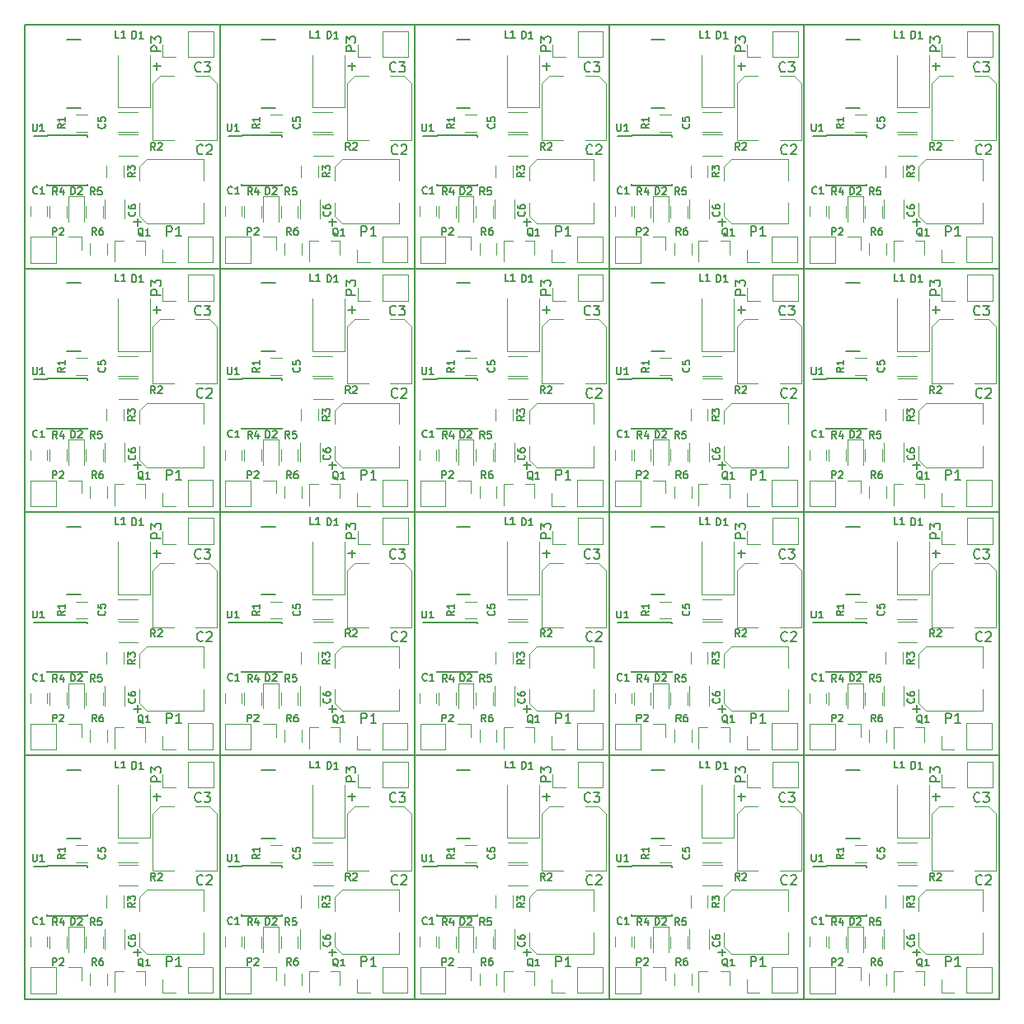
<source format=gto>
G04 #@! TF.FileFunction,Legend,Top*
%FSLAX46Y46*%
G04 Gerber Fmt 4.6, Leading zero omitted, Abs format (unit mm)*
G04 Created by KiCad (PCBNEW 4.0.2-stable) date 11/13/2017 5:19:07 PM*
%MOMM*%
G01*
G04 APERTURE LIST*
%ADD10C,0.100000*%
%ADD11C,0.150000*%
%ADD12C,0.120000*%
G04 APERTURE END LIST*
D10*
D11*
X110000000Y-140000000D02*
X110000000Y-115000000D01*
X90000000Y-140000000D02*
X110000000Y-140000000D01*
X110000000Y-115000000D02*
X90000000Y-115000000D01*
X90000000Y-140000000D02*
X90000000Y-115000000D01*
X110000000Y-115000000D02*
X110000000Y-140000000D01*
X130000000Y-140000000D02*
X130000000Y-115000000D01*
X110000000Y-140000000D02*
X130000000Y-140000000D01*
X130000000Y-115000000D02*
X130000000Y-140000000D01*
X130000000Y-140000000D02*
X150000000Y-140000000D01*
X130000000Y-115000000D02*
X110000000Y-115000000D01*
X150000000Y-115000000D02*
X130000000Y-115000000D01*
X150000000Y-115000000D02*
X150000000Y-140000000D01*
X170000000Y-115000000D02*
X150000000Y-115000000D01*
X150000000Y-140000000D02*
X150000000Y-115000000D01*
X150000000Y-140000000D02*
X170000000Y-140000000D01*
X170000000Y-140000000D02*
X170000000Y-115000000D01*
X70000000Y-115000000D02*
X70000000Y-140000000D01*
X90000000Y-115000000D02*
X90000000Y-140000000D01*
X70000000Y-140000000D02*
X90000000Y-140000000D01*
X90000000Y-115000000D02*
X70000000Y-115000000D01*
X110000000Y-115000000D02*
X110000000Y-90000000D01*
X90000000Y-115000000D02*
X110000000Y-115000000D01*
X110000000Y-90000000D02*
X90000000Y-90000000D01*
X90000000Y-115000000D02*
X90000000Y-90000000D01*
X110000000Y-90000000D02*
X110000000Y-115000000D01*
X130000000Y-115000000D02*
X130000000Y-90000000D01*
X110000000Y-115000000D02*
X130000000Y-115000000D01*
X130000000Y-90000000D02*
X130000000Y-115000000D01*
X130000000Y-115000000D02*
X150000000Y-115000000D01*
X130000000Y-90000000D02*
X110000000Y-90000000D01*
X150000000Y-90000000D02*
X130000000Y-90000000D01*
X150000000Y-90000000D02*
X150000000Y-115000000D01*
X170000000Y-90000000D02*
X150000000Y-90000000D01*
X150000000Y-115000000D02*
X150000000Y-90000000D01*
X150000000Y-115000000D02*
X170000000Y-115000000D01*
X170000000Y-115000000D02*
X170000000Y-90000000D01*
X70000000Y-90000000D02*
X70000000Y-115000000D01*
X90000000Y-90000000D02*
X90000000Y-115000000D01*
X70000000Y-115000000D02*
X90000000Y-115000000D01*
X90000000Y-90000000D02*
X70000000Y-90000000D01*
X110000000Y-90000000D02*
X110000000Y-65000000D01*
X90000000Y-90000000D02*
X110000000Y-90000000D01*
X110000000Y-65000000D02*
X90000000Y-65000000D01*
X90000000Y-90000000D02*
X90000000Y-65000000D01*
X110000000Y-65000000D02*
X110000000Y-90000000D01*
X130000000Y-90000000D02*
X130000000Y-65000000D01*
X110000000Y-90000000D02*
X130000000Y-90000000D01*
X130000000Y-65000000D02*
X130000000Y-90000000D01*
X130000000Y-90000000D02*
X150000000Y-90000000D01*
X130000000Y-65000000D02*
X110000000Y-65000000D01*
X150000000Y-65000000D02*
X130000000Y-65000000D01*
X150000000Y-65000000D02*
X150000000Y-90000000D01*
X170000000Y-65000000D02*
X150000000Y-65000000D01*
X150000000Y-90000000D02*
X150000000Y-65000000D01*
X150000000Y-90000000D02*
X170000000Y-90000000D01*
X170000000Y-90000000D02*
X170000000Y-65000000D01*
X70000000Y-65000000D02*
X70000000Y-90000000D01*
X90000000Y-65000000D02*
X90000000Y-90000000D01*
X70000000Y-90000000D02*
X90000000Y-90000000D01*
X90000000Y-65000000D02*
X70000000Y-65000000D01*
X150000000Y-40000000D02*
X150000000Y-65000000D01*
X170000000Y-65000000D02*
X170000000Y-40000000D01*
X170000000Y-40000000D02*
X150000000Y-40000000D01*
X150000000Y-65000000D02*
X170000000Y-65000000D01*
X130000000Y-40000000D02*
X130000000Y-65000000D01*
X150000000Y-65000000D02*
X150000000Y-40000000D01*
X150000000Y-40000000D02*
X130000000Y-40000000D01*
X130000000Y-65000000D02*
X150000000Y-65000000D01*
X110000000Y-40000000D02*
X110000000Y-65000000D01*
X130000000Y-65000000D02*
X130000000Y-40000000D01*
X130000000Y-40000000D02*
X110000000Y-40000000D01*
X110000000Y-65000000D02*
X130000000Y-65000000D01*
X90000000Y-40000000D02*
X90000000Y-65000000D01*
X110000000Y-65000000D02*
X110000000Y-40000000D01*
X110000000Y-40000000D02*
X90000000Y-40000000D01*
X90000000Y-65000000D02*
X110000000Y-65000000D01*
X90000000Y-40000000D02*
X70000000Y-40000000D01*
X90000000Y-65000000D02*
X90000000Y-40000000D01*
X70000000Y-65000000D02*
X90000000Y-65000000D01*
X70000000Y-40000000D02*
X70000000Y-65000000D01*
D12*
X158340000Y-130611200D02*
X158340000Y-129411200D01*
X160100000Y-129411200D02*
X160100000Y-130611200D01*
D11*
X152268200Y-126318600D02*
X152268200Y-126368600D01*
X156418200Y-126318600D02*
X156418200Y-126463600D01*
X156418200Y-131468600D02*
X156418200Y-131323600D01*
X152268200Y-131468600D02*
X152268200Y-131323600D01*
X152268200Y-126318600D02*
X156418200Y-126318600D01*
X152268200Y-131468600D02*
X156418200Y-131468600D01*
X152268200Y-126368600D02*
X150868200Y-126368600D01*
D12*
X156380800Y-125963600D02*
X155180800Y-125963600D01*
X155180800Y-124203600D02*
X156380800Y-124203600D01*
D11*
X155700000Y-116500000D02*
X154300000Y-116500000D01*
X155700000Y-123500000D02*
X154300000Y-123500000D01*
D12*
X163842800Y-120216400D02*
X165262800Y-120216400D01*
X163082800Y-126816400D02*
X165262800Y-126816400D01*
X169682800Y-126816400D02*
X167502800Y-126816400D01*
X168922800Y-120216400D02*
X167502800Y-120216400D01*
X163082800Y-126816400D02*
X163082800Y-120976400D01*
X163082800Y-120976400D02*
X163842800Y-120216400D01*
X168922800Y-120216400D02*
X169682800Y-120976400D01*
X169682800Y-120976400D02*
X169682800Y-126816400D01*
X169338400Y-118285600D02*
X169338400Y-115625600D01*
X166738400Y-118285600D02*
X169338400Y-118285600D01*
X166738400Y-115625600D02*
X169338400Y-115625600D01*
X166738400Y-118285600D02*
X166738400Y-115625600D01*
X165468400Y-118285600D02*
X164138400Y-118285600D01*
X164138400Y-118285600D02*
X164138400Y-116955600D01*
X159500400Y-123454400D02*
X162800400Y-123454400D01*
X162800400Y-123454400D02*
X162800400Y-118054400D01*
X159500400Y-123454400D02*
X159500400Y-118054400D01*
X161540800Y-123962000D02*
X159540800Y-123962000D01*
X159540800Y-126002000D02*
X161540800Y-126002000D01*
X159591600Y-126248800D02*
X161591600Y-126248800D01*
X161591600Y-128388800D02*
X159591600Y-128388800D01*
X161762000Y-134634000D02*
X161762000Y-133214000D01*
X168362000Y-135394000D02*
X168362000Y-133214000D01*
X168362000Y-128794000D02*
X168362000Y-130974000D01*
X161762000Y-129554000D02*
X161762000Y-130974000D01*
X168362000Y-135394000D02*
X162522000Y-135394000D01*
X162522000Y-135394000D02*
X161762000Y-134634000D01*
X161762000Y-129554000D02*
X162522000Y-128794000D01*
X162522000Y-128794000D02*
X168362000Y-128794000D01*
X158200000Y-132872000D02*
X158200000Y-134872000D01*
X160240000Y-134872000D02*
X160240000Y-132872000D01*
X156257200Y-134776800D02*
X156257200Y-133576800D01*
X158017200Y-133576800D02*
X158017200Y-134776800D01*
X156663600Y-138586800D02*
X156663600Y-137386800D01*
X158423600Y-137386800D02*
X158423600Y-138586800D01*
X169287600Y-139367600D02*
X169287600Y-136707600D01*
X166687600Y-139367600D02*
X169287600Y-139367600D01*
X166687600Y-136707600D02*
X169287600Y-136707600D01*
X166687600Y-139367600D02*
X166687600Y-136707600D01*
X165417600Y-139367600D02*
X164087600Y-139367600D01*
X164087600Y-139367600D02*
X164087600Y-138037600D01*
X162324000Y-137125200D02*
X161394000Y-137125200D01*
X159164000Y-137125200D02*
X160094000Y-137125200D01*
X159164000Y-137125200D02*
X159164000Y-139285200D01*
X162324000Y-137125200D02*
X162324000Y-138585200D01*
X149287600Y-139367600D02*
X149287600Y-136707600D01*
X146687600Y-139367600D02*
X149287600Y-139367600D01*
X146687600Y-136707600D02*
X149287600Y-136707600D01*
X146687600Y-139367600D02*
X146687600Y-136707600D01*
X145417600Y-139367600D02*
X144087600Y-139367600D01*
X144087600Y-139367600D02*
X144087600Y-138037600D01*
X150574800Y-136758400D02*
X150574800Y-139418400D01*
X153174800Y-136758400D02*
X150574800Y-136758400D01*
X153174800Y-139418400D02*
X150574800Y-139418400D01*
X153174800Y-136758400D02*
X153174800Y-139418400D01*
X154444800Y-136758400D02*
X155774800Y-136758400D01*
X155774800Y-136758400D02*
X155774800Y-138088400D01*
X141762000Y-134634000D02*
X141762000Y-133214000D01*
X148362000Y-135394000D02*
X148362000Y-133214000D01*
X148362000Y-128794000D02*
X148362000Y-130974000D01*
X141762000Y-129554000D02*
X141762000Y-130974000D01*
X148362000Y-135394000D02*
X142522000Y-135394000D01*
X142522000Y-135394000D02*
X141762000Y-134634000D01*
X141762000Y-129554000D02*
X142522000Y-128794000D01*
X142522000Y-128794000D02*
X148362000Y-128794000D01*
X152498000Y-134776800D02*
X152498000Y-133576800D01*
X154258000Y-133576800D02*
X154258000Y-134776800D01*
X156057600Y-132576800D02*
X154457600Y-132576800D01*
X154457600Y-132576800D02*
X154457600Y-135176800D01*
X156057600Y-132576800D02*
X156057600Y-135176800D01*
X152246800Y-134626000D02*
X152246800Y-133626000D01*
X150546800Y-133626000D02*
X150546800Y-134626000D01*
X142324000Y-137125200D02*
X141394000Y-137125200D01*
X139164000Y-137125200D02*
X140094000Y-137125200D01*
X139164000Y-137125200D02*
X139164000Y-139285200D01*
X142324000Y-137125200D02*
X142324000Y-138585200D01*
X139591600Y-126248800D02*
X141591600Y-126248800D01*
X141591600Y-128388800D02*
X139591600Y-128388800D01*
X139500400Y-123454400D02*
X142800400Y-123454400D01*
X142800400Y-123454400D02*
X142800400Y-118054400D01*
X139500400Y-123454400D02*
X139500400Y-118054400D01*
X149338400Y-118285600D02*
X149338400Y-115625600D01*
X146738400Y-118285600D02*
X149338400Y-118285600D01*
X146738400Y-115625600D02*
X149338400Y-115625600D01*
X146738400Y-118285600D02*
X146738400Y-115625600D01*
X145468400Y-118285600D02*
X144138400Y-118285600D01*
X144138400Y-118285600D02*
X144138400Y-116955600D01*
X143842800Y-120216400D02*
X145262800Y-120216400D01*
X143082800Y-126816400D02*
X145262800Y-126816400D01*
X149682800Y-126816400D02*
X147502800Y-126816400D01*
X148922800Y-120216400D02*
X147502800Y-120216400D01*
X143082800Y-126816400D02*
X143082800Y-120976400D01*
X143082800Y-120976400D02*
X143842800Y-120216400D01*
X148922800Y-120216400D02*
X149682800Y-120976400D01*
X149682800Y-120976400D02*
X149682800Y-126816400D01*
X141540800Y-123962000D02*
X139540800Y-123962000D01*
X139540800Y-126002000D02*
X141540800Y-126002000D01*
X103842800Y-120216400D02*
X105262800Y-120216400D01*
X103082800Y-126816400D02*
X105262800Y-126816400D01*
X109682800Y-126816400D02*
X107502800Y-126816400D01*
X108922800Y-120216400D02*
X107502800Y-120216400D01*
X103082800Y-126816400D02*
X103082800Y-120976400D01*
X103082800Y-120976400D02*
X103842800Y-120216400D01*
X108922800Y-120216400D02*
X109682800Y-120976400D01*
X109682800Y-120976400D02*
X109682800Y-126816400D01*
X109338400Y-118285600D02*
X109338400Y-115625600D01*
X106738400Y-118285600D02*
X109338400Y-118285600D01*
X106738400Y-115625600D02*
X109338400Y-115625600D01*
X106738400Y-118285600D02*
X106738400Y-115625600D01*
X105468400Y-118285600D02*
X104138400Y-118285600D01*
X104138400Y-118285600D02*
X104138400Y-116955600D01*
X101540800Y-123962000D02*
X99540800Y-123962000D01*
X99540800Y-126002000D02*
X101540800Y-126002000D01*
X99500400Y-123454400D02*
X102800400Y-123454400D01*
X102800400Y-123454400D02*
X102800400Y-118054400D01*
X99500400Y-123454400D02*
X99500400Y-118054400D01*
X79500400Y-123454400D02*
X82800400Y-123454400D01*
X82800400Y-123454400D02*
X82800400Y-118054400D01*
X79500400Y-123454400D02*
X79500400Y-118054400D01*
D11*
X75700000Y-116500000D02*
X74300000Y-116500000D01*
X75700000Y-123500000D02*
X74300000Y-123500000D01*
D12*
X76380800Y-125963600D02*
X75180800Y-125963600D01*
X75180800Y-124203600D02*
X76380800Y-124203600D01*
X79591600Y-126248800D02*
X81591600Y-126248800D01*
X81591600Y-128388800D02*
X79591600Y-128388800D01*
X81540800Y-123962000D02*
X79540800Y-123962000D01*
X79540800Y-126002000D02*
X81540800Y-126002000D01*
X78340000Y-130611200D02*
X78340000Y-129411200D01*
X80100000Y-129411200D02*
X80100000Y-130611200D01*
D11*
X72268200Y-126318600D02*
X72268200Y-126368600D01*
X76418200Y-126318600D02*
X76418200Y-126463600D01*
X76418200Y-131468600D02*
X76418200Y-131323600D01*
X72268200Y-131468600D02*
X72268200Y-131323600D01*
X72268200Y-126318600D02*
X76418200Y-126318600D01*
X72268200Y-131468600D02*
X76418200Y-131468600D01*
X72268200Y-126368600D02*
X70868200Y-126368600D01*
D12*
X78200000Y-132872000D02*
X78200000Y-134872000D01*
X80240000Y-134872000D02*
X80240000Y-132872000D01*
X89287600Y-139367600D02*
X89287600Y-136707600D01*
X86687600Y-139367600D02*
X89287600Y-139367600D01*
X86687600Y-136707600D02*
X89287600Y-136707600D01*
X86687600Y-139367600D02*
X86687600Y-136707600D01*
X85417600Y-139367600D02*
X84087600Y-139367600D01*
X84087600Y-139367600D02*
X84087600Y-138037600D01*
X92498000Y-134776800D02*
X92498000Y-133576800D01*
X94258000Y-133576800D02*
X94258000Y-134776800D01*
X96057600Y-132576800D02*
X94457600Y-132576800D01*
X94457600Y-132576800D02*
X94457600Y-135176800D01*
X96057600Y-132576800D02*
X96057600Y-135176800D01*
X90574800Y-136758400D02*
X90574800Y-139418400D01*
X93174800Y-136758400D02*
X90574800Y-136758400D01*
X93174800Y-139418400D02*
X90574800Y-139418400D01*
X93174800Y-136758400D02*
X93174800Y-139418400D01*
X94444800Y-136758400D02*
X95774800Y-136758400D01*
X95774800Y-136758400D02*
X95774800Y-138088400D01*
X92246800Y-134626000D02*
X92246800Y-133626000D01*
X90546800Y-133626000D02*
X90546800Y-134626000D01*
X81762000Y-134634000D02*
X81762000Y-133214000D01*
X88362000Y-135394000D02*
X88362000Y-133214000D01*
X88362000Y-128794000D02*
X88362000Y-130974000D01*
X81762000Y-129554000D02*
X81762000Y-130974000D01*
X88362000Y-135394000D02*
X82522000Y-135394000D01*
X82522000Y-135394000D02*
X81762000Y-134634000D01*
X81762000Y-129554000D02*
X82522000Y-128794000D01*
X82522000Y-128794000D02*
X88362000Y-128794000D01*
X82324000Y-137125200D02*
X81394000Y-137125200D01*
X79164000Y-137125200D02*
X80094000Y-137125200D01*
X79164000Y-137125200D02*
X79164000Y-139285200D01*
X82324000Y-137125200D02*
X82324000Y-138585200D01*
X96257200Y-134776800D02*
X96257200Y-133576800D01*
X98017200Y-133576800D02*
X98017200Y-134776800D01*
X98340000Y-130611200D02*
X98340000Y-129411200D01*
X100100000Y-129411200D02*
X100100000Y-130611200D01*
X96663600Y-138586800D02*
X96663600Y-137386800D01*
X98423600Y-137386800D02*
X98423600Y-138586800D01*
X98200000Y-132872000D02*
X98200000Y-134872000D01*
X100240000Y-134872000D02*
X100240000Y-132872000D01*
X102324000Y-137125200D02*
X101394000Y-137125200D01*
X99164000Y-137125200D02*
X100094000Y-137125200D01*
X99164000Y-137125200D02*
X99164000Y-139285200D01*
X102324000Y-137125200D02*
X102324000Y-138585200D01*
X101762000Y-134634000D02*
X101762000Y-133214000D01*
X108362000Y-135394000D02*
X108362000Y-133214000D01*
X108362000Y-128794000D02*
X108362000Y-130974000D01*
X101762000Y-129554000D02*
X101762000Y-130974000D01*
X108362000Y-135394000D02*
X102522000Y-135394000D01*
X102522000Y-135394000D02*
X101762000Y-134634000D01*
X101762000Y-129554000D02*
X102522000Y-128794000D01*
X102522000Y-128794000D02*
X108362000Y-128794000D01*
X109287600Y-139367600D02*
X109287600Y-136707600D01*
X106687600Y-139367600D02*
X109287600Y-139367600D01*
X106687600Y-136707600D02*
X109287600Y-136707600D01*
X106687600Y-139367600D02*
X106687600Y-136707600D01*
X105417600Y-139367600D02*
X104087600Y-139367600D01*
X104087600Y-139367600D02*
X104087600Y-138037600D01*
X99591600Y-126248800D02*
X101591600Y-126248800D01*
X101591600Y-128388800D02*
X99591600Y-128388800D01*
X89338400Y-118285600D02*
X89338400Y-115625600D01*
X86738400Y-118285600D02*
X89338400Y-118285600D01*
X86738400Y-115625600D02*
X89338400Y-115625600D01*
X86738400Y-118285600D02*
X86738400Y-115625600D01*
X85468400Y-118285600D02*
X84138400Y-118285600D01*
X84138400Y-118285600D02*
X84138400Y-116955600D01*
X96380800Y-125963600D02*
X95180800Y-125963600D01*
X95180800Y-124203600D02*
X96380800Y-124203600D01*
D11*
X95700000Y-116500000D02*
X94300000Y-116500000D01*
X95700000Y-123500000D02*
X94300000Y-123500000D01*
X92268200Y-126318600D02*
X92268200Y-126368600D01*
X96418200Y-126318600D02*
X96418200Y-126463600D01*
X96418200Y-131468600D02*
X96418200Y-131323600D01*
X92268200Y-131468600D02*
X92268200Y-131323600D01*
X92268200Y-126318600D02*
X96418200Y-126318600D01*
X92268200Y-131468600D02*
X96418200Y-131468600D01*
X92268200Y-126368600D02*
X90868200Y-126368600D01*
D12*
X83842800Y-120216400D02*
X85262800Y-120216400D01*
X83082800Y-126816400D02*
X85262800Y-126816400D01*
X89682800Y-126816400D02*
X87502800Y-126816400D01*
X88922800Y-120216400D02*
X87502800Y-120216400D01*
X83082800Y-126816400D02*
X83082800Y-120976400D01*
X83082800Y-120976400D02*
X83842800Y-120216400D01*
X88922800Y-120216400D02*
X89682800Y-120976400D01*
X89682800Y-120976400D02*
X89682800Y-126816400D01*
X76257200Y-134776800D02*
X76257200Y-133576800D01*
X78017200Y-133576800D02*
X78017200Y-134776800D01*
X76663600Y-138586800D02*
X76663600Y-137386800D01*
X78423600Y-137386800D02*
X78423600Y-138586800D01*
X76057600Y-132576800D02*
X74457600Y-132576800D01*
X74457600Y-132576800D02*
X74457600Y-135176800D01*
X76057600Y-132576800D02*
X76057600Y-135176800D01*
X72498000Y-134776800D02*
X72498000Y-133576800D01*
X74258000Y-133576800D02*
X74258000Y-134776800D01*
X72246800Y-134626000D02*
X72246800Y-133626000D01*
X70546800Y-133626000D02*
X70546800Y-134626000D01*
X70574800Y-136758400D02*
X70574800Y-139418400D01*
X73174800Y-136758400D02*
X70574800Y-136758400D01*
X73174800Y-139418400D02*
X70574800Y-139418400D01*
X73174800Y-136758400D02*
X73174800Y-139418400D01*
X74444800Y-136758400D02*
X75774800Y-136758400D01*
X75774800Y-136758400D02*
X75774800Y-138088400D01*
X132498000Y-134776800D02*
X132498000Y-133576800D01*
X134258000Y-133576800D02*
X134258000Y-134776800D01*
X138200000Y-132872000D02*
X138200000Y-134872000D01*
X140240000Y-134872000D02*
X140240000Y-132872000D01*
X138340000Y-130611200D02*
X138340000Y-129411200D01*
X140100000Y-129411200D02*
X140100000Y-130611200D01*
D11*
X132268200Y-126318600D02*
X132268200Y-126368600D01*
X136418200Y-126318600D02*
X136418200Y-126463600D01*
X136418200Y-131468600D02*
X136418200Y-131323600D01*
X132268200Y-131468600D02*
X132268200Y-131323600D01*
X132268200Y-126318600D02*
X136418200Y-126318600D01*
X132268200Y-131468600D02*
X136418200Y-131468600D01*
X132268200Y-126368600D02*
X130868200Y-126368600D01*
D12*
X136380800Y-125963600D02*
X135180800Y-125963600D01*
X135180800Y-124203600D02*
X136380800Y-124203600D01*
D11*
X135700000Y-116500000D02*
X134300000Y-116500000D01*
X135700000Y-123500000D02*
X134300000Y-123500000D01*
D12*
X129338400Y-118285600D02*
X129338400Y-115625600D01*
X126738400Y-118285600D02*
X129338400Y-118285600D01*
X126738400Y-115625600D02*
X129338400Y-115625600D01*
X126738400Y-118285600D02*
X126738400Y-115625600D01*
X125468400Y-118285600D02*
X124138400Y-118285600D01*
X124138400Y-118285600D02*
X124138400Y-116955600D01*
X119591600Y-126248800D02*
X121591600Y-126248800D01*
X121591600Y-128388800D02*
X119591600Y-128388800D01*
X121540800Y-123962000D02*
X119540800Y-123962000D01*
X119540800Y-126002000D02*
X121540800Y-126002000D01*
X123842800Y-120216400D02*
X125262800Y-120216400D01*
X123082800Y-126816400D02*
X125262800Y-126816400D01*
X129682800Y-126816400D02*
X127502800Y-126816400D01*
X128922800Y-120216400D02*
X127502800Y-120216400D01*
X123082800Y-126816400D02*
X123082800Y-120976400D01*
X123082800Y-120976400D02*
X123842800Y-120216400D01*
X128922800Y-120216400D02*
X129682800Y-120976400D01*
X129682800Y-120976400D02*
X129682800Y-126816400D01*
X119500400Y-123454400D02*
X122800400Y-123454400D01*
X122800400Y-123454400D02*
X122800400Y-118054400D01*
X119500400Y-123454400D02*
X119500400Y-118054400D01*
X118340000Y-130611200D02*
X118340000Y-129411200D01*
X120100000Y-129411200D02*
X120100000Y-130611200D01*
D11*
X112268200Y-126318600D02*
X112268200Y-126368600D01*
X116418200Y-126318600D02*
X116418200Y-126463600D01*
X116418200Y-131468600D02*
X116418200Y-131323600D01*
X112268200Y-131468600D02*
X112268200Y-131323600D01*
X112268200Y-126318600D02*
X116418200Y-126318600D01*
X112268200Y-131468600D02*
X116418200Y-131468600D01*
X112268200Y-126368600D02*
X110868200Y-126368600D01*
D12*
X116380800Y-125963600D02*
X115180800Y-125963600D01*
X115180800Y-124203600D02*
X116380800Y-124203600D01*
D11*
X115700000Y-116500000D02*
X114300000Y-116500000D01*
X115700000Y-123500000D02*
X114300000Y-123500000D01*
D12*
X122324000Y-137125200D02*
X121394000Y-137125200D01*
X119164000Y-137125200D02*
X120094000Y-137125200D01*
X119164000Y-137125200D02*
X119164000Y-139285200D01*
X122324000Y-137125200D02*
X122324000Y-138585200D01*
X121762000Y-134634000D02*
X121762000Y-133214000D01*
X128362000Y-135394000D02*
X128362000Y-133214000D01*
X128362000Y-128794000D02*
X128362000Y-130974000D01*
X121762000Y-129554000D02*
X121762000Y-130974000D01*
X128362000Y-135394000D02*
X122522000Y-135394000D01*
X122522000Y-135394000D02*
X121762000Y-134634000D01*
X121762000Y-129554000D02*
X122522000Y-128794000D01*
X122522000Y-128794000D02*
X128362000Y-128794000D01*
X129287600Y-139367600D02*
X129287600Y-136707600D01*
X126687600Y-139367600D02*
X129287600Y-139367600D01*
X126687600Y-136707600D02*
X129287600Y-136707600D01*
X126687600Y-139367600D02*
X126687600Y-136707600D01*
X125417600Y-139367600D02*
X124087600Y-139367600D01*
X124087600Y-139367600D02*
X124087600Y-138037600D01*
X118200000Y-132872000D02*
X118200000Y-134872000D01*
X120240000Y-134872000D02*
X120240000Y-132872000D01*
X110574800Y-136758400D02*
X110574800Y-139418400D01*
X113174800Y-136758400D02*
X110574800Y-136758400D01*
X113174800Y-139418400D02*
X110574800Y-139418400D01*
X113174800Y-136758400D02*
X113174800Y-139418400D01*
X114444800Y-136758400D02*
X115774800Y-136758400D01*
X115774800Y-136758400D02*
X115774800Y-138088400D01*
X112246800Y-134626000D02*
X112246800Y-133626000D01*
X110546800Y-133626000D02*
X110546800Y-134626000D01*
X112498000Y-134776800D02*
X112498000Y-133576800D01*
X114258000Y-133576800D02*
X114258000Y-134776800D01*
X116057600Y-132576800D02*
X114457600Y-132576800D01*
X114457600Y-132576800D02*
X114457600Y-135176800D01*
X116057600Y-132576800D02*
X116057600Y-135176800D01*
X116663600Y-138586800D02*
X116663600Y-137386800D01*
X118423600Y-137386800D02*
X118423600Y-138586800D01*
X116257200Y-134776800D02*
X116257200Y-133576800D01*
X118017200Y-133576800D02*
X118017200Y-134776800D01*
X136057600Y-132576800D02*
X134457600Y-132576800D01*
X134457600Y-132576800D02*
X134457600Y-135176800D01*
X136057600Y-132576800D02*
X136057600Y-135176800D01*
X136257200Y-134776800D02*
X136257200Y-133576800D01*
X138017200Y-133576800D02*
X138017200Y-134776800D01*
X130574800Y-136758400D02*
X130574800Y-139418400D01*
X133174800Y-136758400D02*
X130574800Y-136758400D01*
X133174800Y-139418400D02*
X130574800Y-139418400D01*
X133174800Y-136758400D02*
X133174800Y-139418400D01*
X134444800Y-136758400D02*
X135774800Y-136758400D01*
X135774800Y-136758400D02*
X135774800Y-138088400D01*
X136663600Y-138586800D02*
X136663600Y-137386800D01*
X138423600Y-137386800D02*
X138423600Y-138586800D01*
X132246800Y-134626000D02*
X132246800Y-133626000D01*
X130546800Y-133626000D02*
X130546800Y-134626000D01*
X158340000Y-105611200D02*
X158340000Y-104411200D01*
X160100000Y-104411200D02*
X160100000Y-105611200D01*
D11*
X152268200Y-101318600D02*
X152268200Y-101368600D01*
X156418200Y-101318600D02*
X156418200Y-101463600D01*
X156418200Y-106468600D02*
X156418200Y-106323600D01*
X152268200Y-106468600D02*
X152268200Y-106323600D01*
X152268200Y-101318600D02*
X156418200Y-101318600D01*
X152268200Y-106468600D02*
X156418200Y-106468600D01*
X152268200Y-101368600D02*
X150868200Y-101368600D01*
D12*
X156380800Y-100963600D02*
X155180800Y-100963600D01*
X155180800Y-99203600D02*
X156380800Y-99203600D01*
D11*
X155700000Y-91500000D02*
X154300000Y-91500000D01*
X155700000Y-98500000D02*
X154300000Y-98500000D01*
D12*
X163842800Y-95216400D02*
X165262800Y-95216400D01*
X163082800Y-101816400D02*
X165262800Y-101816400D01*
X169682800Y-101816400D02*
X167502800Y-101816400D01*
X168922800Y-95216400D02*
X167502800Y-95216400D01*
X163082800Y-101816400D02*
X163082800Y-95976400D01*
X163082800Y-95976400D02*
X163842800Y-95216400D01*
X168922800Y-95216400D02*
X169682800Y-95976400D01*
X169682800Y-95976400D02*
X169682800Y-101816400D01*
X169338400Y-93285600D02*
X169338400Y-90625600D01*
X166738400Y-93285600D02*
X169338400Y-93285600D01*
X166738400Y-90625600D02*
X169338400Y-90625600D01*
X166738400Y-93285600D02*
X166738400Y-90625600D01*
X165468400Y-93285600D02*
X164138400Y-93285600D01*
X164138400Y-93285600D02*
X164138400Y-91955600D01*
X159500400Y-98454400D02*
X162800400Y-98454400D01*
X162800400Y-98454400D02*
X162800400Y-93054400D01*
X159500400Y-98454400D02*
X159500400Y-93054400D01*
X161540800Y-98962000D02*
X159540800Y-98962000D01*
X159540800Y-101002000D02*
X161540800Y-101002000D01*
X159591600Y-101248800D02*
X161591600Y-101248800D01*
X161591600Y-103388800D02*
X159591600Y-103388800D01*
X161762000Y-109634000D02*
X161762000Y-108214000D01*
X168362000Y-110394000D02*
X168362000Y-108214000D01*
X168362000Y-103794000D02*
X168362000Y-105974000D01*
X161762000Y-104554000D02*
X161762000Y-105974000D01*
X168362000Y-110394000D02*
X162522000Y-110394000D01*
X162522000Y-110394000D02*
X161762000Y-109634000D01*
X161762000Y-104554000D02*
X162522000Y-103794000D01*
X162522000Y-103794000D02*
X168362000Y-103794000D01*
X158200000Y-107872000D02*
X158200000Y-109872000D01*
X160240000Y-109872000D02*
X160240000Y-107872000D01*
X156257200Y-109776800D02*
X156257200Y-108576800D01*
X158017200Y-108576800D02*
X158017200Y-109776800D01*
X156663600Y-113586800D02*
X156663600Y-112386800D01*
X158423600Y-112386800D02*
X158423600Y-113586800D01*
X169287600Y-114367600D02*
X169287600Y-111707600D01*
X166687600Y-114367600D02*
X169287600Y-114367600D01*
X166687600Y-111707600D02*
X169287600Y-111707600D01*
X166687600Y-114367600D02*
X166687600Y-111707600D01*
X165417600Y-114367600D02*
X164087600Y-114367600D01*
X164087600Y-114367600D02*
X164087600Y-113037600D01*
X162324000Y-112125200D02*
X161394000Y-112125200D01*
X159164000Y-112125200D02*
X160094000Y-112125200D01*
X159164000Y-112125200D02*
X159164000Y-114285200D01*
X162324000Y-112125200D02*
X162324000Y-113585200D01*
X149287600Y-114367600D02*
X149287600Y-111707600D01*
X146687600Y-114367600D02*
X149287600Y-114367600D01*
X146687600Y-111707600D02*
X149287600Y-111707600D01*
X146687600Y-114367600D02*
X146687600Y-111707600D01*
X145417600Y-114367600D02*
X144087600Y-114367600D01*
X144087600Y-114367600D02*
X144087600Y-113037600D01*
X150574800Y-111758400D02*
X150574800Y-114418400D01*
X153174800Y-111758400D02*
X150574800Y-111758400D01*
X153174800Y-114418400D02*
X150574800Y-114418400D01*
X153174800Y-111758400D02*
X153174800Y-114418400D01*
X154444800Y-111758400D02*
X155774800Y-111758400D01*
X155774800Y-111758400D02*
X155774800Y-113088400D01*
X141762000Y-109634000D02*
X141762000Y-108214000D01*
X148362000Y-110394000D02*
X148362000Y-108214000D01*
X148362000Y-103794000D02*
X148362000Y-105974000D01*
X141762000Y-104554000D02*
X141762000Y-105974000D01*
X148362000Y-110394000D02*
X142522000Y-110394000D01*
X142522000Y-110394000D02*
X141762000Y-109634000D01*
X141762000Y-104554000D02*
X142522000Y-103794000D01*
X142522000Y-103794000D02*
X148362000Y-103794000D01*
X152498000Y-109776800D02*
X152498000Y-108576800D01*
X154258000Y-108576800D02*
X154258000Y-109776800D01*
X156057600Y-107576800D02*
X154457600Y-107576800D01*
X154457600Y-107576800D02*
X154457600Y-110176800D01*
X156057600Y-107576800D02*
X156057600Y-110176800D01*
X152246800Y-109626000D02*
X152246800Y-108626000D01*
X150546800Y-108626000D02*
X150546800Y-109626000D01*
X142324000Y-112125200D02*
X141394000Y-112125200D01*
X139164000Y-112125200D02*
X140094000Y-112125200D01*
X139164000Y-112125200D02*
X139164000Y-114285200D01*
X142324000Y-112125200D02*
X142324000Y-113585200D01*
X139591600Y-101248800D02*
X141591600Y-101248800D01*
X141591600Y-103388800D02*
X139591600Y-103388800D01*
X139500400Y-98454400D02*
X142800400Y-98454400D01*
X142800400Y-98454400D02*
X142800400Y-93054400D01*
X139500400Y-98454400D02*
X139500400Y-93054400D01*
X149338400Y-93285600D02*
X149338400Y-90625600D01*
X146738400Y-93285600D02*
X149338400Y-93285600D01*
X146738400Y-90625600D02*
X149338400Y-90625600D01*
X146738400Y-93285600D02*
X146738400Y-90625600D01*
X145468400Y-93285600D02*
X144138400Y-93285600D01*
X144138400Y-93285600D02*
X144138400Y-91955600D01*
X143842800Y-95216400D02*
X145262800Y-95216400D01*
X143082800Y-101816400D02*
X145262800Y-101816400D01*
X149682800Y-101816400D02*
X147502800Y-101816400D01*
X148922800Y-95216400D02*
X147502800Y-95216400D01*
X143082800Y-101816400D02*
X143082800Y-95976400D01*
X143082800Y-95976400D02*
X143842800Y-95216400D01*
X148922800Y-95216400D02*
X149682800Y-95976400D01*
X149682800Y-95976400D02*
X149682800Y-101816400D01*
X141540800Y-98962000D02*
X139540800Y-98962000D01*
X139540800Y-101002000D02*
X141540800Y-101002000D01*
X103842800Y-95216400D02*
X105262800Y-95216400D01*
X103082800Y-101816400D02*
X105262800Y-101816400D01*
X109682800Y-101816400D02*
X107502800Y-101816400D01*
X108922800Y-95216400D02*
X107502800Y-95216400D01*
X103082800Y-101816400D02*
X103082800Y-95976400D01*
X103082800Y-95976400D02*
X103842800Y-95216400D01*
X108922800Y-95216400D02*
X109682800Y-95976400D01*
X109682800Y-95976400D02*
X109682800Y-101816400D01*
X109338400Y-93285600D02*
X109338400Y-90625600D01*
X106738400Y-93285600D02*
X109338400Y-93285600D01*
X106738400Y-90625600D02*
X109338400Y-90625600D01*
X106738400Y-93285600D02*
X106738400Y-90625600D01*
X105468400Y-93285600D02*
X104138400Y-93285600D01*
X104138400Y-93285600D02*
X104138400Y-91955600D01*
X101540800Y-98962000D02*
X99540800Y-98962000D01*
X99540800Y-101002000D02*
X101540800Y-101002000D01*
X99500400Y-98454400D02*
X102800400Y-98454400D01*
X102800400Y-98454400D02*
X102800400Y-93054400D01*
X99500400Y-98454400D02*
X99500400Y-93054400D01*
X79500400Y-98454400D02*
X82800400Y-98454400D01*
X82800400Y-98454400D02*
X82800400Y-93054400D01*
X79500400Y-98454400D02*
X79500400Y-93054400D01*
D11*
X75700000Y-91500000D02*
X74300000Y-91500000D01*
X75700000Y-98500000D02*
X74300000Y-98500000D01*
D12*
X76380800Y-100963600D02*
X75180800Y-100963600D01*
X75180800Y-99203600D02*
X76380800Y-99203600D01*
X79591600Y-101248800D02*
X81591600Y-101248800D01*
X81591600Y-103388800D02*
X79591600Y-103388800D01*
X81540800Y-98962000D02*
X79540800Y-98962000D01*
X79540800Y-101002000D02*
X81540800Y-101002000D01*
X78340000Y-105611200D02*
X78340000Y-104411200D01*
X80100000Y-104411200D02*
X80100000Y-105611200D01*
D11*
X72268200Y-101318600D02*
X72268200Y-101368600D01*
X76418200Y-101318600D02*
X76418200Y-101463600D01*
X76418200Y-106468600D02*
X76418200Y-106323600D01*
X72268200Y-106468600D02*
X72268200Y-106323600D01*
X72268200Y-101318600D02*
X76418200Y-101318600D01*
X72268200Y-106468600D02*
X76418200Y-106468600D01*
X72268200Y-101368600D02*
X70868200Y-101368600D01*
D12*
X78200000Y-107872000D02*
X78200000Y-109872000D01*
X80240000Y-109872000D02*
X80240000Y-107872000D01*
X89287600Y-114367600D02*
X89287600Y-111707600D01*
X86687600Y-114367600D02*
X89287600Y-114367600D01*
X86687600Y-111707600D02*
X89287600Y-111707600D01*
X86687600Y-114367600D02*
X86687600Y-111707600D01*
X85417600Y-114367600D02*
X84087600Y-114367600D01*
X84087600Y-114367600D02*
X84087600Y-113037600D01*
X92498000Y-109776800D02*
X92498000Y-108576800D01*
X94258000Y-108576800D02*
X94258000Y-109776800D01*
X96057600Y-107576800D02*
X94457600Y-107576800D01*
X94457600Y-107576800D02*
X94457600Y-110176800D01*
X96057600Y-107576800D02*
X96057600Y-110176800D01*
X90574800Y-111758400D02*
X90574800Y-114418400D01*
X93174800Y-111758400D02*
X90574800Y-111758400D01*
X93174800Y-114418400D02*
X90574800Y-114418400D01*
X93174800Y-111758400D02*
X93174800Y-114418400D01*
X94444800Y-111758400D02*
X95774800Y-111758400D01*
X95774800Y-111758400D02*
X95774800Y-113088400D01*
X92246800Y-109626000D02*
X92246800Y-108626000D01*
X90546800Y-108626000D02*
X90546800Y-109626000D01*
X81762000Y-109634000D02*
X81762000Y-108214000D01*
X88362000Y-110394000D02*
X88362000Y-108214000D01*
X88362000Y-103794000D02*
X88362000Y-105974000D01*
X81762000Y-104554000D02*
X81762000Y-105974000D01*
X88362000Y-110394000D02*
X82522000Y-110394000D01*
X82522000Y-110394000D02*
X81762000Y-109634000D01*
X81762000Y-104554000D02*
X82522000Y-103794000D01*
X82522000Y-103794000D02*
X88362000Y-103794000D01*
X82324000Y-112125200D02*
X81394000Y-112125200D01*
X79164000Y-112125200D02*
X80094000Y-112125200D01*
X79164000Y-112125200D02*
X79164000Y-114285200D01*
X82324000Y-112125200D02*
X82324000Y-113585200D01*
X96257200Y-109776800D02*
X96257200Y-108576800D01*
X98017200Y-108576800D02*
X98017200Y-109776800D01*
X98340000Y-105611200D02*
X98340000Y-104411200D01*
X100100000Y-104411200D02*
X100100000Y-105611200D01*
X96663600Y-113586800D02*
X96663600Y-112386800D01*
X98423600Y-112386800D02*
X98423600Y-113586800D01*
X98200000Y-107872000D02*
X98200000Y-109872000D01*
X100240000Y-109872000D02*
X100240000Y-107872000D01*
X102324000Y-112125200D02*
X101394000Y-112125200D01*
X99164000Y-112125200D02*
X100094000Y-112125200D01*
X99164000Y-112125200D02*
X99164000Y-114285200D01*
X102324000Y-112125200D02*
X102324000Y-113585200D01*
X101762000Y-109634000D02*
X101762000Y-108214000D01*
X108362000Y-110394000D02*
X108362000Y-108214000D01*
X108362000Y-103794000D02*
X108362000Y-105974000D01*
X101762000Y-104554000D02*
X101762000Y-105974000D01*
X108362000Y-110394000D02*
X102522000Y-110394000D01*
X102522000Y-110394000D02*
X101762000Y-109634000D01*
X101762000Y-104554000D02*
X102522000Y-103794000D01*
X102522000Y-103794000D02*
X108362000Y-103794000D01*
X109287600Y-114367600D02*
X109287600Y-111707600D01*
X106687600Y-114367600D02*
X109287600Y-114367600D01*
X106687600Y-111707600D02*
X109287600Y-111707600D01*
X106687600Y-114367600D02*
X106687600Y-111707600D01*
X105417600Y-114367600D02*
X104087600Y-114367600D01*
X104087600Y-114367600D02*
X104087600Y-113037600D01*
X99591600Y-101248800D02*
X101591600Y-101248800D01*
X101591600Y-103388800D02*
X99591600Y-103388800D01*
X89338400Y-93285600D02*
X89338400Y-90625600D01*
X86738400Y-93285600D02*
X89338400Y-93285600D01*
X86738400Y-90625600D02*
X89338400Y-90625600D01*
X86738400Y-93285600D02*
X86738400Y-90625600D01*
X85468400Y-93285600D02*
X84138400Y-93285600D01*
X84138400Y-93285600D02*
X84138400Y-91955600D01*
X96380800Y-100963600D02*
X95180800Y-100963600D01*
X95180800Y-99203600D02*
X96380800Y-99203600D01*
D11*
X95700000Y-91500000D02*
X94300000Y-91500000D01*
X95700000Y-98500000D02*
X94300000Y-98500000D01*
X92268200Y-101318600D02*
X92268200Y-101368600D01*
X96418200Y-101318600D02*
X96418200Y-101463600D01*
X96418200Y-106468600D02*
X96418200Y-106323600D01*
X92268200Y-106468600D02*
X92268200Y-106323600D01*
X92268200Y-101318600D02*
X96418200Y-101318600D01*
X92268200Y-106468600D02*
X96418200Y-106468600D01*
X92268200Y-101368600D02*
X90868200Y-101368600D01*
D12*
X83842800Y-95216400D02*
X85262800Y-95216400D01*
X83082800Y-101816400D02*
X85262800Y-101816400D01*
X89682800Y-101816400D02*
X87502800Y-101816400D01*
X88922800Y-95216400D02*
X87502800Y-95216400D01*
X83082800Y-101816400D02*
X83082800Y-95976400D01*
X83082800Y-95976400D02*
X83842800Y-95216400D01*
X88922800Y-95216400D02*
X89682800Y-95976400D01*
X89682800Y-95976400D02*
X89682800Y-101816400D01*
X76257200Y-109776800D02*
X76257200Y-108576800D01*
X78017200Y-108576800D02*
X78017200Y-109776800D01*
X76663600Y-113586800D02*
X76663600Y-112386800D01*
X78423600Y-112386800D02*
X78423600Y-113586800D01*
X76057600Y-107576800D02*
X74457600Y-107576800D01*
X74457600Y-107576800D02*
X74457600Y-110176800D01*
X76057600Y-107576800D02*
X76057600Y-110176800D01*
X72498000Y-109776800D02*
X72498000Y-108576800D01*
X74258000Y-108576800D02*
X74258000Y-109776800D01*
X72246800Y-109626000D02*
X72246800Y-108626000D01*
X70546800Y-108626000D02*
X70546800Y-109626000D01*
X70574800Y-111758400D02*
X70574800Y-114418400D01*
X73174800Y-111758400D02*
X70574800Y-111758400D01*
X73174800Y-114418400D02*
X70574800Y-114418400D01*
X73174800Y-111758400D02*
X73174800Y-114418400D01*
X74444800Y-111758400D02*
X75774800Y-111758400D01*
X75774800Y-111758400D02*
X75774800Y-113088400D01*
X132498000Y-109776800D02*
X132498000Y-108576800D01*
X134258000Y-108576800D02*
X134258000Y-109776800D01*
X138200000Y-107872000D02*
X138200000Y-109872000D01*
X140240000Y-109872000D02*
X140240000Y-107872000D01*
X138340000Y-105611200D02*
X138340000Y-104411200D01*
X140100000Y-104411200D02*
X140100000Y-105611200D01*
D11*
X132268200Y-101318600D02*
X132268200Y-101368600D01*
X136418200Y-101318600D02*
X136418200Y-101463600D01*
X136418200Y-106468600D02*
X136418200Y-106323600D01*
X132268200Y-106468600D02*
X132268200Y-106323600D01*
X132268200Y-101318600D02*
X136418200Y-101318600D01*
X132268200Y-106468600D02*
X136418200Y-106468600D01*
X132268200Y-101368600D02*
X130868200Y-101368600D01*
D12*
X136380800Y-100963600D02*
X135180800Y-100963600D01*
X135180800Y-99203600D02*
X136380800Y-99203600D01*
D11*
X135700000Y-91500000D02*
X134300000Y-91500000D01*
X135700000Y-98500000D02*
X134300000Y-98500000D01*
D12*
X129338400Y-93285600D02*
X129338400Y-90625600D01*
X126738400Y-93285600D02*
X129338400Y-93285600D01*
X126738400Y-90625600D02*
X129338400Y-90625600D01*
X126738400Y-93285600D02*
X126738400Y-90625600D01*
X125468400Y-93285600D02*
X124138400Y-93285600D01*
X124138400Y-93285600D02*
X124138400Y-91955600D01*
X119591600Y-101248800D02*
X121591600Y-101248800D01*
X121591600Y-103388800D02*
X119591600Y-103388800D01*
X121540800Y-98962000D02*
X119540800Y-98962000D01*
X119540800Y-101002000D02*
X121540800Y-101002000D01*
X123842800Y-95216400D02*
X125262800Y-95216400D01*
X123082800Y-101816400D02*
X125262800Y-101816400D01*
X129682800Y-101816400D02*
X127502800Y-101816400D01*
X128922800Y-95216400D02*
X127502800Y-95216400D01*
X123082800Y-101816400D02*
X123082800Y-95976400D01*
X123082800Y-95976400D02*
X123842800Y-95216400D01*
X128922800Y-95216400D02*
X129682800Y-95976400D01*
X129682800Y-95976400D02*
X129682800Y-101816400D01*
X119500400Y-98454400D02*
X122800400Y-98454400D01*
X122800400Y-98454400D02*
X122800400Y-93054400D01*
X119500400Y-98454400D02*
X119500400Y-93054400D01*
X118340000Y-105611200D02*
X118340000Y-104411200D01*
X120100000Y-104411200D02*
X120100000Y-105611200D01*
D11*
X112268200Y-101318600D02*
X112268200Y-101368600D01*
X116418200Y-101318600D02*
X116418200Y-101463600D01*
X116418200Y-106468600D02*
X116418200Y-106323600D01*
X112268200Y-106468600D02*
X112268200Y-106323600D01*
X112268200Y-101318600D02*
X116418200Y-101318600D01*
X112268200Y-106468600D02*
X116418200Y-106468600D01*
X112268200Y-101368600D02*
X110868200Y-101368600D01*
D12*
X116380800Y-100963600D02*
X115180800Y-100963600D01*
X115180800Y-99203600D02*
X116380800Y-99203600D01*
D11*
X115700000Y-91500000D02*
X114300000Y-91500000D01*
X115700000Y-98500000D02*
X114300000Y-98500000D01*
D12*
X122324000Y-112125200D02*
X121394000Y-112125200D01*
X119164000Y-112125200D02*
X120094000Y-112125200D01*
X119164000Y-112125200D02*
X119164000Y-114285200D01*
X122324000Y-112125200D02*
X122324000Y-113585200D01*
X121762000Y-109634000D02*
X121762000Y-108214000D01*
X128362000Y-110394000D02*
X128362000Y-108214000D01*
X128362000Y-103794000D02*
X128362000Y-105974000D01*
X121762000Y-104554000D02*
X121762000Y-105974000D01*
X128362000Y-110394000D02*
X122522000Y-110394000D01*
X122522000Y-110394000D02*
X121762000Y-109634000D01*
X121762000Y-104554000D02*
X122522000Y-103794000D01*
X122522000Y-103794000D02*
X128362000Y-103794000D01*
X129287600Y-114367600D02*
X129287600Y-111707600D01*
X126687600Y-114367600D02*
X129287600Y-114367600D01*
X126687600Y-111707600D02*
X129287600Y-111707600D01*
X126687600Y-114367600D02*
X126687600Y-111707600D01*
X125417600Y-114367600D02*
X124087600Y-114367600D01*
X124087600Y-114367600D02*
X124087600Y-113037600D01*
X118200000Y-107872000D02*
X118200000Y-109872000D01*
X120240000Y-109872000D02*
X120240000Y-107872000D01*
X110574800Y-111758400D02*
X110574800Y-114418400D01*
X113174800Y-111758400D02*
X110574800Y-111758400D01*
X113174800Y-114418400D02*
X110574800Y-114418400D01*
X113174800Y-111758400D02*
X113174800Y-114418400D01*
X114444800Y-111758400D02*
X115774800Y-111758400D01*
X115774800Y-111758400D02*
X115774800Y-113088400D01*
X112246800Y-109626000D02*
X112246800Y-108626000D01*
X110546800Y-108626000D02*
X110546800Y-109626000D01*
X112498000Y-109776800D02*
X112498000Y-108576800D01*
X114258000Y-108576800D02*
X114258000Y-109776800D01*
X116057600Y-107576800D02*
X114457600Y-107576800D01*
X114457600Y-107576800D02*
X114457600Y-110176800D01*
X116057600Y-107576800D02*
X116057600Y-110176800D01*
X116663600Y-113586800D02*
X116663600Y-112386800D01*
X118423600Y-112386800D02*
X118423600Y-113586800D01*
X116257200Y-109776800D02*
X116257200Y-108576800D01*
X118017200Y-108576800D02*
X118017200Y-109776800D01*
X136057600Y-107576800D02*
X134457600Y-107576800D01*
X134457600Y-107576800D02*
X134457600Y-110176800D01*
X136057600Y-107576800D02*
X136057600Y-110176800D01*
X136257200Y-109776800D02*
X136257200Y-108576800D01*
X138017200Y-108576800D02*
X138017200Y-109776800D01*
X130574800Y-111758400D02*
X130574800Y-114418400D01*
X133174800Y-111758400D02*
X130574800Y-111758400D01*
X133174800Y-114418400D02*
X130574800Y-114418400D01*
X133174800Y-111758400D02*
X133174800Y-114418400D01*
X134444800Y-111758400D02*
X135774800Y-111758400D01*
X135774800Y-111758400D02*
X135774800Y-113088400D01*
X136663600Y-113586800D02*
X136663600Y-112386800D01*
X138423600Y-112386800D02*
X138423600Y-113586800D01*
X132246800Y-109626000D02*
X132246800Y-108626000D01*
X130546800Y-108626000D02*
X130546800Y-109626000D01*
X158340000Y-80611200D02*
X158340000Y-79411200D01*
X160100000Y-79411200D02*
X160100000Y-80611200D01*
D11*
X152268200Y-76318600D02*
X152268200Y-76368600D01*
X156418200Y-76318600D02*
X156418200Y-76463600D01*
X156418200Y-81468600D02*
X156418200Y-81323600D01*
X152268200Y-81468600D02*
X152268200Y-81323600D01*
X152268200Y-76318600D02*
X156418200Y-76318600D01*
X152268200Y-81468600D02*
X156418200Y-81468600D01*
X152268200Y-76368600D02*
X150868200Y-76368600D01*
D12*
X156380800Y-75963600D02*
X155180800Y-75963600D01*
X155180800Y-74203600D02*
X156380800Y-74203600D01*
D11*
X155700000Y-66500000D02*
X154300000Y-66500000D01*
X155700000Y-73500000D02*
X154300000Y-73500000D01*
D12*
X163842800Y-70216400D02*
X165262800Y-70216400D01*
X163082800Y-76816400D02*
X165262800Y-76816400D01*
X169682800Y-76816400D02*
X167502800Y-76816400D01*
X168922800Y-70216400D02*
X167502800Y-70216400D01*
X163082800Y-76816400D02*
X163082800Y-70976400D01*
X163082800Y-70976400D02*
X163842800Y-70216400D01*
X168922800Y-70216400D02*
X169682800Y-70976400D01*
X169682800Y-70976400D02*
X169682800Y-76816400D01*
X169338400Y-68285600D02*
X169338400Y-65625600D01*
X166738400Y-68285600D02*
X169338400Y-68285600D01*
X166738400Y-65625600D02*
X169338400Y-65625600D01*
X166738400Y-68285600D02*
X166738400Y-65625600D01*
X165468400Y-68285600D02*
X164138400Y-68285600D01*
X164138400Y-68285600D02*
X164138400Y-66955600D01*
X159500400Y-73454400D02*
X162800400Y-73454400D01*
X162800400Y-73454400D02*
X162800400Y-68054400D01*
X159500400Y-73454400D02*
X159500400Y-68054400D01*
X161540800Y-73962000D02*
X159540800Y-73962000D01*
X159540800Y-76002000D02*
X161540800Y-76002000D01*
X159591600Y-76248800D02*
X161591600Y-76248800D01*
X161591600Y-78388800D02*
X159591600Y-78388800D01*
X161762000Y-84634000D02*
X161762000Y-83214000D01*
X168362000Y-85394000D02*
X168362000Y-83214000D01*
X168362000Y-78794000D02*
X168362000Y-80974000D01*
X161762000Y-79554000D02*
X161762000Y-80974000D01*
X168362000Y-85394000D02*
X162522000Y-85394000D01*
X162522000Y-85394000D02*
X161762000Y-84634000D01*
X161762000Y-79554000D02*
X162522000Y-78794000D01*
X162522000Y-78794000D02*
X168362000Y-78794000D01*
X158200000Y-82872000D02*
X158200000Y-84872000D01*
X160240000Y-84872000D02*
X160240000Y-82872000D01*
X156257200Y-84776800D02*
X156257200Y-83576800D01*
X158017200Y-83576800D02*
X158017200Y-84776800D01*
X156663600Y-88586800D02*
X156663600Y-87386800D01*
X158423600Y-87386800D02*
X158423600Y-88586800D01*
X169287600Y-89367600D02*
X169287600Y-86707600D01*
X166687600Y-89367600D02*
X169287600Y-89367600D01*
X166687600Y-86707600D02*
X169287600Y-86707600D01*
X166687600Y-89367600D02*
X166687600Y-86707600D01*
X165417600Y-89367600D02*
X164087600Y-89367600D01*
X164087600Y-89367600D02*
X164087600Y-88037600D01*
X162324000Y-87125200D02*
X161394000Y-87125200D01*
X159164000Y-87125200D02*
X160094000Y-87125200D01*
X159164000Y-87125200D02*
X159164000Y-89285200D01*
X162324000Y-87125200D02*
X162324000Y-88585200D01*
X149287600Y-89367600D02*
X149287600Y-86707600D01*
X146687600Y-89367600D02*
X149287600Y-89367600D01*
X146687600Y-86707600D02*
X149287600Y-86707600D01*
X146687600Y-89367600D02*
X146687600Y-86707600D01*
X145417600Y-89367600D02*
X144087600Y-89367600D01*
X144087600Y-89367600D02*
X144087600Y-88037600D01*
X150574800Y-86758400D02*
X150574800Y-89418400D01*
X153174800Y-86758400D02*
X150574800Y-86758400D01*
X153174800Y-89418400D02*
X150574800Y-89418400D01*
X153174800Y-86758400D02*
X153174800Y-89418400D01*
X154444800Y-86758400D02*
X155774800Y-86758400D01*
X155774800Y-86758400D02*
X155774800Y-88088400D01*
X141762000Y-84634000D02*
X141762000Y-83214000D01*
X148362000Y-85394000D02*
X148362000Y-83214000D01*
X148362000Y-78794000D02*
X148362000Y-80974000D01*
X141762000Y-79554000D02*
X141762000Y-80974000D01*
X148362000Y-85394000D02*
X142522000Y-85394000D01*
X142522000Y-85394000D02*
X141762000Y-84634000D01*
X141762000Y-79554000D02*
X142522000Y-78794000D01*
X142522000Y-78794000D02*
X148362000Y-78794000D01*
X152498000Y-84776800D02*
X152498000Y-83576800D01*
X154258000Y-83576800D02*
X154258000Y-84776800D01*
X156057600Y-82576800D02*
X154457600Y-82576800D01*
X154457600Y-82576800D02*
X154457600Y-85176800D01*
X156057600Y-82576800D02*
X156057600Y-85176800D01*
X152246800Y-84626000D02*
X152246800Y-83626000D01*
X150546800Y-83626000D02*
X150546800Y-84626000D01*
X142324000Y-87125200D02*
X141394000Y-87125200D01*
X139164000Y-87125200D02*
X140094000Y-87125200D01*
X139164000Y-87125200D02*
X139164000Y-89285200D01*
X142324000Y-87125200D02*
X142324000Y-88585200D01*
X139591600Y-76248800D02*
X141591600Y-76248800D01*
X141591600Y-78388800D02*
X139591600Y-78388800D01*
X139500400Y-73454400D02*
X142800400Y-73454400D01*
X142800400Y-73454400D02*
X142800400Y-68054400D01*
X139500400Y-73454400D02*
X139500400Y-68054400D01*
X149338400Y-68285600D02*
X149338400Y-65625600D01*
X146738400Y-68285600D02*
X149338400Y-68285600D01*
X146738400Y-65625600D02*
X149338400Y-65625600D01*
X146738400Y-68285600D02*
X146738400Y-65625600D01*
X145468400Y-68285600D02*
X144138400Y-68285600D01*
X144138400Y-68285600D02*
X144138400Y-66955600D01*
X143842800Y-70216400D02*
X145262800Y-70216400D01*
X143082800Y-76816400D02*
X145262800Y-76816400D01*
X149682800Y-76816400D02*
X147502800Y-76816400D01*
X148922800Y-70216400D02*
X147502800Y-70216400D01*
X143082800Y-76816400D02*
X143082800Y-70976400D01*
X143082800Y-70976400D02*
X143842800Y-70216400D01*
X148922800Y-70216400D02*
X149682800Y-70976400D01*
X149682800Y-70976400D02*
X149682800Y-76816400D01*
X141540800Y-73962000D02*
X139540800Y-73962000D01*
X139540800Y-76002000D02*
X141540800Y-76002000D01*
X103842800Y-70216400D02*
X105262800Y-70216400D01*
X103082800Y-76816400D02*
X105262800Y-76816400D01*
X109682800Y-76816400D02*
X107502800Y-76816400D01*
X108922800Y-70216400D02*
X107502800Y-70216400D01*
X103082800Y-76816400D02*
X103082800Y-70976400D01*
X103082800Y-70976400D02*
X103842800Y-70216400D01*
X108922800Y-70216400D02*
X109682800Y-70976400D01*
X109682800Y-70976400D02*
X109682800Y-76816400D01*
X109338400Y-68285600D02*
X109338400Y-65625600D01*
X106738400Y-68285600D02*
X109338400Y-68285600D01*
X106738400Y-65625600D02*
X109338400Y-65625600D01*
X106738400Y-68285600D02*
X106738400Y-65625600D01*
X105468400Y-68285600D02*
X104138400Y-68285600D01*
X104138400Y-68285600D02*
X104138400Y-66955600D01*
X101540800Y-73962000D02*
X99540800Y-73962000D01*
X99540800Y-76002000D02*
X101540800Y-76002000D01*
X99500400Y-73454400D02*
X102800400Y-73454400D01*
X102800400Y-73454400D02*
X102800400Y-68054400D01*
X99500400Y-73454400D02*
X99500400Y-68054400D01*
X79500400Y-73454400D02*
X82800400Y-73454400D01*
X82800400Y-73454400D02*
X82800400Y-68054400D01*
X79500400Y-73454400D02*
X79500400Y-68054400D01*
D11*
X75700000Y-66500000D02*
X74300000Y-66500000D01*
X75700000Y-73500000D02*
X74300000Y-73500000D01*
D12*
X76380800Y-75963600D02*
X75180800Y-75963600D01*
X75180800Y-74203600D02*
X76380800Y-74203600D01*
X79591600Y-76248800D02*
X81591600Y-76248800D01*
X81591600Y-78388800D02*
X79591600Y-78388800D01*
X81540800Y-73962000D02*
X79540800Y-73962000D01*
X79540800Y-76002000D02*
X81540800Y-76002000D01*
X78340000Y-80611200D02*
X78340000Y-79411200D01*
X80100000Y-79411200D02*
X80100000Y-80611200D01*
D11*
X72268200Y-76318600D02*
X72268200Y-76368600D01*
X76418200Y-76318600D02*
X76418200Y-76463600D01*
X76418200Y-81468600D02*
X76418200Y-81323600D01*
X72268200Y-81468600D02*
X72268200Y-81323600D01*
X72268200Y-76318600D02*
X76418200Y-76318600D01*
X72268200Y-81468600D02*
X76418200Y-81468600D01*
X72268200Y-76368600D02*
X70868200Y-76368600D01*
D12*
X78200000Y-82872000D02*
X78200000Y-84872000D01*
X80240000Y-84872000D02*
X80240000Y-82872000D01*
X89287600Y-89367600D02*
X89287600Y-86707600D01*
X86687600Y-89367600D02*
X89287600Y-89367600D01*
X86687600Y-86707600D02*
X89287600Y-86707600D01*
X86687600Y-89367600D02*
X86687600Y-86707600D01*
X85417600Y-89367600D02*
X84087600Y-89367600D01*
X84087600Y-89367600D02*
X84087600Y-88037600D01*
X92498000Y-84776800D02*
X92498000Y-83576800D01*
X94258000Y-83576800D02*
X94258000Y-84776800D01*
X96057600Y-82576800D02*
X94457600Y-82576800D01*
X94457600Y-82576800D02*
X94457600Y-85176800D01*
X96057600Y-82576800D02*
X96057600Y-85176800D01*
X90574800Y-86758400D02*
X90574800Y-89418400D01*
X93174800Y-86758400D02*
X90574800Y-86758400D01*
X93174800Y-89418400D02*
X90574800Y-89418400D01*
X93174800Y-86758400D02*
X93174800Y-89418400D01*
X94444800Y-86758400D02*
X95774800Y-86758400D01*
X95774800Y-86758400D02*
X95774800Y-88088400D01*
X92246800Y-84626000D02*
X92246800Y-83626000D01*
X90546800Y-83626000D02*
X90546800Y-84626000D01*
X81762000Y-84634000D02*
X81762000Y-83214000D01*
X88362000Y-85394000D02*
X88362000Y-83214000D01*
X88362000Y-78794000D02*
X88362000Y-80974000D01*
X81762000Y-79554000D02*
X81762000Y-80974000D01*
X88362000Y-85394000D02*
X82522000Y-85394000D01*
X82522000Y-85394000D02*
X81762000Y-84634000D01*
X81762000Y-79554000D02*
X82522000Y-78794000D01*
X82522000Y-78794000D02*
X88362000Y-78794000D01*
X82324000Y-87125200D02*
X81394000Y-87125200D01*
X79164000Y-87125200D02*
X80094000Y-87125200D01*
X79164000Y-87125200D02*
X79164000Y-89285200D01*
X82324000Y-87125200D02*
X82324000Y-88585200D01*
X96257200Y-84776800D02*
X96257200Y-83576800D01*
X98017200Y-83576800D02*
X98017200Y-84776800D01*
X98340000Y-80611200D02*
X98340000Y-79411200D01*
X100100000Y-79411200D02*
X100100000Y-80611200D01*
X96663600Y-88586800D02*
X96663600Y-87386800D01*
X98423600Y-87386800D02*
X98423600Y-88586800D01*
X98200000Y-82872000D02*
X98200000Y-84872000D01*
X100240000Y-84872000D02*
X100240000Y-82872000D01*
X102324000Y-87125200D02*
X101394000Y-87125200D01*
X99164000Y-87125200D02*
X100094000Y-87125200D01*
X99164000Y-87125200D02*
X99164000Y-89285200D01*
X102324000Y-87125200D02*
X102324000Y-88585200D01*
X101762000Y-84634000D02*
X101762000Y-83214000D01*
X108362000Y-85394000D02*
X108362000Y-83214000D01*
X108362000Y-78794000D02*
X108362000Y-80974000D01*
X101762000Y-79554000D02*
X101762000Y-80974000D01*
X108362000Y-85394000D02*
X102522000Y-85394000D01*
X102522000Y-85394000D02*
X101762000Y-84634000D01*
X101762000Y-79554000D02*
X102522000Y-78794000D01*
X102522000Y-78794000D02*
X108362000Y-78794000D01*
X109287600Y-89367600D02*
X109287600Y-86707600D01*
X106687600Y-89367600D02*
X109287600Y-89367600D01*
X106687600Y-86707600D02*
X109287600Y-86707600D01*
X106687600Y-89367600D02*
X106687600Y-86707600D01*
X105417600Y-89367600D02*
X104087600Y-89367600D01*
X104087600Y-89367600D02*
X104087600Y-88037600D01*
X99591600Y-76248800D02*
X101591600Y-76248800D01*
X101591600Y-78388800D02*
X99591600Y-78388800D01*
X89338400Y-68285600D02*
X89338400Y-65625600D01*
X86738400Y-68285600D02*
X89338400Y-68285600D01*
X86738400Y-65625600D02*
X89338400Y-65625600D01*
X86738400Y-68285600D02*
X86738400Y-65625600D01*
X85468400Y-68285600D02*
X84138400Y-68285600D01*
X84138400Y-68285600D02*
X84138400Y-66955600D01*
X96380800Y-75963600D02*
X95180800Y-75963600D01*
X95180800Y-74203600D02*
X96380800Y-74203600D01*
D11*
X95700000Y-66500000D02*
X94300000Y-66500000D01*
X95700000Y-73500000D02*
X94300000Y-73500000D01*
X92268200Y-76318600D02*
X92268200Y-76368600D01*
X96418200Y-76318600D02*
X96418200Y-76463600D01*
X96418200Y-81468600D02*
X96418200Y-81323600D01*
X92268200Y-81468600D02*
X92268200Y-81323600D01*
X92268200Y-76318600D02*
X96418200Y-76318600D01*
X92268200Y-81468600D02*
X96418200Y-81468600D01*
X92268200Y-76368600D02*
X90868200Y-76368600D01*
D12*
X83842800Y-70216400D02*
X85262800Y-70216400D01*
X83082800Y-76816400D02*
X85262800Y-76816400D01*
X89682800Y-76816400D02*
X87502800Y-76816400D01*
X88922800Y-70216400D02*
X87502800Y-70216400D01*
X83082800Y-76816400D02*
X83082800Y-70976400D01*
X83082800Y-70976400D02*
X83842800Y-70216400D01*
X88922800Y-70216400D02*
X89682800Y-70976400D01*
X89682800Y-70976400D02*
X89682800Y-76816400D01*
X76257200Y-84776800D02*
X76257200Y-83576800D01*
X78017200Y-83576800D02*
X78017200Y-84776800D01*
X76663600Y-88586800D02*
X76663600Y-87386800D01*
X78423600Y-87386800D02*
X78423600Y-88586800D01*
X76057600Y-82576800D02*
X74457600Y-82576800D01*
X74457600Y-82576800D02*
X74457600Y-85176800D01*
X76057600Y-82576800D02*
X76057600Y-85176800D01*
X72498000Y-84776800D02*
X72498000Y-83576800D01*
X74258000Y-83576800D02*
X74258000Y-84776800D01*
X72246800Y-84626000D02*
X72246800Y-83626000D01*
X70546800Y-83626000D02*
X70546800Y-84626000D01*
X70574800Y-86758400D02*
X70574800Y-89418400D01*
X73174800Y-86758400D02*
X70574800Y-86758400D01*
X73174800Y-89418400D02*
X70574800Y-89418400D01*
X73174800Y-86758400D02*
X73174800Y-89418400D01*
X74444800Y-86758400D02*
X75774800Y-86758400D01*
X75774800Y-86758400D02*
X75774800Y-88088400D01*
X132498000Y-84776800D02*
X132498000Y-83576800D01*
X134258000Y-83576800D02*
X134258000Y-84776800D01*
X138200000Y-82872000D02*
X138200000Y-84872000D01*
X140240000Y-84872000D02*
X140240000Y-82872000D01*
X138340000Y-80611200D02*
X138340000Y-79411200D01*
X140100000Y-79411200D02*
X140100000Y-80611200D01*
D11*
X132268200Y-76318600D02*
X132268200Y-76368600D01*
X136418200Y-76318600D02*
X136418200Y-76463600D01*
X136418200Y-81468600D02*
X136418200Y-81323600D01*
X132268200Y-81468600D02*
X132268200Y-81323600D01*
X132268200Y-76318600D02*
X136418200Y-76318600D01*
X132268200Y-81468600D02*
X136418200Y-81468600D01*
X132268200Y-76368600D02*
X130868200Y-76368600D01*
D12*
X136380800Y-75963600D02*
X135180800Y-75963600D01*
X135180800Y-74203600D02*
X136380800Y-74203600D01*
D11*
X135700000Y-66500000D02*
X134300000Y-66500000D01*
X135700000Y-73500000D02*
X134300000Y-73500000D01*
D12*
X129338400Y-68285600D02*
X129338400Y-65625600D01*
X126738400Y-68285600D02*
X129338400Y-68285600D01*
X126738400Y-65625600D02*
X129338400Y-65625600D01*
X126738400Y-68285600D02*
X126738400Y-65625600D01*
X125468400Y-68285600D02*
X124138400Y-68285600D01*
X124138400Y-68285600D02*
X124138400Y-66955600D01*
X119591600Y-76248800D02*
X121591600Y-76248800D01*
X121591600Y-78388800D02*
X119591600Y-78388800D01*
X121540800Y-73962000D02*
X119540800Y-73962000D01*
X119540800Y-76002000D02*
X121540800Y-76002000D01*
X123842800Y-70216400D02*
X125262800Y-70216400D01*
X123082800Y-76816400D02*
X125262800Y-76816400D01*
X129682800Y-76816400D02*
X127502800Y-76816400D01*
X128922800Y-70216400D02*
X127502800Y-70216400D01*
X123082800Y-76816400D02*
X123082800Y-70976400D01*
X123082800Y-70976400D02*
X123842800Y-70216400D01*
X128922800Y-70216400D02*
X129682800Y-70976400D01*
X129682800Y-70976400D02*
X129682800Y-76816400D01*
X119500400Y-73454400D02*
X122800400Y-73454400D01*
X122800400Y-73454400D02*
X122800400Y-68054400D01*
X119500400Y-73454400D02*
X119500400Y-68054400D01*
X118340000Y-80611200D02*
X118340000Y-79411200D01*
X120100000Y-79411200D02*
X120100000Y-80611200D01*
D11*
X112268200Y-76318600D02*
X112268200Y-76368600D01*
X116418200Y-76318600D02*
X116418200Y-76463600D01*
X116418200Y-81468600D02*
X116418200Y-81323600D01*
X112268200Y-81468600D02*
X112268200Y-81323600D01*
X112268200Y-76318600D02*
X116418200Y-76318600D01*
X112268200Y-81468600D02*
X116418200Y-81468600D01*
X112268200Y-76368600D02*
X110868200Y-76368600D01*
D12*
X116380800Y-75963600D02*
X115180800Y-75963600D01*
X115180800Y-74203600D02*
X116380800Y-74203600D01*
D11*
X115700000Y-66500000D02*
X114300000Y-66500000D01*
X115700000Y-73500000D02*
X114300000Y-73500000D01*
D12*
X122324000Y-87125200D02*
X121394000Y-87125200D01*
X119164000Y-87125200D02*
X120094000Y-87125200D01*
X119164000Y-87125200D02*
X119164000Y-89285200D01*
X122324000Y-87125200D02*
X122324000Y-88585200D01*
X121762000Y-84634000D02*
X121762000Y-83214000D01*
X128362000Y-85394000D02*
X128362000Y-83214000D01*
X128362000Y-78794000D02*
X128362000Y-80974000D01*
X121762000Y-79554000D02*
X121762000Y-80974000D01*
X128362000Y-85394000D02*
X122522000Y-85394000D01*
X122522000Y-85394000D02*
X121762000Y-84634000D01*
X121762000Y-79554000D02*
X122522000Y-78794000D01*
X122522000Y-78794000D02*
X128362000Y-78794000D01*
X129287600Y-89367600D02*
X129287600Y-86707600D01*
X126687600Y-89367600D02*
X129287600Y-89367600D01*
X126687600Y-86707600D02*
X129287600Y-86707600D01*
X126687600Y-89367600D02*
X126687600Y-86707600D01*
X125417600Y-89367600D02*
X124087600Y-89367600D01*
X124087600Y-89367600D02*
X124087600Y-88037600D01*
X118200000Y-82872000D02*
X118200000Y-84872000D01*
X120240000Y-84872000D02*
X120240000Y-82872000D01*
X110574800Y-86758400D02*
X110574800Y-89418400D01*
X113174800Y-86758400D02*
X110574800Y-86758400D01*
X113174800Y-89418400D02*
X110574800Y-89418400D01*
X113174800Y-86758400D02*
X113174800Y-89418400D01*
X114444800Y-86758400D02*
X115774800Y-86758400D01*
X115774800Y-86758400D02*
X115774800Y-88088400D01*
X112246800Y-84626000D02*
X112246800Y-83626000D01*
X110546800Y-83626000D02*
X110546800Y-84626000D01*
X112498000Y-84776800D02*
X112498000Y-83576800D01*
X114258000Y-83576800D02*
X114258000Y-84776800D01*
X116057600Y-82576800D02*
X114457600Y-82576800D01*
X114457600Y-82576800D02*
X114457600Y-85176800D01*
X116057600Y-82576800D02*
X116057600Y-85176800D01*
X116663600Y-88586800D02*
X116663600Y-87386800D01*
X118423600Y-87386800D02*
X118423600Y-88586800D01*
X116257200Y-84776800D02*
X116257200Y-83576800D01*
X118017200Y-83576800D02*
X118017200Y-84776800D01*
X136057600Y-82576800D02*
X134457600Y-82576800D01*
X134457600Y-82576800D02*
X134457600Y-85176800D01*
X136057600Y-82576800D02*
X136057600Y-85176800D01*
X136257200Y-84776800D02*
X136257200Y-83576800D01*
X138017200Y-83576800D02*
X138017200Y-84776800D01*
X130574800Y-86758400D02*
X130574800Y-89418400D01*
X133174800Y-86758400D02*
X130574800Y-86758400D01*
X133174800Y-89418400D02*
X130574800Y-89418400D01*
X133174800Y-86758400D02*
X133174800Y-89418400D01*
X134444800Y-86758400D02*
X135774800Y-86758400D01*
X135774800Y-86758400D02*
X135774800Y-88088400D01*
X136663600Y-88586800D02*
X136663600Y-87386800D01*
X138423600Y-87386800D02*
X138423600Y-88586800D01*
X132246800Y-84626000D02*
X132246800Y-83626000D01*
X130546800Y-83626000D02*
X130546800Y-84626000D01*
X169287600Y-64367600D02*
X169287600Y-61707600D01*
X166687600Y-64367600D02*
X169287600Y-64367600D01*
X166687600Y-61707600D02*
X169287600Y-61707600D01*
X166687600Y-64367600D02*
X166687600Y-61707600D01*
X165417600Y-64367600D02*
X164087600Y-64367600D01*
X164087600Y-64367600D02*
X164087600Y-63037600D01*
X161762000Y-59634000D02*
X161762000Y-58214000D01*
X168362000Y-60394000D02*
X168362000Y-58214000D01*
X168362000Y-53794000D02*
X168362000Y-55974000D01*
X161762000Y-54554000D02*
X161762000Y-55974000D01*
X168362000Y-60394000D02*
X162522000Y-60394000D01*
X162522000Y-60394000D02*
X161762000Y-59634000D01*
X161762000Y-54554000D02*
X162522000Y-53794000D01*
X162522000Y-53794000D02*
X168362000Y-53794000D01*
X159591600Y-51248800D02*
X161591600Y-51248800D01*
X161591600Y-53388800D02*
X159591600Y-53388800D01*
X161540800Y-48962000D02*
X159540800Y-48962000D01*
X159540800Y-51002000D02*
X161540800Y-51002000D01*
X156663600Y-63586800D02*
X156663600Y-62386800D01*
X158423600Y-62386800D02*
X158423600Y-63586800D01*
X162324000Y-62125200D02*
X161394000Y-62125200D01*
X159164000Y-62125200D02*
X160094000Y-62125200D01*
X159164000Y-62125200D02*
X159164000Y-64285200D01*
X162324000Y-62125200D02*
X162324000Y-63585200D01*
X156257200Y-59776800D02*
X156257200Y-58576800D01*
X158017200Y-58576800D02*
X158017200Y-59776800D01*
X158200000Y-57872000D02*
X158200000Y-59872000D01*
X160240000Y-59872000D02*
X160240000Y-57872000D01*
X150574800Y-61758400D02*
X150574800Y-64418400D01*
X153174800Y-61758400D02*
X150574800Y-61758400D01*
X153174800Y-64418400D02*
X150574800Y-64418400D01*
X153174800Y-61758400D02*
X153174800Y-64418400D01*
X154444800Y-61758400D02*
X155774800Y-61758400D01*
X155774800Y-61758400D02*
X155774800Y-63088400D01*
X159500400Y-48454400D02*
X162800400Y-48454400D01*
X162800400Y-48454400D02*
X162800400Y-43054400D01*
X159500400Y-48454400D02*
X159500400Y-43054400D01*
X169338400Y-43285600D02*
X169338400Y-40625600D01*
X166738400Y-43285600D02*
X169338400Y-43285600D01*
X166738400Y-40625600D02*
X169338400Y-40625600D01*
X166738400Y-43285600D02*
X166738400Y-40625600D01*
X165468400Y-43285600D02*
X164138400Y-43285600D01*
X164138400Y-43285600D02*
X164138400Y-41955600D01*
D11*
X155700000Y-41500000D02*
X154300000Y-41500000D01*
X155700000Y-48500000D02*
X154300000Y-48500000D01*
D12*
X163842800Y-45216400D02*
X165262800Y-45216400D01*
X163082800Y-51816400D02*
X165262800Y-51816400D01*
X169682800Y-51816400D02*
X167502800Y-51816400D01*
X168922800Y-45216400D02*
X167502800Y-45216400D01*
X163082800Y-51816400D02*
X163082800Y-45976400D01*
X163082800Y-45976400D02*
X163842800Y-45216400D01*
X168922800Y-45216400D02*
X169682800Y-45976400D01*
X169682800Y-45976400D02*
X169682800Y-51816400D01*
X156380800Y-50963600D02*
X155180800Y-50963600D01*
X155180800Y-49203600D02*
X156380800Y-49203600D01*
D11*
X152268200Y-51318600D02*
X152268200Y-51368600D01*
X156418200Y-51318600D02*
X156418200Y-51463600D01*
X156418200Y-56468600D02*
X156418200Y-56323600D01*
X152268200Y-56468600D02*
X152268200Y-56323600D01*
X152268200Y-51318600D02*
X156418200Y-51318600D01*
X152268200Y-56468600D02*
X156418200Y-56468600D01*
X152268200Y-51368600D02*
X150868200Y-51368600D01*
D12*
X156057600Y-57576800D02*
X154457600Y-57576800D01*
X154457600Y-57576800D02*
X154457600Y-60176800D01*
X156057600Y-57576800D02*
X156057600Y-60176800D01*
X158340000Y-55611200D02*
X158340000Y-54411200D01*
X160100000Y-54411200D02*
X160100000Y-55611200D01*
X152498000Y-59776800D02*
X152498000Y-58576800D01*
X154258000Y-58576800D02*
X154258000Y-59776800D01*
X152246800Y-59626000D02*
X152246800Y-58626000D01*
X150546800Y-58626000D02*
X150546800Y-59626000D01*
X149287600Y-64367600D02*
X149287600Y-61707600D01*
X146687600Y-64367600D02*
X149287600Y-64367600D01*
X146687600Y-61707600D02*
X149287600Y-61707600D01*
X146687600Y-64367600D02*
X146687600Y-61707600D01*
X145417600Y-64367600D02*
X144087600Y-64367600D01*
X144087600Y-64367600D02*
X144087600Y-63037600D01*
X141762000Y-59634000D02*
X141762000Y-58214000D01*
X148362000Y-60394000D02*
X148362000Y-58214000D01*
X148362000Y-53794000D02*
X148362000Y-55974000D01*
X141762000Y-54554000D02*
X141762000Y-55974000D01*
X148362000Y-60394000D02*
X142522000Y-60394000D01*
X142522000Y-60394000D02*
X141762000Y-59634000D01*
X141762000Y-54554000D02*
X142522000Y-53794000D01*
X142522000Y-53794000D02*
X148362000Y-53794000D01*
X139591600Y-51248800D02*
X141591600Y-51248800D01*
X141591600Y-53388800D02*
X139591600Y-53388800D01*
X141540800Y-48962000D02*
X139540800Y-48962000D01*
X139540800Y-51002000D02*
X141540800Y-51002000D01*
X136663600Y-63586800D02*
X136663600Y-62386800D01*
X138423600Y-62386800D02*
X138423600Y-63586800D01*
X142324000Y-62125200D02*
X141394000Y-62125200D01*
X139164000Y-62125200D02*
X140094000Y-62125200D01*
X139164000Y-62125200D02*
X139164000Y-64285200D01*
X142324000Y-62125200D02*
X142324000Y-63585200D01*
X136257200Y-59776800D02*
X136257200Y-58576800D01*
X138017200Y-58576800D02*
X138017200Y-59776800D01*
X138200000Y-57872000D02*
X138200000Y-59872000D01*
X140240000Y-59872000D02*
X140240000Y-57872000D01*
X130574800Y-61758400D02*
X130574800Y-64418400D01*
X133174800Y-61758400D02*
X130574800Y-61758400D01*
X133174800Y-64418400D02*
X130574800Y-64418400D01*
X133174800Y-61758400D02*
X133174800Y-64418400D01*
X134444800Y-61758400D02*
X135774800Y-61758400D01*
X135774800Y-61758400D02*
X135774800Y-63088400D01*
X139500400Y-48454400D02*
X142800400Y-48454400D01*
X142800400Y-48454400D02*
X142800400Y-43054400D01*
X139500400Y-48454400D02*
X139500400Y-43054400D01*
X149338400Y-43285600D02*
X149338400Y-40625600D01*
X146738400Y-43285600D02*
X149338400Y-43285600D01*
X146738400Y-40625600D02*
X149338400Y-40625600D01*
X146738400Y-43285600D02*
X146738400Y-40625600D01*
X145468400Y-43285600D02*
X144138400Y-43285600D01*
X144138400Y-43285600D02*
X144138400Y-41955600D01*
D11*
X135700000Y-41500000D02*
X134300000Y-41500000D01*
X135700000Y-48500000D02*
X134300000Y-48500000D01*
D12*
X143842800Y-45216400D02*
X145262800Y-45216400D01*
X143082800Y-51816400D02*
X145262800Y-51816400D01*
X149682800Y-51816400D02*
X147502800Y-51816400D01*
X148922800Y-45216400D02*
X147502800Y-45216400D01*
X143082800Y-51816400D02*
X143082800Y-45976400D01*
X143082800Y-45976400D02*
X143842800Y-45216400D01*
X148922800Y-45216400D02*
X149682800Y-45976400D01*
X149682800Y-45976400D02*
X149682800Y-51816400D01*
X136380800Y-50963600D02*
X135180800Y-50963600D01*
X135180800Y-49203600D02*
X136380800Y-49203600D01*
D11*
X132268200Y-51318600D02*
X132268200Y-51368600D01*
X136418200Y-51318600D02*
X136418200Y-51463600D01*
X136418200Y-56468600D02*
X136418200Y-56323600D01*
X132268200Y-56468600D02*
X132268200Y-56323600D01*
X132268200Y-51318600D02*
X136418200Y-51318600D01*
X132268200Y-56468600D02*
X136418200Y-56468600D01*
X132268200Y-51368600D02*
X130868200Y-51368600D01*
D12*
X136057600Y-57576800D02*
X134457600Y-57576800D01*
X134457600Y-57576800D02*
X134457600Y-60176800D01*
X136057600Y-57576800D02*
X136057600Y-60176800D01*
X138340000Y-55611200D02*
X138340000Y-54411200D01*
X140100000Y-54411200D02*
X140100000Y-55611200D01*
X132498000Y-59776800D02*
X132498000Y-58576800D01*
X134258000Y-58576800D02*
X134258000Y-59776800D01*
X132246800Y-59626000D02*
X132246800Y-58626000D01*
X130546800Y-58626000D02*
X130546800Y-59626000D01*
X129287600Y-64367600D02*
X129287600Y-61707600D01*
X126687600Y-64367600D02*
X129287600Y-64367600D01*
X126687600Y-61707600D02*
X129287600Y-61707600D01*
X126687600Y-64367600D02*
X126687600Y-61707600D01*
X125417600Y-64367600D02*
X124087600Y-64367600D01*
X124087600Y-64367600D02*
X124087600Y-63037600D01*
X121762000Y-59634000D02*
X121762000Y-58214000D01*
X128362000Y-60394000D02*
X128362000Y-58214000D01*
X128362000Y-53794000D02*
X128362000Y-55974000D01*
X121762000Y-54554000D02*
X121762000Y-55974000D01*
X128362000Y-60394000D02*
X122522000Y-60394000D01*
X122522000Y-60394000D02*
X121762000Y-59634000D01*
X121762000Y-54554000D02*
X122522000Y-53794000D01*
X122522000Y-53794000D02*
X128362000Y-53794000D01*
X119591600Y-51248800D02*
X121591600Y-51248800D01*
X121591600Y-53388800D02*
X119591600Y-53388800D01*
X121540800Y-48962000D02*
X119540800Y-48962000D01*
X119540800Y-51002000D02*
X121540800Y-51002000D01*
X116663600Y-63586800D02*
X116663600Y-62386800D01*
X118423600Y-62386800D02*
X118423600Y-63586800D01*
X122324000Y-62125200D02*
X121394000Y-62125200D01*
X119164000Y-62125200D02*
X120094000Y-62125200D01*
X119164000Y-62125200D02*
X119164000Y-64285200D01*
X122324000Y-62125200D02*
X122324000Y-63585200D01*
X116257200Y-59776800D02*
X116257200Y-58576800D01*
X118017200Y-58576800D02*
X118017200Y-59776800D01*
X118200000Y-57872000D02*
X118200000Y-59872000D01*
X120240000Y-59872000D02*
X120240000Y-57872000D01*
X110574800Y-61758400D02*
X110574800Y-64418400D01*
X113174800Y-61758400D02*
X110574800Y-61758400D01*
X113174800Y-64418400D02*
X110574800Y-64418400D01*
X113174800Y-61758400D02*
X113174800Y-64418400D01*
X114444800Y-61758400D02*
X115774800Y-61758400D01*
X115774800Y-61758400D02*
X115774800Y-63088400D01*
X119500400Y-48454400D02*
X122800400Y-48454400D01*
X122800400Y-48454400D02*
X122800400Y-43054400D01*
X119500400Y-48454400D02*
X119500400Y-43054400D01*
X129338400Y-43285600D02*
X129338400Y-40625600D01*
X126738400Y-43285600D02*
X129338400Y-43285600D01*
X126738400Y-40625600D02*
X129338400Y-40625600D01*
X126738400Y-43285600D02*
X126738400Y-40625600D01*
X125468400Y-43285600D02*
X124138400Y-43285600D01*
X124138400Y-43285600D02*
X124138400Y-41955600D01*
D11*
X115700000Y-41500000D02*
X114300000Y-41500000D01*
X115700000Y-48500000D02*
X114300000Y-48500000D01*
D12*
X123842800Y-45216400D02*
X125262800Y-45216400D01*
X123082800Y-51816400D02*
X125262800Y-51816400D01*
X129682800Y-51816400D02*
X127502800Y-51816400D01*
X128922800Y-45216400D02*
X127502800Y-45216400D01*
X123082800Y-51816400D02*
X123082800Y-45976400D01*
X123082800Y-45976400D02*
X123842800Y-45216400D01*
X128922800Y-45216400D02*
X129682800Y-45976400D01*
X129682800Y-45976400D02*
X129682800Y-51816400D01*
X116380800Y-50963600D02*
X115180800Y-50963600D01*
X115180800Y-49203600D02*
X116380800Y-49203600D01*
D11*
X112268200Y-51318600D02*
X112268200Y-51368600D01*
X116418200Y-51318600D02*
X116418200Y-51463600D01*
X116418200Y-56468600D02*
X116418200Y-56323600D01*
X112268200Y-56468600D02*
X112268200Y-56323600D01*
X112268200Y-51318600D02*
X116418200Y-51318600D01*
X112268200Y-56468600D02*
X116418200Y-56468600D01*
X112268200Y-51368600D02*
X110868200Y-51368600D01*
D12*
X116057600Y-57576800D02*
X114457600Y-57576800D01*
X114457600Y-57576800D02*
X114457600Y-60176800D01*
X116057600Y-57576800D02*
X116057600Y-60176800D01*
X118340000Y-55611200D02*
X118340000Y-54411200D01*
X120100000Y-54411200D02*
X120100000Y-55611200D01*
X112498000Y-59776800D02*
X112498000Y-58576800D01*
X114258000Y-58576800D02*
X114258000Y-59776800D01*
X112246800Y-59626000D02*
X112246800Y-58626000D01*
X110546800Y-58626000D02*
X110546800Y-59626000D01*
X109287600Y-64367600D02*
X109287600Y-61707600D01*
X106687600Y-64367600D02*
X109287600Y-64367600D01*
X106687600Y-61707600D02*
X109287600Y-61707600D01*
X106687600Y-64367600D02*
X106687600Y-61707600D01*
X105417600Y-64367600D02*
X104087600Y-64367600D01*
X104087600Y-64367600D02*
X104087600Y-63037600D01*
X101762000Y-59634000D02*
X101762000Y-58214000D01*
X108362000Y-60394000D02*
X108362000Y-58214000D01*
X108362000Y-53794000D02*
X108362000Y-55974000D01*
X101762000Y-54554000D02*
X101762000Y-55974000D01*
X108362000Y-60394000D02*
X102522000Y-60394000D01*
X102522000Y-60394000D02*
X101762000Y-59634000D01*
X101762000Y-54554000D02*
X102522000Y-53794000D01*
X102522000Y-53794000D02*
X108362000Y-53794000D01*
X99591600Y-51248800D02*
X101591600Y-51248800D01*
X101591600Y-53388800D02*
X99591600Y-53388800D01*
X101540800Y-48962000D02*
X99540800Y-48962000D01*
X99540800Y-51002000D02*
X101540800Y-51002000D01*
X96663600Y-63586800D02*
X96663600Y-62386800D01*
X98423600Y-62386800D02*
X98423600Y-63586800D01*
X102324000Y-62125200D02*
X101394000Y-62125200D01*
X99164000Y-62125200D02*
X100094000Y-62125200D01*
X99164000Y-62125200D02*
X99164000Y-64285200D01*
X102324000Y-62125200D02*
X102324000Y-63585200D01*
X96257200Y-59776800D02*
X96257200Y-58576800D01*
X98017200Y-58576800D02*
X98017200Y-59776800D01*
X98200000Y-57872000D02*
X98200000Y-59872000D01*
X100240000Y-59872000D02*
X100240000Y-57872000D01*
X90574800Y-61758400D02*
X90574800Y-64418400D01*
X93174800Y-61758400D02*
X90574800Y-61758400D01*
X93174800Y-64418400D02*
X90574800Y-64418400D01*
X93174800Y-61758400D02*
X93174800Y-64418400D01*
X94444800Y-61758400D02*
X95774800Y-61758400D01*
X95774800Y-61758400D02*
X95774800Y-63088400D01*
X99500400Y-48454400D02*
X102800400Y-48454400D01*
X102800400Y-48454400D02*
X102800400Y-43054400D01*
X99500400Y-48454400D02*
X99500400Y-43054400D01*
X109338400Y-43285600D02*
X109338400Y-40625600D01*
X106738400Y-43285600D02*
X109338400Y-43285600D01*
X106738400Y-40625600D02*
X109338400Y-40625600D01*
X106738400Y-43285600D02*
X106738400Y-40625600D01*
X105468400Y-43285600D02*
X104138400Y-43285600D01*
X104138400Y-43285600D02*
X104138400Y-41955600D01*
D11*
X95700000Y-41500000D02*
X94300000Y-41500000D01*
X95700000Y-48500000D02*
X94300000Y-48500000D01*
D12*
X103842800Y-45216400D02*
X105262800Y-45216400D01*
X103082800Y-51816400D02*
X105262800Y-51816400D01*
X109682800Y-51816400D02*
X107502800Y-51816400D01*
X108922800Y-45216400D02*
X107502800Y-45216400D01*
X103082800Y-51816400D02*
X103082800Y-45976400D01*
X103082800Y-45976400D02*
X103842800Y-45216400D01*
X108922800Y-45216400D02*
X109682800Y-45976400D01*
X109682800Y-45976400D02*
X109682800Y-51816400D01*
X96380800Y-50963600D02*
X95180800Y-50963600D01*
X95180800Y-49203600D02*
X96380800Y-49203600D01*
D11*
X92268200Y-51318600D02*
X92268200Y-51368600D01*
X96418200Y-51318600D02*
X96418200Y-51463600D01*
X96418200Y-56468600D02*
X96418200Y-56323600D01*
X92268200Y-56468600D02*
X92268200Y-56323600D01*
X92268200Y-51318600D02*
X96418200Y-51318600D01*
X92268200Y-56468600D02*
X96418200Y-56468600D01*
X92268200Y-51368600D02*
X90868200Y-51368600D01*
D12*
X96057600Y-57576800D02*
X94457600Y-57576800D01*
X94457600Y-57576800D02*
X94457600Y-60176800D01*
X96057600Y-57576800D02*
X96057600Y-60176800D01*
X98340000Y-55611200D02*
X98340000Y-54411200D01*
X100100000Y-54411200D02*
X100100000Y-55611200D01*
X92498000Y-59776800D02*
X92498000Y-58576800D01*
X94258000Y-58576800D02*
X94258000Y-59776800D01*
X92246800Y-59626000D02*
X92246800Y-58626000D01*
X90546800Y-58626000D02*
X90546800Y-59626000D01*
X72246800Y-59626000D02*
X72246800Y-58626000D01*
X70546800Y-58626000D02*
X70546800Y-59626000D01*
X81762000Y-59634000D02*
X81762000Y-58214000D01*
X88362000Y-60394000D02*
X88362000Y-58214000D01*
X88362000Y-53794000D02*
X88362000Y-55974000D01*
X81762000Y-54554000D02*
X81762000Y-55974000D01*
X88362000Y-60394000D02*
X82522000Y-60394000D01*
X82522000Y-60394000D02*
X81762000Y-59634000D01*
X81762000Y-54554000D02*
X82522000Y-53794000D01*
X82522000Y-53794000D02*
X88362000Y-53794000D01*
X83842800Y-45216400D02*
X85262800Y-45216400D01*
X83082800Y-51816400D02*
X85262800Y-51816400D01*
X89682800Y-51816400D02*
X87502800Y-51816400D01*
X88922800Y-45216400D02*
X87502800Y-45216400D01*
X83082800Y-51816400D02*
X83082800Y-45976400D01*
X83082800Y-45976400D02*
X83842800Y-45216400D01*
X88922800Y-45216400D02*
X89682800Y-45976400D01*
X89682800Y-45976400D02*
X89682800Y-51816400D01*
X81540800Y-48962000D02*
X79540800Y-48962000D01*
X79540800Y-51002000D02*
X81540800Y-51002000D01*
X78200000Y-57872000D02*
X78200000Y-59872000D01*
X80240000Y-59872000D02*
X80240000Y-57872000D01*
X76057600Y-57576800D02*
X74457600Y-57576800D01*
X74457600Y-57576800D02*
X74457600Y-60176800D01*
X76057600Y-57576800D02*
X76057600Y-60176800D01*
D11*
X75700000Y-41500000D02*
X74300000Y-41500000D01*
X75700000Y-48500000D02*
X74300000Y-48500000D01*
D12*
X89287600Y-64367600D02*
X89287600Y-61707600D01*
X86687600Y-64367600D02*
X89287600Y-64367600D01*
X86687600Y-61707600D02*
X89287600Y-61707600D01*
X86687600Y-64367600D02*
X86687600Y-61707600D01*
X85417600Y-64367600D02*
X84087600Y-64367600D01*
X84087600Y-64367600D02*
X84087600Y-63037600D01*
X70574800Y-61758400D02*
X70574800Y-64418400D01*
X73174800Y-61758400D02*
X70574800Y-61758400D01*
X73174800Y-64418400D02*
X70574800Y-64418400D01*
X73174800Y-61758400D02*
X73174800Y-64418400D01*
X74444800Y-61758400D02*
X75774800Y-61758400D01*
X75774800Y-61758400D02*
X75774800Y-63088400D01*
X89338400Y-43285600D02*
X89338400Y-40625600D01*
X86738400Y-43285600D02*
X89338400Y-43285600D01*
X86738400Y-40625600D02*
X89338400Y-40625600D01*
X86738400Y-43285600D02*
X86738400Y-40625600D01*
X85468400Y-43285600D02*
X84138400Y-43285600D01*
X84138400Y-43285600D02*
X84138400Y-41955600D01*
X82324000Y-62125200D02*
X81394000Y-62125200D01*
X79164000Y-62125200D02*
X80094000Y-62125200D01*
X79164000Y-62125200D02*
X79164000Y-64285200D01*
X82324000Y-62125200D02*
X82324000Y-63585200D01*
X76380800Y-50963600D02*
X75180800Y-50963600D01*
X75180800Y-49203600D02*
X76380800Y-49203600D01*
X79591600Y-51248800D02*
X81591600Y-51248800D01*
X81591600Y-53388800D02*
X79591600Y-53388800D01*
X78340000Y-55611200D02*
X78340000Y-54411200D01*
X80100000Y-54411200D02*
X80100000Y-55611200D01*
X72498000Y-59776800D02*
X72498000Y-58576800D01*
X74258000Y-58576800D02*
X74258000Y-59776800D01*
X76257200Y-59776800D02*
X76257200Y-58576800D01*
X78017200Y-58576800D02*
X78017200Y-59776800D01*
X76663600Y-63586800D02*
X76663600Y-62386800D01*
X78423600Y-62386800D02*
X78423600Y-63586800D01*
D11*
X72268200Y-51318600D02*
X72268200Y-51368600D01*
X76418200Y-51318600D02*
X76418200Y-51463600D01*
X76418200Y-56468600D02*
X76418200Y-56323600D01*
X72268200Y-56468600D02*
X72268200Y-56323600D01*
X72268200Y-51318600D02*
X76418200Y-51318600D01*
X72268200Y-56468600D02*
X76418200Y-56468600D01*
X72268200Y-51368600D02*
X70868200Y-51368600D01*
D12*
X79500400Y-48454400D02*
X82800400Y-48454400D01*
X82800400Y-48454400D02*
X82800400Y-43054400D01*
X79500400Y-48454400D02*
X79500400Y-43054400D01*
D11*
X161286486Y-130136200D02*
X160929343Y-130386200D01*
X161286486Y-130564772D02*
X160536486Y-130564772D01*
X160536486Y-130279057D01*
X160572200Y-130207629D01*
X160607914Y-130171914D01*
X160679343Y-130136200D01*
X160786486Y-130136200D01*
X160857914Y-130171914D01*
X160893629Y-130207629D01*
X160929343Y-130279057D01*
X160929343Y-130564772D01*
X160536486Y-129886200D02*
X160536486Y-129421914D01*
X160822200Y-129671914D01*
X160822200Y-129564772D01*
X160857914Y-129493343D01*
X160893629Y-129457629D01*
X160965057Y-129421914D01*
X161143629Y-129421914D01*
X161215057Y-129457629D01*
X161250771Y-129493343D01*
X161286486Y-129564772D01*
X161286486Y-129779057D01*
X161250771Y-129850486D01*
X161215057Y-129886200D01*
X150774571Y-125130086D02*
X150774571Y-125737229D01*
X150810286Y-125808657D01*
X150846000Y-125844371D01*
X150917429Y-125880086D01*
X151060286Y-125880086D01*
X151131714Y-125844371D01*
X151167429Y-125808657D01*
X151203143Y-125737229D01*
X151203143Y-125130086D01*
X151953143Y-125880086D02*
X151524571Y-125880086D01*
X151738857Y-125880086D02*
X151738857Y-125130086D01*
X151667428Y-125237229D01*
X151596000Y-125308657D01*
X151524571Y-125344371D01*
X154072886Y-125157800D02*
X153715743Y-125407800D01*
X154072886Y-125586372D02*
X153322886Y-125586372D01*
X153322886Y-125300657D01*
X153358600Y-125229229D01*
X153394314Y-125193514D01*
X153465743Y-125157800D01*
X153572886Y-125157800D01*
X153644314Y-125193514D01*
X153680029Y-125229229D01*
X153715743Y-125300657D01*
X153715743Y-125586372D01*
X154072886Y-124443514D02*
X154072886Y-124872086D01*
X154072886Y-124657800D02*
X153322886Y-124657800D01*
X153430029Y-124729229D01*
X153501457Y-124800657D01*
X153537171Y-124872086D01*
X159653800Y-116278886D02*
X159296657Y-116278886D01*
X159296657Y-115528886D01*
X160296658Y-116278886D02*
X159868086Y-116278886D01*
X160082372Y-116278886D02*
X160082372Y-115528886D01*
X160010943Y-115636029D01*
X159939515Y-115707457D01*
X159868086Y-115743171D01*
X168044934Y-119700343D02*
X167997315Y-119747962D01*
X167854458Y-119795581D01*
X167759220Y-119795581D01*
X167616362Y-119747962D01*
X167521124Y-119652724D01*
X167473505Y-119557486D01*
X167425886Y-119367010D01*
X167425886Y-119224152D01*
X167473505Y-119033676D01*
X167521124Y-118938438D01*
X167616362Y-118843200D01*
X167759220Y-118795581D01*
X167854458Y-118795581D01*
X167997315Y-118843200D01*
X168044934Y-118890819D01*
X168378267Y-118795581D02*
X168997315Y-118795581D01*
X168663981Y-119176533D01*
X168806839Y-119176533D01*
X168902077Y-119224152D01*
X168949696Y-119271771D01*
X168997315Y-119367010D01*
X168997315Y-119605105D01*
X168949696Y-119700343D01*
X168902077Y-119747962D01*
X168806839Y-119795581D01*
X168521124Y-119795581D01*
X168425886Y-119747962D01*
X168378267Y-119700343D01*
X163544229Y-119617352D02*
X163544229Y-118855447D01*
X163925181Y-119236399D02*
X163163276Y-119236399D01*
X163952381Y-117693695D02*
X162952381Y-117693695D01*
X162952381Y-117312742D01*
X163000000Y-117217504D01*
X163047619Y-117169885D01*
X163142857Y-117122266D01*
X163285714Y-117122266D01*
X163380952Y-117169885D01*
X163428571Y-117217504D01*
X163476190Y-117312742D01*
X163476190Y-117693695D01*
X162952381Y-116788933D02*
X162952381Y-116169885D01*
X163333333Y-116503219D01*
X163333333Y-116360361D01*
X163380952Y-116265123D01*
X163428571Y-116217504D01*
X163523810Y-116169885D01*
X163761905Y-116169885D01*
X163857143Y-116217504D01*
X163904762Y-116265123D01*
X163952381Y-116360361D01*
X163952381Y-116646076D01*
X163904762Y-116741314D01*
X163857143Y-116788933D01*
X161003228Y-116380486D02*
X161003228Y-115630486D01*
X161181800Y-115630486D01*
X161288943Y-115666200D01*
X161360371Y-115737629D01*
X161396086Y-115809057D01*
X161431800Y-115951914D01*
X161431800Y-116059057D01*
X161396086Y-116201914D01*
X161360371Y-116273343D01*
X161288943Y-116344771D01*
X161181800Y-116380486D01*
X161003228Y-116380486D01*
X162146086Y-116380486D02*
X161717514Y-116380486D01*
X161931800Y-116380486D02*
X161931800Y-115630486D01*
X161860371Y-115737629D01*
X161788943Y-115809057D01*
X161717514Y-115844771D01*
X158167057Y-125157800D02*
X158202771Y-125193514D01*
X158238486Y-125300657D01*
X158238486Y-125372086D01*
X158202771Y-125479229D01*
X158131343Y-125550657D01*
X158059914Y-125586372D01*
X157917057Y-125622086D01*
X157809914Y-125622086D01*
X157667057Y-125586372D01*
X157595629Y-125550657D01*
X157524200Y-125479229D01*
X157488486Y-125372086D01*
X157488486Y-125300657D01*
X157524200Y-125193514D01*
X157559914Y-125157800D01*
X157488486Y-124479229D02*
X157488486Y-124836372D01*
X157845629Y-124872086D01*
X157809914Y-124836372D01*
X157774200Y-124764943D01*
X157774200Y-124586372D01*
X157809914Y-124514943D01*
X157845629Y-124479229D01*
X157917057Y-124443514D01*
X158095629Y-124443514D01*
X158167057Y-124479229D01*
X158202771Y-124514943D01*
X158238486Y-124586372D01*
X158238486Y-124764943D01*
X158202771Y-124836372D01*
X158167057Y-124872086D01*
X163362200Y-127810486D02*
X163112200Y-127453343D01*
X162933628Y-127810486D02*
X162933628Y-127060486D01*
X163219343Y-127060486D01*
X163290771Y-127096200D01*
X163326486Y-127131914D01*
X163362200Y-127203343D01*
X163362200Y-127310486D01*
X163326486Y-127381914D01*
X163290771Y-127417629D01*
X163219343Y-127453343D01*
X162933628Y-127453343D01*
X163647914Y-127131914D02*
X163683628Y-127096200D01*
X163755057Y-127060486D01*
X163933628Y-127060486D01*
X164005057Y-127096200D01*
X164040771Y-127131914D01*
X164076486Y-127203343D01*
X164076486Y-127274771D01*
X164040771Y-127381914D01*
X163612200Y-127810486D01*
X164076486Y-127810486D01*
X168248134Y-128183943D02*
X168200515Y-128231562D01*
X168057658Y-128279181D01*
X167962420Y-128279181D01*
X167819562Y-128231562D01*
X167724324Y-128136324D01*
X167676705Y-128041086D01*
X167629086Y-127850610D01*
X167629086Y-127707752D01*
X167676705Y-127517276D01*
X167724324Y-127422038D01*
X167819562Y-127326800D01*
X167962420Y-127279181D01*
X168057658Y-127279181D01*
X168200515Y-127326800D01*
X168248134Y-127374419D01*
X168629086Y-127374419D02*
X168676705Y-127326800D01*
X168771943Y-127279181D01*
X169010039Y-127279181D01*
X169105277Y-127326800D01*
X169152896Y-127374419D01*
X169200515Y-127469657D01*
X169200515Y-127564895D01*
X169152896Y-127707752D01*
X168581467Y-128279181D01*
X169200515Y-128279181D01*
X161175848Y-135213429D02*
X161937753Y-135213429D01*
X161556801Y-135594381D02*
X161556801Y-134832476D01*
X161265857Y-134149400D02*
X161301571Y-134185114D01*
X161337286Y-134292257D01*
X161337286Y-134363686D01*
X161301571Y-134470829D01*
X161230143Y-134542257D01*
X161158714Y-134577972D01*
X161015857Y-134613686D01*
X160908714Y-134613686D01*
X160765857Y-134577972D01*
X160694429Y-134542257D01*
X160623000Y-134470829D01*
X160587286Y-134363686D01*
X160587286Y-134292257D01*
X160623000Y-134185114D01*
X160658714Y-134149400D01*
X160587286Y-133506543D02*
X160587286Y-133649400D01*
X160623000Y-133720829D01*
X160658714Y-133756543D01*
X160765857Y-133827972D01*
X160908714Y-133863686D01*
X161194429Y-133863686D01*
X161265857Y-133827972D01*
X161301571Y-133792257D01*
X161337286Y-133720829D01*
X161337286Y-133577972D01*
X161301571Y-133506543D01*
X161265857Y-133470829D01*
X161194429Y-133435114D01*
X161015857Y-133435114D01*
X160944429Y-133470829D01*
X160908714Y-133506543D01*
X160873000Y-133577972D01*
X160873000Y-133720829D01*
X160908714Y-133792257D01*
X160944429Y-133827972D01*
X161015857Y-133863686D01*
X157164600Y-132433286D02*
X156914600Y-132076143D01*
X156736028Y-132433286D02*
X156736028Y-131683286D01*
X157021743Y-131683286D01*
X157093171Y-131719000D01*
X157128886Y-131754714D01*
X157164600Y-131826143D01*
X157164600Y-131933286D01*
X157128886Y-132004714D01*
X157093171Y-132040429D01*
X157021743Y-132076143D01*
X156736028Y-132076143D01*
X157843171Y-131683286D02*
X157486028Y-131683286D01*
X157450314Y-132040429D01*
X157486028Y-132004714D01*
X157557457Y-131969000D01*
X157736028Y-131969000D01*
X157807457Y-132004714D01*
X157843171Y-132040429D01*
X157878886Y-132111857D01*
X157878886Y-132290429D01*
X157843171Y-132361857D01*
X157807457Y-132397571D01*
X157736028Y-132433286D01*
X157557457Y-132433286D01*
X157486028Y-132397571D01*
X157450314Y-132361857D01*
X157317000Y-136548086D02*
X157067000Y-136190943D01*
X156888428Y-136548086D02*
X156888428Y-135798086D01*
X157174143Y-135798086D01*
X157245571Y-135833800D01*
X157281286Y-135869514D01*
X157317000Y-135940943D01*
X157317000Y-136048086D01*
X157281286Y-136119514D01*
X157245571Y-136155229D01*
X157174143Y-136190943D01*
X156888428Y-136190943D01*
X157959857Y-135798086D02*
X157817000Y-135798086D01*
X157745571Y-135833800D01*
X157709857Y-135869514D01*
X157638428Y-135976657D01*
X157602714Y-136119514D01*
X157602714Y-136405229D01*
X157638428Y-136476657D01*
X157674143Y-136512371D01*
X157745571Y-136548086D01*
X157888428Y-136548086D01*
X157959857Y-136512371D01*
X157995571Y-136476657D01*
X158031286Y-136405229D01*
X158031286Y-136226657D01*
X157995571Y-136155229D01*
X157959857Y-136119514D01*
X157888428Y-136083800D01*
X157745571Y-136083800D01*
X157674143Y-136119514D01*
X157638428Y-136155229D01*
X157602714Y-136226657D01*
X164527105Y-136661181D02*
X164527105Y-135661181D01*
X164908058Y-135661181D01*
X165003296Y-135708800D01*
X165050915Y-135756419D01*
X165098534Y-135851657D01*
X165098534Y-135994514D01*
X165050915Y-136089752D01*
X165003296Y-136137371D01*
X164908058Y-136184990D01*
X164527105Y-136184990D01*
X166050915Y-136661181D02*
X165479486Y-136661181D01*
X165765200Y-136661181D02*
X165765200Y-135661181D01*
X165669962Y-135804038D01*
X165574724Y-135899276D01*
X165479486Y-135946895D01*
X162145771Y-136670314D02*
X162074343Y-136634600D01*
X162002914Y-136563171D01*
X161895771Y-136456029D01*
X161824343Y-136420314D01*
X161752914Y-136420314D01*
X161788629Y-136598886D02*
X161717200Y-136563171D01*
X161645771Y-136491743D01*
X161610057Y-136348886D01*
X161610057Y-136098886D01*
X161645771Y-135956029D01*
X161717200Y-135884600D01*
X161788629Y-135848886D01*
X161931486Y-135848886D01*
X162002914Y-135884600D01*
X162074343Y-135956029D01*
X162110057Y-136098886D01*
X162110057Y-136348886D01*
X162074343Y-136491743D01*
X162002914Y-136563171D01*
X161931486Y-136598886D01*
X161788629Y-136598886D01*
X162824343Y-136598886D02*
X162395771Y-136598886D01*
X162610057Y-136598886D02*
X162610057Y-135848886D01*
X162538628Y-135956029D01*
X162467200Y-136027457D01*
X162395771Y-136063171D01*
X144527105Y-136661181D02*
X144527105Y-135661181D01*
X144908058Y-135661181D01*
X145003296Y-135708800D01*
X145050915Y-135756419D01*
X145098534Y-135851657D01*
X145098534Y-135994514D01*
X145050915Y-136089752D01*
X145003296Y-136137371D01*
X144908058Y-136184990D01*
X144527105Y-136184990D01*
X146050915Y-136661181D02*
X145479486Y-136661181D01*
X145765200Y-136661181D02*
X145765200Y-135661181D01*
X145669962Y-135804038D01*
X145574724Y-135899276D01*
X145479486Y-135946895D01*
X152824428Y-136548086D02*
X152824428Y-135798086D01*
X153110143Y-135798086D01*
X153181571Y-135833800D01*
X153217286Y-135869514D01*
X153253000Y-135940943D01*
X153253000Y-136048086D01*
X153217286Y-136119514D01*
X153181571Y-136155229D01*
X153110143Y-136190943D01*
X152824428Y-136190943D01*
X153538714Y-135869514D02*
X153574428Y-135833800D01*
X153645857Y-135798086D01*
X153824428Y-135798086D01*
X153895857Y-135833800D01*
X153931571Y-135869514D01*
X153967286Y-135940943D01*
X153967286Y-136012371D01*
X153931571Y-136119514D01*
X153503000Y-136548086D01*
X153967286Y-136548086D01*
X148248134Y-128183943D02*
X148200515Y-128231562D01*
X148057658Y-128279181D01*
X147962420Y-128279181D01*
X147819562Y-128231562D01*
X147724324Y-128136324D01*
X147676705Y-128041086D01*
X147629086Y-127850610D01*
X147629086Y-127707752D01*
X147676705Y-127517276D01*
X147724324Y-127422038D01*
X147819562Y-127326800D01*
X147962420Y-127279181D01*
X148057658Y-127279181D01*
X148200515Y-127326800D01*
X148248134Y-127374419D01*
X148629086Y-127374419D02*
X148676705Y-127326800D01*
X148771943Y-127279181D01*
X149010039Y-127279181D01*
X149105277Y-127326800D01*
X149152896Y-127374419D01*
X149200515Y-127469657D01*
X149200515Y-127564895D01*
X149152896Y-127707752D01*
X148581467Y-128279181D01*
X149200515Y-128279181D01*
X141175848Y-135213429D02*
X141937753Y-135213429D01*
X141556801Y-135594381D02*
X141556801Y-134832476D01*
X153303800Y-132433286D02*
X153053800Y-132076143D01*
X152875228Y-132433286D02*
X152875228Y-131683286D01*
X153160943Y-131683286D01*
X153232371Y-131719000D01*
X153268086Y-131754714D01*
X153303800Y-131826143D01*
X153303800Y-131933286D01*
X153268086Y-132004714D01*
X153232371Y-132040429D01*
X153160943Y-132076143D01*
X152875228Y-132076143D01*
X153946657Y-131933286D02*
X153946657Y-132433286D01*
X153768086Y-131647571D02*
X153589514Y-132183286D01*
X154053800Y-132183286D01*
X154704028Y-132382486D02*
X154704028Y-131632486D01*
X154882600Y-131632486D01*
X154989743Y-131668200D01*
X155061171Y-131739629D01*
X155096886Y-131811057D01*
X155132600Y-131953914D01*
X155132600Y-132061057D01*
X155096886Y-132203914D01*
X155061171Y-132275343D01*
X154989743Y-132346771D01*
X154882600Y-132382486D01*
X154704028Y-132382486D01*
X155418314Y-131703914D02*
X155454028Y-131668200D01*
X155525457Y-131632486D01*
X155704028Y-131632486D01*
X155775457Y-131668200D01*
X155811171Y-131703914D01*
X155846886Y-131775343D01*
X155846886Y-131846771D01*
X155811171Y-131953914D01*
X155382600Y-132382486D01*
X155846886Y-132382486D01*
X151271800Y-132260257D02*
X151236086Y-132295971D01*
X151128943Y-132331686D01*
X151057514Y-132331686D01*
X150950371Y-132295971D01*
X150878943Y-132224543D01*
X150843228Y-132153114D01*
X150807514Y-132010257D01*
X150807514Y-131903114D01*
X150843228Y-131760257D01*
X150878943Y-131688829D01*
X150950371Y-131617400D01*
X151057514Y-131581686D01*
X151128943Y-131581686D01*
X151236086Y-131617400D01*
X151271800Y-131653114D01*
X151986086Y-132331686D02*
X151557514Y-132331686D01*
X151771800Y-132331686D02*
X151771800Y-131581686D01*
X151700371Y-131688829D01*
X151628943Y-131760257D01*
X151557514Y-131795971D01*
X142145771Y-136670314D02*
X142074343Y-136634600D01*
X142002914Y-136563171D01*
X141895771Y-136456029D01*
X141824343Y-136420314D01*
X141752914Y-136420314D01*
X141788629Y-136598886D02*
X141717200Y-136563171D01*
X141645771Y-136491743D01*
X141610057Y-136348886D01*
X141610057Y-136098886D01*
X141645771Y-135956029D01*
X141717200Y-135884600D01*
X141788629Y-135848886D01*
X141931486Y-135848886D01*
X142002914Y-135884600D01*
X142074343Y-135956029D01*
X142110057Y-136098886D01*
X142110057Y-136348886D01*
X142074343Y-136491743D01*
X142002914Y-136563171D01*
X141931486Y-136598886D01*
X141788629Y-136598886D01*
X142824343Y-136598886D02*
X142395771Y-136598886D01*
X142610057Y-136598886D02*
X142610057Y-135848886D01*
X142538628Y-135956029D01*
X142467200Y-136027457D01*
X142395771Y-136063171D01*
X143362200Y-127810486D02*
X143112200Y-127453343D01*
X142933628Y-127810486D02*
X142933628Y-127060486D01*
X143219343Y-127060486D01*
X143290771Y-127096200D01*
X143326486Y-127131914D01*
X143362200Y-127203343D01*
X143362200Y-127310486D01*
X143326486Y-127381914D01*
X143290771Y-127417629D01*
X143219343Y-127453343D01*
X142933628Y-127453343D01*
X143647914Y-127131914D02*
X143683628Y-127096200D01*
X143755057Y-127060486D01*
X143933628Y-127060486D01*
X144005057Y-127096200D01*
X144040771Y-127131914D01*
X144076486Y-127203343D01*
X144076486Y-127274771D01*
X144040771Y-127381914D01*
X143612200Y-127810486D01*
X144076486Y-127810486D01*
X141003228Y-116380486D02*
X141003228Y-115630486D01*
X141181800Y-115630486D01*
X141288943Y-115666200D01*
X141360371Y-115737629D01*
X141396086Y-115809057D01*
X141431800Y-115951914D01*
X141431800Y-116059057D01*
X141396086Y-116201914D01*
X141360371Y-116273343D01*
X141288943Y-116344771D01*
X141181800Y-116380486D01*
X141003228Y-116380486D01*
X142146086Y-116380486D02*
X141717514Y-116380486D01*
X141931800Y-116380486D02*
X141931800Y-115630486D01*
X141860371Y-115737629D01*
X141788943Y-115809057D01*
X141717514Y-115844771D01*
X143952381Y-117693695D02*
X142952381Y-117693695D01*
X142952381Y-117312742D01*
X143000000Y-117217504D01*
X143047619Y-117169885D01*
X143142857Y-117122266D01*
X143285714Y-117122266D01*
X143380952Y-117169885D01*
X143428571Y-117217504D01*
X143476190Y-117312742D01*
X143476190Y-117693695D01*
X142952381Y-116788933D02*
X142952381Y-116169885D01*
X143333333Y-116503219D01*
X143333333Y-116360361D01*
X143380952Y-116265123D01*
X143428571Y-116217504D01*
X143523810Y-116169885D01*
X143761905Y-116169885D01*
X143857143Y-116217504D01*
X143904762Y-116265123D01*
X143952381Y-116360361D01*
X143952381Y-116646076D01*
X143904762Y-116741314D01*
X143857143Y-116788933D01*
X148044934Y-119700343D02*
X147997315Y-119747962D01*
X147854458Y-119795581D01*
X147759220Y-119795581D01*
X147616362Y-119747962D01*
X147521124Y-119652724D01*
X147473505Y-119557486D01*
X147425886Y-119367010D01*
X147425886Y-119224152D01*
X147473505Y-119033676D01*
X147521124Y-118938438D01*
X147616362Y-118843200D01*
X147759220Y-118795581D01*
X147854458Y-118795581D01*
X147997315Y-118843200D01*
X148044934Y-118890819D01*
X148378267Y-118795581D02*
X148997315Y-118795581D01*
X148663981Y-119176533D01*
X148806839Y-119176533D01*
X148902077Y-119224152D01*
X148949696Y-119271771D01*
X148997315Y-119367010D01*
X148997315Y-119605105D01*
X148949696Y-119700343D01*
X148902077Y-119747962D01*
X148806839Y-119795581D01*
X148521124Y-119795581D01*
X148425886Y-119747962D01*
X148378267Y-119700343D01*
X143544229Y-119617352D02*
X143544229Y-118855447D01*
X143925181Y-119236399D02*
X143163276Y-119236399D01*
X138167057Y-125157800D02*
X138202771Y-125193514D01*
X138238486Y-125300657D01*
X138238486Y-125372086D01*
X138202771Y-125479229D01*
X138131343Y-125550657D01*
X138059914Y-125586372D01*
X137917057Y-125622086D01*
X137809914Y-125622086D01*
X137667057Y-125586372D01*
X137595629Y-125550657D01*
X137524200Y-125479229D01*
X137488486Y-125372086D01*
X137488486Y-125300657D01*
X137524200Y-125193514D01*
X137559914Y-125157800D01*
X137488486Y-124479229D02*
X137488486Y-124836372D01*
X137845629Y-124872086D01*
X137809914Y-124836372D01*
X137774200Y-124764943D01*
X137774200Y-124586372D01*
X137809914Y-124514943D01*
X137845629Y-124479229D01*
X137917057Y-124443514D01*
X138095629Y-124443514D01*
X138167057Y-124479229D01*
X138202771Y-124514943D01*
X138238486Y-124586372D01*
X138238486Y-124764943D01*
X138202771Y-124836372D01*
X138167057Y-124872086D01*
X108044934Y-119700343D02*
X107997315Y-119747962D01*
X107854458Y-119795581D01*
X107759220Y-119795581D01*
X107616362Y-119747962D01*
X107521124Y-119652724D01*
X107473505Y-119557486D01*
X107425886Y-119367010D01*
X107425886Y-119224152D01*
X107473505Y-119033676D01*
X107521124Y-118938438D01*
X107616362Y-118843200D01*
X107759220Y-118795581D01*
X107854458Y-118795581D01*
X107997315Y-118843200D01*
X108044934Y-118890819D01*
X108378267Y-118795581D02*
X108997315Y-118795581D01*
X108663981Y-119176533D01*
X108806839Y-119176533D01*
X108902077Y-119224152D01*
X108949696Y-119271771D01*
X108997315Y-119367010D01*
X108997315Y-119605105D01*
X108949696Y-119700343D01*
X108902077Y-119747962D01*
X108806839Y-119795581D01*
X108521124Y-119795581D01*
X108425886Y-119747962D01*
X108378267Y-119700343D01*
X103544229Y-119617352D02*
X103544229Y-118855447D01*
X103925181Y-119236399D02*
X103163276Y-119236399D01*
X103952381Y-117693695D02*
X102952381Y-117693695D01*
X102952381Y-117312742D01*
X103000000Y-117217504D01*
X103047619Y-117169885D01*
X103142857Y-117122266D01*
X103285714Y-117122266D01*
X103380952Y-117169885D01*
X103428571Y-117217504D01*
X103476190Y-117312742D01*
X103476190Y-117693695D01*
X102952381Y-116788933D02*
X102952381Y-116169885D01*
X103333333Y-116503219D01*
X103333333Y-116360361D01*
X103380952Y-116265123D01*
X103428571Y-116217504D01*
X103523810Y-116169885D01*
X103761905Y-116169885D01*
X103857143Y-116217504D01*
X103904762Y-116265123D01*
X103952381Y-116360361D01*
X103952381Y-116646076D01*
X103904762Y-116741314D01*
X103857143Y-116788933D01*
X98167057Y-125157800D02*
X98202771Y-125193514D01*
X98238486Y-125300657D01*
X98238486Y-125372086D01*
X98202771Y-125479229D01*
X98131343Y-125550657D01*
X98059914Y-125586372D01*
X97917057Y-125622086D01*
X97809914Y-125622086D01*
X97667057Y-125586372D01*
X97595629Y-125550657D01*
X97524200Y-125479229D01*
X97488486Y-125372086D01*
X97488486Y-125300657D01*
X97524200Y-125193514D01*
X97559914Y-125157800D01*
X97488486Y-124479229D02*
X97488486Y-124836372D01*
X97845629Y-124872086D01*
X97809914Y-124836372D01*
X97774200Y-124764943D01*
X97774200Y-124586372D01*
X97809914Y-124514943D01*
X97845629Y-124479229D01*
X97917057Y-124443514D01*
X98095629Y-124443514D01*
X98167057Y-124479229D01*
X98202771Y-124514943D01*
X98238486Y-124586372D01*
X98238486Y-124764943D01*
X98202771Y-124836372D01*
X98167057Y-124872086D01*
X101003228Y-116380486D02*
X101003228Y-115630486D01*
X101181800Y-115630486D01*
X101288943Y-115666200D01*
X101360371Y-115737629D01*
X101396086Y-115809057D01*
X101431800Y-115951914D01*
X101431800Y-116059057D01*
X101396086Y-116201914D01*
X101360371Y-116273343D01*
X101288943Y-116344771D01*
X101181800Y-116380486D01*
X101003228Y-116380486D01*
X102146086Y-116380486D02*
X101717514Y-116380486D01*
X101931800Y-116380486D02*
X101931800Y-115630486D01*
X101860371Y-115737629D01*
X101788943Y-115809057D01*
X101717514Y-115844771D01*
X81003228Y-116380486D02*
X81003228Y-115630486D01*
X81181800Y-115630486D01*
X81288943Y-115666200D01*
X81360371Y-115737629D01*
X81396086Y-115809057D01*
X81431800Y-115951914D01*
X81431800Y-116059057D01*
X81396086Y-116201914D01*
X81360371Y-116273343D01*
X81288943Y-116344771D01*
X81181800Y-116380486D01*
X81003228Y-116380486D01*
X82146086Y-116380486D02*
X81717514Y-116380486D01*
X81931800Y-116380486D02*
X81931800Y-115630486D01*
X81860371Y-115737629D01*
X81788943Y-115809057D01*
X81717514Y-115844771D01*
X79653800Y-116278886D02*
X79296657Y-116278886D01*
X79296657Y-115528886D01*
X80296658Y-116278886D02*
X79868086Y-116278886D01*
X80082372Y-116278886D02*
X80082372Y-115528886D01*
X80010943Y-115636029D01*
X79939515Y-115707457D01*
X79868086Y-115743171D01*
X74072886Y-125157800D02*
X73715743Y-125407800D01*
X74072886Y-125586372D02*
X73322886Y-125586372D01*
X73322886Y-125300657D01*
X73358600Y-125229229D01*
X73394314Y-125193514D01*
X73465743Y-125157800D01*
X73572886Y-125157800D01*
X73644314Y-125193514D01*
X73680029Y-125229229D01*
X73715743Y-125300657D01*
X73715743Y-125586372D01*
X74072886Y-124443514D02*
X74072886Y-124872086D01*
X74072886Y-124657800D02*
X73322886Y-124657800D01*
X73430029Y-124729229D01*
X73501457Y-124800657D01*
X73537171Y-124872086D01*
X83362200Y-127810486D02*
X83112200Y-127453343D01*
X82933628Y-127810486D02*
X82933628Y-127060486D01*
X83219343Y-127060486D01*
X83290771Y-127096200D01*
X83326486Y-127131914D01*
X83362200Y-127203343D01*
X83362200Y-127310486D01*
X83326486Y-127381914D01*
X83290771Y-127417629D01*
X83219343Y-127453343D01*
X82933628Y-127453343D01*
X83647914Y-127131914D02*
X83683628Y-127096200D01*
X83755057Y-127060486D01*
X83933628Y-127060486D01*
X84005057Y-127096200D01*
X84040771Y-127131914D01*
X84076486Y-127203343D01*
X84076486Y-127274771D01*
X84040771Y-127381914D01*
X83612200Y-127810486D01*
X84076486Y-127810486D01*
X78167057Y-125157800D02*
X78202771Y-125193514D01*
X78238486Y-125300657D01*
X78238486Y-125372086D01*
X78202771Y-125479229D01*
X78131343Y-125550657D01*
X78059914Y-125586372D01*
X77917057Y-125622086D01*
X77809914Y-125622086D01*
X77667057Y-125586372D01*
X77595629Y-125550657D01*
X77524200Y-125479229D01*
X77488486Y-125372086D01*
X77488486Y-125300657D01*
X77524200Y-125193514D01*
X77559914Y-125157800D01*
X77488486Y-124479229D02*
X77488486Y-124836372D01*
X77845629Y-124872086D01*
X77809914Y-124836372D01*
X77774200Y-124764943D01*
X77774200Y-124586372D01*
X77809914Y-124514943D01*
X77845629Y-124479229D01*
X77917057Y-124443514D01*
X78095629Y-124443514D01*
X78167057Y-124479229D01*
X78202771Y-124514943D01*
X78238486Y-124586372D01*
X78238486Y-124764943D01*
X78202771Y-124836372D01*
X78167057Y-124872086D01*
X81286486Y-130136200D02*
X80929343Y-130386200D01*
X81286486Y-130564772D02*
X80536486Y-130564772D01*
X80536486Y-130279057D01*
X80572200Y-130207629D01*
X80607914Y-130171914D01*
X80679343Y-130136200D01*
X80786486Y-130136200D01*
X80857914Y-130171914D01*
X80893629Y-130207629D01*
X80929343Y-130279057D01*
X80929343Y-130564772D01*
X80536486Y-129886200D02*
X80536486Y-129421914D01*
X80822200Y-129671914D01*
X80822200Y-129564772D01*
X80857914Y-129493343D01*
X80893629Y-129457629D01*
X80965057Y-129421914D01*
X81143629Y-129421914D01*
X81215057Y-129457629D01*
X81250771Y-129493343D01*
X81286486Y-129564772D01*
X81286486Y-129779057D01*
X81250771Y-129850486D01*
X81215057Y-129886200D01*
X70774571Y-125130086D02*
X70774571Y-125737229D01*
X70810286Y-125808657D01*
X70846000Y-125844371D01*
X70917429Y-125880086D01*
X71060286Y-125880086D01*
X71131714Y-125844371D01*
X71167429Y-125808657D01*
X71203143Y-125737229D01*
X71203143Y-125130086D01*
X71953143Y-125880086D02*
X71524571Y-125880086D01*
X71738857Y-125880086D02*
X71738857Y-125130086D01*
X71667428Y-125237229D01*
X71596000Y-125308657D01*
X71524571Y-125344371D01*
X81265857Y-134149400D02*
X81301571Y-134185114D01*
X81337286Y-134292257D01*
X81337286Y-134363686D01*
X81301571Y-134470829D01*
X81230143Y-134542257D01*
X81158714Y-134577972D01*
X81015857Y-134613686D01*
X80908714Y-134613686D01*
X80765857Y-134577972D01*
X80694429Y-134542257D01*
X80623000Y-134470829D01*
X80587286Y-134363686D01*
X80587286Y-134292257D01*
X80623000Y-134185114D01*
X80658714Y-134149400D01*
X80587286Y-133506543D02*
X80587286Y-133649400D01*
X80623000Y-133720829D01*
X80658714Y-133756543D01*
X80765857Y-133827972D01*
X80908714Y-133863686D01*
X81194429Y-133863686D01*
X81265857Y-133827972D01*
X81301571Y-133792257D01*
X81337286Y-133720829D01*
X81337286Y-133577972D01*
X81301571Y-133506543D01*
X81265857Y-133470829D01*
X81194429Y-133435114D01*
X81015857Y-133435114D01*
X80944429Y-133470829D01*
X80908714Y-133506543D01*
X80873000Y-133577972D01*
X80873000Y-133720829D01*
X80908714Y-133792257D01*
X80944429Y-133827972D01*
X81015857Y-133863686D01*
X84527105Y-136661181D02*
X84527105Y-135661181D01*
X84908058Y-135661181D01*
X85003296Y-135708800D01*
X85050915Y-135756419D01*
X85098534Y-135851657D01*
X85098534Y-135994514D01*
X85050915Y-136089752D01*
X85003296Y-136137371D01*
X84908058Y-136184990D01*
X84527105Y-136184990D01*
X86050915Y-136661181D02*
X85479486Y-136661181D01*
X85765200Y-136661181D02*
X85765200Y-135661181D01*
X85669962Y-135804038D01*
X85574724Y-135899276D01*
X85479486Y-135946895D01*
X93303800Y-132433286D02*
X93053800Y-132076143D01*
X92875228Y-132433286D02*
X92875228Y-131683286D01*
X93160943Y-131683286D01*
X93232371Y-131719000D01*
X93268086Y-131754714D01*
X93303800Y-131826143D01*
X93303800Y-131933286D01*
X93268086Y-132004714D01*
X93232371Y-132040429D01*
X93160943Y-132076143D01*
X92875228Y-132076143D01*
X93946657Y-131933286D02*
X93946657Y-132433286D01*
X93768086Y-131647571D02*
X93589514Y-132183286D01*
X94053800Y-132183286D01*
X94704028Y-132382486D02*
X94704028Y-131632486D01*
X94882600Y-131632486D01*
X94989743Y-131668200D01*
X95061171Y-131739629D01*
X95096886Y-131811057D01*
X95132600Y-131953914D01*
X95132600Y-132061057D01*
X95096886Y-132203914D01*
X95061171Y-132275343D01*
X94989743Y-132346771D01*
X94882600Y-132382486D01*
X94704028Y-132382486D01*
X95418314Y-131703914D02*
X95454028Y-131668200D01*
X95525457Y-131632486D01*
X95704028Y-131632486D01*
X95775457Y-131668200D01*
X95811171Y-131703914D01*
X95846886Y-131775343D01*
X95846886Y-131846771D01*
X95811171Y-131953914D01*
X95382600Y-132382486D01*
X95846886Y-132382486D01*
X92824428Y-136548086D02*
X92824428Y-135798086D01*
X93110143Y-135798086D01*
X93181571Y-135833800D01*
X93217286Y-135869514D01*
X93253000Y-135940943D01*
X93253000Y-136048086D01*
X93217286Y-136119514D01*
X93181571Y-136155229D01*
X93110143Y-136190943D01*
X92824428Y-136190943D01*
X93538714Y-135869514D02*
X93574428Y-135833800D01*
X93645857Y-135798086D01*
X93824428Y-135798086D01*
X93895857Y-135833800D01*
X93931571Y-135869514D01*
X93967286Y-135940943D01*
X93967286Y-136012371D01*
X93931571Y-136119514D01*
X93503000Y-136548086D01*
X93967286Y-136548086D01*
X91271800Y-132260257D02*
X91236086Y-132295971D01*
X91128943Y-132331686D01*
X91057514Y-132331686D01*
X90950371Y-132295971D01*
X90878943Y-132224543D01*
X90843228Y-132153114D01*
X90807514Y-132010257D01*
X90807514Y-131903114D01*
X90843228Y-131760257D01*
X90878943Y-131688829D01*
X90950371Y-131617400D01*
X91057514Y-131581686D01*
X91128943Y-131581686D01*
X91236086Y-131617400D01*
X91271800Y-131653114D01*
X91986086Y-132331686D02*
X91557514Y-132331686D01*
X91771800Y-132331686D02*
X91771800Y-131581686D01*
X91700371Y-131688829D01*
X91628943Y-131760257D01*
X91557514Y-131795971D01*
X88248134Y-128183943D02*
X88200515Y-128231562D01*
X88057658Y-128279181D01*
X87962420Y-128279181D01*
X87819562Y-128231562D01*
X87724324Y-128136324D01*
X87676705Y-128041086D01*
X87629086Y-127850610D01*
X87629086Y-127707752D01*
X87676705Y-127517276D01*
X87724324Y-127422038D01*
X87819562Y-127326800D01*
X87962420Y-127279181D01*
X88057658Y-127279181D01*
X88200515Y-127326800D01*
X88248134Y-127374419D01*
X88629086Y-127374419D02*
X88676705Y-127326800D01*
X88771943Y-127279181D01*
X89010039Y-127279181D01*
X89105277Y-127326800D01*
X89152896Y-127374419D01*
X89200515Y-127469657D01*
X89200515Y-127564895D01*
X89152896Y-127707752D01*
X88581467Y-128279181D01*
X89200515Y-128279181D01*
X81175848Y-135213429D02*
X81937753Y-135213429D01*
X81556801Y-135594381D02*
X81556801Y-134832476D01*
X82145771Y-136670314D02*
X82074343Y-136634600D01*
X82002914Y-136563171D01*
X81895771Y-136456029D01*
X81824343Y-136420314D01*
X81752914Y-136420314D01*
X81788629Y-136598886D02*
X81717200Y-136563171D01*
X81645771Y-136491743D01*
X81610057Y-136348886D01*
X81610057Y-136098886D01*
X81645771Y-135956029D01*
X81717200Y-135884600D01*
X81788629Y-135848886D01*
X81931486Y-135848886D01*
X82002914Y-135884600D01*
X82074343Y-135956029D01*
X82110057Y-136098886D01*
X82110057Y-136348886D01*
X82074343Y-136491743D01*
X82002914Y-136563171D01*
X81931486Y-136598886D01*
X81788629Y-136598886D01*
X82824343Y-136598886D02*
X82395771Y-136598886D01*
X82610057Y-136598886D02*
X82610057Y-135848886D01*
X82538628Y-135956029D01*
X82467200Y-136027457D01*
X82395771Y-136063171D01*
X97164600Y-132433286D02*
X96914600Y-132076143D01*
X96736028Y-132433286D02*
X96736028Y-131683286D01*
X97021743Y-131683286D01*
X97093171Y-131719000D01*
X97128886Y-131754714D01*
X97164600Y-131826143D01*
X97164600Y-131933286D01*
X97128886Y-132004714D01*
X97093171Y-132040429D01*
X97021743Y-132076143D01*
X96736028Y-132076143D01*
X97843171Y-131683286D02*
X97486028Y-131683286D01*
X97450314Y-132040429D01*
X97486028Y-132004714D01*
X97557457Y-131969000D01*
X97736028Y-131969000D01*
X97807457Y-132004714D01*
X97843171Y-132040429D01*
X97878886Y-132111857D01*
X97878886Y-132290429D01*
X97843171Y-132361857D01*
X97807457Y-132397571D01*
X97736028Y-132433286D01*
X97557457Y-132433286D01*
X97486028Y-132397571D01*
X97450314Y-132361857D01*
X101286486Y-130136200D02*
X100929343Y-130386200D01*
X101286486Y-130564772D02*
X100536486Y-130564772D01*
X100536486Y-130279057D01*
X100572200Y-130207629D01*
X100607914Y-130171914D01*
X100679343Y-130136200D01*
X100786486Y-130136200D01*
X100857914Y-130171914D01*
X100893629Y-130207629D01*
X100929343Y-130279057D01*
X100929343Y-130564772D01*
X100536486Y-129886200D02*
X100536486Y-129421914D01*
X100822200Y-129671914D01*
X100822200Y-129564772D01*
X100857914Y-129493343D01*
X100893629Y-129457629D01*
X100965057Y-129421914D01*
X101143629Y-129421914D01*
X101215057Y-129457629D01*
X101250771Y-129493343D01*
X101286486Y-129564772D01*
X101286486Y-129779057D01*
X101250771Y-129850486D01*
X101215057Y-129886200D01*
X97317000Y-136548086D02*
X97067000Y-136190943D01*
X96888428Y-136548086D02*
X96888428Y-135798086D01*
X97174143Y-135798086D01*
X97245571Y-135833800D01*
X97281286Y-135869514D01*
X97317000Y-135940943D01*
X97317000Y-136048086D01*
X97281286Y-136119514D01*
X97245571Y-136155229D01*
X97174143Y-136190943D01*
X96888428Y-136190943D01*
X97959857Y-135798086D02*
X97817000Y-135798086D01*
X97745571Y-135833800D01*
X97709857Y-135869514D01*
X97638428Y-135976657D01*
X97602714Y-136119514D01*
X97602714Y-136405229D01*
X97638428Y-136476657D01*
X97674143Y-136512371D01*
X97745571Y-136548086D01*
X97888428Y-136548086D01*
X97959857Y-136512371D01*
X97995571Y-136476657D01*
X98031286Y-136405229D01*
X98031286Y-136226657D01*
X97995571Y-136155229D01*
X97959857Y-136119514D01*
X97888428Y-136083800D01*
X97745571Y-136083800D01*
X97674143Y-136119514D01*
X97638428Y-136155229D01*
X97602714Y-136226657D01*
X101265857Y-134149400D02*
X101301571Y-134185114D01*
X101337286Y-134292257D01*
X101337286Y-134363686D01*
X101301571Y-134470829D01*
X101230143Y-134542257D01*
X101158714Y-134577972D01*
X101015857Y-134613686D01*
X100908714Y-134613686D01*
X100765857Y-134577972D01*
X100694429Y-134542257D01*
X100623000Y-134470829D01*
X100587286Y-134363686D01*
X100587286Y-134292257D01*
X100623000Y-134185114D01*
X100658714Y-134149400D01*
X100587286Y-133506543D02*
X100587286Y-133649400D01*
X100623000Y-133720829D01*
X100658714Y-133756543D01*
X100765857Y-133827972D01*
X100908714Y-133863686D01*
X101194429Y-133863686D01*
X101265857Y-133827972D01*
X101301571Y-133792257D01*
X101337286Y-133720829D01*
X101337286Y-133577972D01*
X101301571Y-133506543D01*
X101265857Y-133470829D01*
X101194429Y-133435114D01*
X101015857Y-133435114D01*
X100944429Y-133470829D01*
X100908714Y-133506543D01*
X100873000Y-133577972D01*
X100873000Y-133720829D01*
X100908714Y-133792257D01*
X100944429Y-133827972D01*
X101015857Y-133863686D01*
X102145771Y-136670314D02*
X102074343Y-136634600D01*
X102002914Y-136563171D01*
X101895771Y-136456029D01*
X101824343Y-136420314D01*
X101752914Y-136420314D01*
X101788629Y-136598886D02*
X101717200Y-136563171D01*
X101645771Y-136491743D01*
X101610057Y-136348886D01*
X101610057Y-136098886D01*
X101645771Y-135956029D01*
X101717200Y-135884600D01*
X101788629Y-135848886D01*
X101931486Y-135848886D01*
X102002914Y-135884600D01*
X102074343Y-135956029D01*
X102110057Y-136098886D01*
X102110057Y-136348886D01*
X102074343Y-136491743D01*
X102002914Y-136563171D01*
X101931486Y-136598886D01*
X101788629Y-136598886D01*
X102824343Y-136598886D02*
X102395771Y-136598886D01*
X102610057Y-136598886D02*
X102610057Y-135848886D01*
X102538628Y-135956029D01*
X102467200Y-136027457D01*
X102395771Y-136063171D01*
X108248134Y-128183943D02*
X108200515Y-128231562D01*
X108057658Y-128279181D01*
X107962420Y-128279181D01*
X107819562Y-128231562D01*
X107724324Y-128136324D01*
X107676705Y-128041086D01*
X107629086Y-127850610D01*
X107629086Y-127707752D01*
X107676705Y-127517276D01*
X107724324Y-127422038D01*
X107819562Y-127326800D01*
X107962420Y-127279181D01*
X108057658Y-127279181D01*
X108200515Y-127326800D01*
X108248134Y-127374419D01*
X108629086Y-127374419D02*
X108676705Y-127326800D01*
X108771943Y-127279181D01*
X109010039Y-127279181D01*
X109105277Y-127326800D01*
X109152896Y-127374419D01*
X109200515Y-127469657D01*
X109200515Y-127564895D01*
X109152896Y-127707752D01*
X108581467Y-128279181D01*
X109200515Y-128279181D01*
X101175848Y-135213429D02*
X101937753Y-135213429D01*
X101556801Y-135594381D02*
X101556801Y-134832476D01*
X104527105Y-136661181D02*
X104527105Y-135661181D01*
X104908058Y-135661181D01*
X105003296Y-135708800D01*
X105050915Y-135756419D01*
X105098534Y-135851657D01*
X105098534Y-135994514D01*
X105050915Y-136089752D01*
X105003296Y-136137371D01*
X104908058Y-136184990D01*
X104527105Y-136184990D01*
X106050915Y-136661181D02*
X105479486Y-136661181D01*
X105765200Y-136661181D02*
X105765200Y-135661181D01*
X105669962Y-135804038D01*
X105574724Y-135899276D01*
X105479486Y-135946895D01*
X103362200Y-127810486D02*
X103112200Y-127453343D01*
X102933628Y-127810486D02*
X102933628Y-127060486D01*
X103219343Y-127060486D01*
X103290771Y-127096200D01*
X103326486Y-127131914D01*
X103362200Y-127203343D01*
X103362200Y-127310486D01*
X103326486Y-127381914D01*
X103290771Y-127417629D01*
X103219343Y-127453343D01*
X102933628Y-127453343D01*
X103647914Y-127131914D02*
X103683628Y-127096200D01*
X103755057Y-127060486D01*
X103933628Y-127060486D01*
X104005057Y-127096200D01*
X104040771Y-127131914D01*
X104076486Y-127203343D01*
X104076486Y-127274771D01*
X104040771Y-127381914D01*
X103612200Y-127810486D01*
X104076486Y-127810486D01*
X83952381Y-117693695D02*
X82952381Y-117693695D01*
X82952381Y-117312742D01*
X83000000Y-117217504D01*
X83047619Y-117169885D01*
X83142857Y-117122266D01*
X83285714Y-117122266D01*
X83380952Y-117169885D01*
X83428571Y-117217504D01*
X83476190Y-117312742D01*
X83476190Y-117693695D01*
X82952381Y-116788933D02*
X82952381Y-116169885D01*
X83333333Y-116503219D01*
X83333333Y-116360361D01*
X83380952Y-116265123D01*
X83428571Y-116217504D01*
X83523810Y-116169885D01*
X83761905Y-116169885D01*
X83857143Y-116217504D01*
X83904762Y-116265123D01*
X83952381Y-116360361D01*
X83952381Y-116646076D01*
X83904762Y-116741314D01*
X83857143Y-116788933D01*
X94072886Y-125157800D02*
X93715743Y-125407800D01*
X94072886Y-125586372D02*
X93322886Y-125586372D01*
X93322886Y-125300657D01*
X93358600Y-125229229D01*
X93394314Y-125193514D01*
X93465743Y-125157800D01*
X93572886Y-125157800D01*
X93644314Y-125193514D01*
X93680029Y-125229229D01*
X93715743Y-125300657D01*
X93715743Y-125586372D01*
X94072886Y-124443514D02*
X94072886Y-124872086D01*
X94072886Y-124657800D02*
X93322886Y-124657800D01*
X93430029Y-124729229D01*
X93501457Y-124800657D01*
X93537171Y-124872086D01*
X99653800Y-116278886D02*
X99296657Y-116278886D01*
X99296657Y-115528886D01*
X100296658Y-116278886D02*
X99868086Y-116278886D01*
X100082372Y-116278886D02*
X100082372Y-115528886D01*
X100010943Y-115636029D01*
X99939515Y-115707457D01*
X99868086Y-115743171D01*
X90774571Y-125130086D02*
X90774571Y-125737229D01*
X90810286Y-125808657D01*
X90846000Y-125844371D01*
X90917429Y-125880086D01*
X91060286Y-125880086D01*
X91131714Y-125844371D01*
X91167429Y-125808657D01*
X91203143Y-125737229D01*
X91203143Y-125130086D01*
X91953143Y-125880086D02*
X91524571Y-125880086D01*
X91738857Y-125880086D02*
X91738857Y-125130086D01*
X91667428Y-125237229D01*
X91596000Y-125308657D01*
X91524571Y-125344371D01*
X88044934Y-119700343D02*
X87997315Y-119747962D01*
X87854458Y-119795581D01*
X87759220Y-119795581D01*
X87616362Y-119747962D01*
X87521124Y-119652724D01*
X87473505Y-119557486D01*
X87425886Y-119367010D01*
X87425886Y-119224152D01*
X87473505Y-119033676D01*
X87521124Y-118938438D01*
X87616362Y-118843200D01*
X87759220Y-118795581D01*
X87854458Y-118795581D01*
X87997315Y-118843200D01*
X88044934Y-118890819D01*
X88378267Y-118795581D02*
X88997315Y-118795581D01*
X88663981Y-119176533D01*
X88806839Y-119176533D01*
X88902077Y-119224152D01*
X88949696Y-119271771D01*
X88997315Y-119367010D01*
X88997315Y-119605105D01*
X88949696Y-119700343D01*
X88902077Y-119747962D01*
X88806839Y-119795581D01*
X88521124Y-119795581D01*
X88425886Y-119747962D01*
X88378267Y-119700343D01*
X83544229Y-119617352D02*
X83544229Y-118855447D01*
X83925181Y-119236399D02*
X83163276Y-119236399D01*
X77164600Y-132433286D02*
X76914600Y-132076143D01*
X76736028Y-132433286D02*
X76736028Y-131683286D01*
X77021743Y-131683286D01*
X77093171Y-131719000D01*
X77128886Y-131754714D01*
X77164600Y-131826143D01*
X77164600Y-131933286D01*
X77128886Y-132004714D01*
X77093171Y-132040429D01*
X77021743Y-132076143D01*
X76736028Y-132076143D01*
X77843171Y-131683286D02*
X77486028Y-131683286D01*
X77450314Y-132040429D01*
X77486028Y-132004714D01*
X77557457Y-131969000D01*
X77736028Y-131969000D01*
X77807457Y-132004714D01*
X77843171Y-132040429D01*
X77878886Y-132111857D01*
X77878886Y-132290429D01*
X77843171Y-132361857D01*
X77807457Y-132397571D01*
X77736028Y-132433286D01*
X77557457Y-132433286D01*
X77486028Y-132397571D01*
X77450314Y-132361857D01*
X77317000Y-136548086D02*
X77067000Y-136190943D01*
X76888428Y-136548086D02*
X76888428Y-135798086D01*
X77174143Y-135798086D01*
X77245571Y-135833800D01*
X77281286Y-135869514D01*
X77317000Y-135940943D01*
X77317000Y-136048086D01*
X77281286Y-136119514D01*
X77245571Y-136155229D01*
X77174143Y-136190943D01*
X76888428Y-136190943D01*
X77959857Y-135798086D02*
X77817000Y-135798086D01*
X77745571Y-135833800D01*
X77709857Y-135869514D01*
X77638428Y-135976657D01*
X77602714Y-136119514D01*
X77602714Y-136405229D01*
X77638428Y-136476657D01*
X77674143Y-136512371D01*
X77745571Y-136548086D01*
X77888428Y-136548086D01*
X77959857Y-136512371D01*
X77995571Y-136476657D01*
X78031286Y-136405229D01*
X78031286Y-136226657D01*
X77995571Y-136155229D01*
X77959857Y-136119514D01*
X77888428Y-136083800D01*
X77745571Y-136083800D01*
X77674143Y-136119514D01*
X77638428Y-136155229D01*
X77602714Y-136226657D01*
X74704028Y-132382486D02*
X74704028Y-131632486D01*
X74882600Y-131632486D01*
X74989743Y-131668200D01*
X75061171Y-131739629D01*
X75096886Y-131811057D01*
X75132600Y-131953914D01*
X75132600Y-132061057D01*
X75096886Y-132203914D01*
X75061171Y-132275343D01*
X74989743Y-132346771D01*
X74882600Y-132382486D01*
X74704028Y-132382486D01*
X75418314Y-131703914D02*
X75454028Y-131668200D01*
X75525457Y-131632486D01*
X75704028Y-131632486D01*
X75775457Y-131668200D01*
X75811171Y-131703914D01*
X75846886Y-131775343D01*
X75846886Y-131846771D01*
X75811171Y-131953914D01*
X75382600Y-132382486D01*
X75846886Y-132382486D01*
X73303800Y-132433286D02*
X73053800Y-132076143D01*
X72875228Y-132433286D02*
X72875228Y-131683286D01*
X73160943Y-131683286D01*
X73232371Y-131719000D01*
X73268086Y-131754714D01*
X73303800Y-131826143D01*
X73303800Y-131933286D01*
X73268086Y-132004714D01*
X73232371Y-132040429D01*
X73160943Y-132076143D01*
X72875228Y-132076143D01*
X73946657Y-131933286D02*
X73946657Y-132433286D01*
X73768086Y-131647571D02*
X73589514Y-132183286D01*
X74053800Y-132183286D01*
X71271800Y-132260257D02*
X71236086Y-132295971D01*
X71128943Y-132331686D01*
X71057514Y-132331686D01*
X70950371Y-132295971D01*
X70878943Y-132224543D01*
X70843228Y-132153114D01*
X70807514Y-132010257D01*
X70807514Y-131903114D01*
X70843228Y-131760257D01*
X70878943Y-131688829D01*
X70950371Y-131617400D01*
X71057514Y-131581686D01*
X71128943Y-131581686D01*
X71236086Y-131617400D01*
X71271800Y-131653114D01*
X71986086Y-132331686D02*
X71557514Y-132331686D01*
X71771800Y-132331686D02*
X71771800Y-131581686D01*
X71700371Y-131688829D01*
X71628943Y-131760257D01*
X71557514Y-131795971D01*
X72824428Y-136548086D02*
X72824428Y-135798086D01*
X73110143Y-135798086D01*
X73181571Y-135833800D01*
X73217286Y-135869514D01*
X73253000Y-135940943D01*
X73253000Y-136048086D01*
X73217286Y-136119514D01*
X73181571Y-136155229D01*
X73110143Y-136190943D01*
X72824428Y-136190943D01*
X73538714Y-135869514D02*
X73574428Y-135833800D01*
X73645857Y-135798086D01*
X73824428Y-135798086D01*
X73895857Y-135833800D01*
X73931571Y-135869514D01*
X73967286Y-135940943D01*
X73967286Y-136012371D01*
X73931571Y-136119514D01*
X73503000Y-136548086D01*
X73967286Y-136548086D01*
X133303800Y-132433286D02*
X133053800Y-132076143D01*
X132875228Y-132433286D02*
X132875228Y-131683286D01*
X133160943Y-131683286D01*
X133232371Y-131719000D01*
X133268086Y-131754714D01*
X133303800Y-131826143D01*
X133303800Y-131933286D01*
X133268086Y-132004714D01*
X133232371Y-132040429D01*
X133160943Y-132076143D01*
X132875228Y-132076143D01*
X133946657Y-131933286D02*
X133946657Y-132433286D01*
X133768086Y-131647571D02*
X133589514Y-132183286D01*
X134053800Y-132183286D01*
X141265857Y-134149400D02*
X141301571Y-134185114D01*
X141337286Y-134292257D01*
X141337286Y-134363686D01*
X141301571Y-134470829D01*
X141230143Y-134542257D01*
X141158714Y-134577972D01*
X141015857Y-134613686D01*
X140908714Y-134613686D01*
X140765857Y-134577972D01*
X140694429Y-134542257D01*
X140623000Y-134470829D01*
X140587286Y-134363686D01*
X140587286Y-134292257D01*
X140623000Y-134185114D01*
X140658714Y-134149400D01*
X140587286Y-133506543D02*
X140587286Y-133649400D01*
X140623000Y-133720829D01*
X140658714Y-133756543D01*
X140765857Y-133827972D01*
X140908714Y-133863686D01*
X141194429Y-133863686D01*
X141265857Y-133827972D01*
X141301571Y-133792257D01*
X141337286Y-133720829D01*
X141337286Y-133577972D01*
X141301571Y-133506543D01*
X141265857Y-133470829D01*
X141194429Y-133435114D01*
X141015857Y-133435114D01*
X140944429Y-133470829D01*
X140908714Y-133506543D01*
X140873000Y-133577972D01*
X140873000Y-133720829D01*
X140908714Y-133792257D01*
X140944429Y-133827972D01*
X141015857Y-133863686D01*
X141286486Y-130136200D02*
X140929343Y-130386200D01*
X141286486Y-130564772D02*
X140536486Y-130564772D01*
X140536486Y-130279057D01*
X140572200Y-130207629D01*
X140607914Y-130171914D01*
X140679343Y-130136200D01*
X140786486Y-130136200D01*
X140857914Y-130171914D01*
X140893629Y-130207629D01*
X140929343Y-130279057D01*
X140929343Y-130564772D01*
X140536486Y-129886200D02*
X140536486Y-129421914D01*
X140822200Y-129671914D01*
X140822200Y-129564772D01*
X140857914Y-129493343D01*
X140893629Y-129457629D01*
X140965057Y-129421914D01*
X141143629Y-129421914D01*
X141215057Y-129457629D01*
X141250771Y-129493343D01*
X141286486Y-129564772D01*
X141286486Y-129779057D01*
X141250771Y-129850486D01*
X141215057Y-129886200D01*
X130774571Y-125130086D02*
X130774571Y-125737229D01*
X130810286Y-125808657D01*
X130846000Y-125844371D01*
X130917429Y-125880086D01*
X131060286Y-125880086D01*
X131131714Y-125844371D01*
X131167429Y-125808657D01*
X131203143Y-125737229D01*
X131203143Y-125130086D01*
X131953143Y-125880086D02*
X131524571Y-125880086D01*
X131738857Y-125880086D02*
X131738857Y-125130086D01*
X131667428Y-125237229D01*
X131596000Y-125308657D01*
X131524571Y-125344371D01*
X134072886Y-125157800D02*
X133715743Y-125407800D01*
X134072886Y-125586372D02*
X133322886Y-125586372D01*
X133322886Y-125300657D01*
X133358600Y-125229229D01*
X133394314Y-125193514D01*
X133465743Y-125157800D01*
X133572886Y-125157800D01*
X133644314Y-125193514D01*
X133680029Y-125229229D01*
X133715743Y-125300657D01*
X133715743Y-125586372D01*
X134072886Y-124443514D02*
X134072886Y-124872086D01*
X134072886Y-124657800D02*
X133322886Y-124657800D01*
X133430029Y-124729229D01*
X133501457Y-124800657D01*
X133537171Y-124872086D01*
X139653800Y-116278886D02*
X139296657Y-116278886D01*
X139296657Y-115528886D01*
X140296658Y-116278886D02*
X139868086Y-116278886D01*
X140082372Y-116278886D02*
X140082372Y-115528886D01*
X140010943Y-115636029D01*
X139939515Y-115707457D01*
X139868086Y-115743171D01*
X123952381Y-117693695D02*
X122952381Y-117693695D01*
X122952381Y-117312742D01*
X123000000Y-117217504D01*
X123047619Y-117169885D01*
X123142857Y-117122266D01*
X123285714Y-117122266D01*
X123380952Y-117169885D01*
X123428571Y-117217504D01*
X123476190Y-117312742D01*
X123476190Y-117693695D01*
X122952381Y-116788933D02*
X122952381Y-116169885D01*
X123333333Y-116503219D01*
X123333333Y-116360361D01*
X123380952Y-116265123D01*
X123428571Y-116217504D01*
X123523810Y-116169885D01*
X123761905Y-116169885D01*
X123857143Y-116217504D01*
X123904762Y-116265123D01*
X123952381Y-116360361D01*
X123952381Y-116646076D01*
X123904762Y-116741314D01*
X123857143Y-116788933D01*
X123362200Y-127810486D02*
X123112200Y-127453343D01*
X122933628Y-127810486D02*
X122933628Y-127060486D01*
X123219343Y-127060486D01*
X123290771Y-127096200D01*
X123326486Y-127131914D01*
X123362200Y-127203343D01*
X123362200Y-127310486D01*
X123326486Y-127381914D01*
X123290771Y-127417629D01*
X123219343Y-127453343D01*
X122933628Y-127453343D01*
X123647914Y-127131914D02*
X123683628Y-127096200D01*
X123755057Y-127060486D01*
X123933628Y-127060486D01*
X124005057Y-127096200D01*
X124040771Y-127131914D01*
X124076486Y-127203343D01*
X124076486Y-127274771D01*
X124040771Y-127381914D01*
X123612200Y-127810486D01*
X124076486Y-127810486D01*
X118167057Y-125157800D02*
X118202771Y-125193514D01*
X118238486Y-125300657D01*
X118238486Y-125372086D01*
X118202771Y-125479229D01*
X118131343Y-125550657D01*
X118059914Y-125586372D01*
X117917057Y-125622086D01*
X117809914Y-125622086D01*
X117667057Y-125586372D01*
X117595629Y-125550657D01*
X117524200Y-125479229D01*
X117488486Y-125372086D01*
X117488486Y-125300657D01*
X117524200Y-125193514D01*
X117559914Y-125157800D01*
X117488486Y-124479229D02*
X117488486Y-124836372D01*
X117845629Y-124872086D01*
X117809914Y-124836372D01*
X117774200Y-124764943D01*
X117774200Y-124586372D01*
X117809914Y-124514943D01*
X117845629Y-124479229D01*
X117917057Y-124443514D01*
X118095629Y-124443514D01*
X118167057Y-124479229D01*
X118202771Y-124514943D01*
X118238486Y-124586372D01*
X118238486Y-124764943D01*
X118202771Y-124836372D01*
X118167057Y-124872086D01*
X128044934Y-119700343D02*
X127997315Y-119747962D01*
X127854458Y-119795581D01*
X127759220Y-119795581D01*
X127616362Y-119747962D01*
X127521124Y-119652724D01*
X127473505Y-119557486D01*
X127425886Y-119367010D01*
X127425886Y-119224152D01*
X127473505Y-119033676D01*
X127521124Y-118938438D01*
X127616362Y-118843200D01*
X127759220Y-118795581D01*
X127854458Y-118795581D01*
X127997315Y-118843200D01*
X128044934Y-118890819D01*
X128378267Y-118795581D02*
X128997315Y-118795581D01*
X128663981Y-119176533D01*
X128806839Y-119176533D01*
X128902077Y-119224152D01*
X128949696Y-119271771D01*
X128997315Y-119367010D01*
X128997315Y-119605105D01*
X128949696Y-119700343D01*
X128902077Y-119747962D01*
X128806839Y-119795581D01*
X128521124Y-119795581D01*
X128425886Y-119747962D01*
X128378267Y-119700343D01*
X123544229Y-119617352D02*
X123544229Y-118855447D01*
X123925181Y-119236399D02*
X123163276Y-119236399D01*
X121003228Y-116380486D02*
X121003228Y-115630486D01*
X121181800Y-115630486D01*
X121288943Y-115666200D01*
X121360371Y-115737629D01*
X121396086Y-115809057D01*
X121431800Y-115951914D01*
X121431800Y-116059057D01*
X121396086Y-116201914D01*
X121360371Y-116273343D01*
X121288943Y-116344771D01*
X121181800Y-116380486D01*
X121003228Y-116380486D01*
X122146086Y-116380486D02*
X121717514Y-116380486D01*
X121931800Y-116380486D02*
X121931800Y-115630486D01*
X121860371Y-115737629D01*
X121788943Y-115809057D01*
X121717514Y-115844771D01*
X121286486Y-130136200D02*
X120929343Y-130386200D01*
X121286486Y-130564772D02*
X120536486Y-130564772D01*
X120536486Y-130279057D01*
X120572200Y-130207629D01*
X120607914Y-130171914D01*
X120679343Y-130136200D01*
X120786486Y-130136200D01*
X120857914Y-130171914D01*
X120893629Y-130207629D01*
X120929343Y-130279057D01*
X120929343Y-130564772D01*
X120536486Y-129886200D02*
X120536486Y-129421914D01*
X120822200Y-129671914D01*
X120822200Y-129564772D01*
X120857914Y-129493343D01*
X120893629Y-129457629D01*
X120965057Y-129421914D01*
X121143629Y-129421914D01*
X121215057Y-129457629D01*
X121250771Y-129493343D01*
X121286486Y-129564772D01*
X121286486Y-129779057D01*
X121250771Y-129850486D01*
X121215057Y-129886200D01*
X110774571Y-125130086D02*
X110774571Y-125737229D01*
X110810286Y-125808657D01*
X110846000Y-125844371D01*
X110917429Y-125880086D01*
X111060286Y-125880086D01*
X111131714Y-125844371D01*
X111167429Y-125808657D01*
X111203143Y-125737229D01*
X111203143Y-125130086D01*
X111953143Y-125880086D02*
X111524571Y-125880086D01*
X111738857Y-125880086D02*
X111738857Y-125130086D01*
X111667428Y-125237229D01*
X111596000Y-125308657D01*
X111524571Y-125344371D01*
X114072886Y-125157800D02*
X113715743Y-125407800D01*
X114072886Y-125586372D02*
X113322886Y-125586372D01*
X113322886Y-125300657D01*
X113358600Y-125229229D01*
X113394314Y-125193514D01*
X113465743Y-125157800D01*
X113572886Y-125157800D01*
X113644314Y-125193514D01*
X113680029Y-125229229D01*
X113715743Y-125300657D01*
X113715743Y-125586372D01*
X114072886Y-124443514D02*
X114072886Y-124872086D01*
X114072886Y-124657800D02*
X113322886Y-124657800D01*
X113430029Y-124729229D01*
X113501457Y-124800657D01*
X113537171Y-124872086D01*
X119653800Y-116278886D02*
X119296657Y-116278886D01*
X119296657Y-115528886D01*
X120296658Y-116278886D02*
X119868086Y-116278886D01*
X120082372Y-116278886D02*
X120082372Y-115528886D01*
X120010943Y-115636029D01*
X119939515Y-115707457D01*
X119868086Y-115743171D01*
X122145771Y-136670314D02*
X122074343Y-136634600D01*
X122002914Y-136563171D01*
X121895771Y-136456029D01*
X121824343Y-136420314D01*
X121752914Y-136420314D01*
X121788629Y-136598886D02*
X121717200Y-136563171D01*
X121645771Y-136491743D01*
X121610057Y-136348886D01*
X121610057Y-136098886D01*
X121645771Y-135956029D01*
X121717200Y-135884600D01*
X121788629Y-135848886D01*
X121931486Y-135848886D01*
X122002914Y-135884600D01*
X122074343Y-135956029D01*
X122110057Y-136098886D01*
X122110057Y-136348886D01*
X122074343Y-136491743D01*
X122002914Y-136563171D01*
X121931486Y-136598886D01*
X121788629Y-136598886D01*
X122824343Y-136598886D02*
X122395771Y-136598886D01*
X122610057Y-136598886D02*
X122610057Y-135848886D01*
X122538628Y-135956029D01*
X122467200Y-136027457D01*
X122395771Y-136063171D01*
X128248134Y-128183943D02*
X128200515Y-128231562D01*
X128057658Y-128279181D01*
X127962420Y-128279181D01*
X127819562Y-128231562D01*
X127724324Y-128136324D01*
X127676705Y-128041086D01*
X127629086Y-127850610D01*
X127629086Y-127707752D01*
X127676705Y-127517276D01*
X127724324Y-127422038D01*
X127819562Y-127326800D01*
X127962420Y-127279181D01*
X128057658Y-127279181D01*
X128200515Y-127326800D01*
X128248134Y-127374419D01*
X128629086Y-127374419D02*
X128676705Y-127326800D01*
X128771943Y-127279181D01*
X129010039Y-127279181D01*
X129105277Y-127326800D01*
X129152896Y-127374419D01*
X129200515Y-127469657D01*
X129200515Y-127564895D01*
X129152896Y-127707752D01*
X128581467Y-128279181D01*
X129200515Y-128279181D01*
X121175848Y-135213429D02*
X121937753Y-135213429D01*
X121556801Y-135594381D02*
X121556801Y-134832476D01*
X124527105Y-136661181D02*
X124527105Y-135661181D01*
X124908058Y-135661181D01*
X125003296Y-135708800D01*
X125050915Y-135756419D01*
X125098534Y-135851657D01*
X125098534Y-135994514D01*
X125050915Y-136089752D01*
X125003296Y-136137371D01*
X124908058Y-136184990D01*
X124527105Y-136184990D01*
X126050915Y-136661181D02*
X125479486Y-136661181D01*
X125765200Y-136661181D02*
X125765200Y-135661181D01*
X125669962Y-135804038D01*
X125574724Y-135899276D01*
X125479486Y-135946895D01*
X121265857Y-134149400D02*
X121301571Y-134185114D01*
X121337286Y-134292257D01*
X121337286Y-134363686D01*
X121301571Y-134470829D01*
X121230143Y-134542257D01*
X121158714Y-134577972D01*
X121015857Y-134613686D01*
X120908714Y-134613686D01*
X120765857Y-134577972D01*
X120694429Y-134542257D01*
X120623000Y-134470829D01*
X120587286Y-134363686D01*
X120587286Y-134292257D01*
X120623000Y-134185114D01*
X120658714Y-134149400D01*
X120587286Y-133506543D02*
X120587286Y-133649400D01*
X120623000Y-133720829D01*
X120658714Y-133756543D01*
X120765857Y-133827972D01*
X120908714Y-133863686D01*
X121194429Y-133863686D01*
X121265857Y-133827972D01*
X121301571Y-133792257D01*
X121337286Y-133720829D01*
X121337286Y-133577972D01*
X121301571Y-133506543D01*
X121265857Y-133470829D01*
X121194429Y-133435114D01*
X121015857Y-133435114D01*
X120944429Y-133470829D01*
X120908714Y-133506543D01*
X120873000Y-133577972D01*
X120873000Y-133720829D01*
X120908714Y-133792257D01*
X120944429Y-133827972D01*
X121015857Y-133863686D01*
X112824428Y-136548086D02*
X112824428Y-135798086D01*
X113110143Y-135798086D01*
X113181571Y-135833800D01*
X113217286Y-135869514D01*
X113253000Y-135940943D01*
X113253000Y-136048086D01*
X113217286Y-136119514D01*
X113181571Y-136155229D01*
X113110143Y-136190943D01*
X112824428Y-136190943D01*
X113538714Y-135869514D02*
X113574428Y-135833800D01*
X113645857Y-135798086D01*
X113824428Y-135798086D01*
X113895857Y-135833800D01*
X113931571Y-135869514D01*
X113967286Y-135940943D01*
X113967286Y-136012371D01*
X113931571Y-136119514D01*
X113503000Y-136548086D01*
X113967286Y-136548086D01*
X111271800Y-132260257D02*
X111236086Y-132295971D01*
X111128943Y-132331686D01*
X111057514Y-132331686D01*
X110950371Y-132295971D01*
X110878943Y-132224543D01*
X110843228Y-132153114D01*
X110807514Y-132010257D01*
X110807514Y-131903114D01*
X110843228Y-131760257D01*
X110878943Y-131688829D01*
X110950371Y-131617400D01*
X111057514Y-131581686D01*
X111128943Y-131581686D01*
X111236086Y-131617400D01*
X111271800Y-131653114D01*
X111986086Y-132331686D02*
X111557514Y-132331686D01*
X111771800Y-132331686D02*
X111771800Y-131581686D01*
X111700371Y-131688829D01*
X111628943Y-131760257D01*
X111557514Y-131795971D01*
X113303800Y-132433286D02*
X113053800Y-132076143D01*
X112875228Y-132433286D02*
X112875228Y-131683286D01*
X113160943Y-131683286D01*
X113232371Y-131719000D01*
X113268086Y-131754714D01*
X113303800Y-131826143D01*
X113303800Y-131933286D01*
X113268086Y-132004714D01*
X113232371Y-132040429D01*
X113160943Y-132076143D01*
X112875228Y-132076143D01*
X113946657Y-131933286D02*
X113946657Y-132433286D01*
X113768086Y-131647571D02*
X113589514Y-132183286D01*
X114053800Y-132183286D01*
X114704028Y-132382486D02*
X114704028Y-131632486D01*
X114882600Y-131632486D01*
X114989743Y-131668200D01*
X115061171Y-131739629D01*
X115096886Y-131811057D01*
X115132600Y-131953914D01*
X115132600Y-132061057D01*
X115096886Y-132203914D01*
X115061171Y-132275343D01*
X114989743Y-132346771D01*
X114882600Y-132382486D01*
X114704028Y-132382486D01*
X115418314Y-131703914D02*
X115454028Y-131668200D01*
X115525457Y-131632486D01*
X115704028Y-131632486D01*
X115775457Y-131668200D01*
X115811171Y-131703914D01*
X115846886Y-131775343D01*
X115846886Y-131846771D01*
X115811171Y-131953914D01*
X115382600Y-132382486D01*
X115846886Y-132382486D01*
X117317000Y-136548086D02*
X117067000Y-136190943D01*
X116888428Y-136548086D02*
X116888428Y-135798086D01*
X117174143Y-135798086D01*
X117245571Y-135833800D01*
X117281286Y-135869514D01*
X117317000Y-135940943D01*
X117317000Y-136048086D01*
X117281286Y-136119514D01*
X117245571Y-136155229D01*
X117174143Y-136190943D01*
X116888428Y-136190943D01*
X117959857Y-135798086D02*
X117817000Y-135798086D01*
X117745571Y-135833800D01*
X117709857Y-135869514D01*
X117638428Y-135976657D01*
X117602714Y-136119514D01*
X117602714Y-136405229D01*
X117638428Y-136476657D01*
X117674143Y-136512371D01*
X117745571Y-136548086D01*
X117888428Y-136548086D01*
X117959857Y-136512371D01*
X117995571Y-136476657D01*
X118031286Y-136405229D01*
X118031286Y-136226657D01*
X117995571Y-136155229D01*
X117959857Y-136119514D01*
X117888428Y-136083800D01*
X117745571Y-136083800D01*
X117674143Y-136119514D01*
X117638428Y-136155229D01*
X117602714Y-136226657D01*
X117164600Y-132433286D02*
X116914600Y-132076143D01*
X116736028Y-132433286D02*
X116736028Y-131683286D01*
X117021743Y-131683286D01*
X117093171Y-131719000D01*
X117128886Y-131754714D01*
X117164600Y-131826143D01*
X117164600Y-131933286D01*
X117128886Y-132004714D01*
X117093171Y-132040429D01*
X117021743Y-132076143D01*
X116736028Y-132076143D01*
X117843171Y-131683286D02*
X117486028Y-131683286D01*
X117450314Y-132040429D01*
X117486028Y-132004714D01*
X117557457Y-131969000D01*
X117736028Y-131969000D01*
X117807457Y-132004714D01*
X117843171Y-132040429D01*
X117878886Y-132111857D01*
X117878886Y-132290429D01*
X117843171Y-132361857D01*
X117807457Y-132397571D01*
X117736028Y-132433286D01*
X117557457Y-132433286D01*
X117486028Y-132397571D01*
X117450314Y-132361857D01*
X134704028Y-132382486D02*
X134704028Y-131632486D01*
X134882600Y-131632486D01*
X134989743Y-131668200D01*
X135061171Y-131739629D01*
X135096886Y-131811057D01*
X135132600Y-131953914D01*
X135132600Y-132061057D01*
X135096886Y-132203914D01*
X135061171Y-132275343D01*
X134989743Y-132346771D01*
X134882600Y-132382486D01*
X134704028Y-132382486D01*
X135418314Y-131703914D02*
X135454028Y-131668200D01*
X135525457Y-131632486D01*
X135704028Y-131632486D01*
X135775457Y-131668200D01*
X135811171Y-131703914D01*
X135846886Y-131775343D01*
X135846886Y-131846771D01*
X135811171Y-131953914D01*
X135382600Y-132382486D01*
X135846886Y-132382486D01*
X137164600Y-132433286D02*
X136914600Y-132076143D01*
X136736028Y-132433286D02*
X136736028Y-131683286D01*
X137021743Y-131683286D01*
X137093171Y-131719000D01*
X137128886Y-131754714D01*
X137164600Y-131826143D01*
X137164600Y-131933286D01*
X137128886Y-132004714D01*
X137093171Y-132040429D01*
X137021743Y-132076143D01*
X136736028Y-132076143D01*
X137843171Y-131683286D02*
X137486028Y-131683286D01*
X137450314Y-132040429D01*
X137486028Y-132004714D01*
X137557457Y-131969000D01*
X137736028Y-131969000D01*
X137807457Y-132004714D01*
X137843171Y-132040429D01*
X137878886Y-132111857D01*
X137878886Y-132290429D01*
X137843171Y-132361857D01*
X137807457Y-132397571D01*
X137736028Y-132433286D01*
X137557457Y-132433286D01*
X137486028Y-132397571D01*
X137450314Y-132361857D01*
X132824428Y-136548086D02*
X132824428Y-135798086D01*
X133110143Y-135798086D01*
X133181571Y-135833800D01*
X133217286Y-135869514D01*
X133253000Y-135940943D01*
X133253000Y-136048086D01*
X133217286Y-136119514D01*
X133181571Y-136155229D01*
X133110143Y-136190943D01*
X132824428Y-136190943D01*
X133538714Y-135869514D02*
X133574428Y-135833800D01*
X133645857Y-135798086D01*
X133824428Y-135798086D01*
X133895857Y-135833800D01*
X133931571Y-135869514D01*
X133967286Y-135940943D01*
X133967286Y-136012371D01*
X133931571Y-136119514D01*
X133503000Y-136548086D01*
X133967286Y-136548086D01*
X137317000Y-136548086D02*
X137067000Y-136190943D01*
X136888428Y-136548086D02*
X136888428Y-135798086D01*
X137174143Y-135798086D01*
X137245571Y-135833800D01*
X137281286Y-135869514D01*
X137317000Y-135940943D01*
X137317000Y-136048086D01*
X137281286Y-136119514D01*
X137245571Y-136155229D01*
X137174143Y-136190943D01*
X136888428Y-136190943D01*
X137959857Y-135798086D02*
X137817000Y-135798086D01*
X137745571Y-135833800D01*
X137709857Y-135869514D01*
X137638428Y-135976657D01*
X137602714Y-136119514D01*
X137602714Y-136405229D01*
X137638428Y-136476657D01*
X137674143Y-136512371D01*
X137745571Y-136548086D01*
X137888428Y-136548086D01*
X137959857Y-136512371D01*
X137995571Y-136476657D01*
X138031286Y-136405229D01*
X138031286Y-136226657D01*
X137995571Y-136155229D01*
X137959857Y-136119514D01*
X137888428Y-136083800D01*
X137745571Y-136083800D01*
X137674143Y-136119514D01*
X137638428Y-136155229D01*
X137602714Y-136226657D01*
X131271800Y-132260257D02*
X131236086Y-132295971D01*
X131128943Y-132331686D01*
X131057514Y-132331686D01*
X130950371Y-132295971D01*
X130878943Y-132224543D01*
X130843228Y-132153114D01*
X130807514Y-132010257D01*
X130807514Y-131903114D01*
X130843228Y-131760257D01*
X130878943Y-131688829D01*
X130950371Y-131617400D01*
X131057514Y-131581686D01*
X131128943Y-131581686D01*
X131236086Y-131617400D01*
X131271800Y-131653114D01*
X131986086Y-132331686D02*
X131557514Y-132331686D01*
X131771800Y-132331686D02*
X131771800Y-131581686D01*
X131700371Y-131688829D01*
X131628943Y-131760257D01*
X131557514Y-131795971D01*
X161286486Y-105136200D02*
X160929343Y-105386200D01*
X161286486Y-105564772D02*
X160536486Y-105564772D01*
X160536486Y-105279057D01*
X160572200Y-105207629D01*
X160607914Y-105171914D01*
X160679343Y-105136200D01*
X160786486Y-105136200D01*
X160857914Y-105171914D01*
X160893629Y-105207629D01*
X160929343Y-105279057D01*
X160929343Y-105564772D01*
X160536486Y-104886200D02*
X160536486Y-104421914D01*
X160822200Y-104671914D01*
X160822200Y-104564772D01*
X160857914Y-104493343D01*
X160893629Y-104457629D01*
X160965057Y-104421914D01*
X161143629Y-104421914D01*
X161215057Y-104457629D01*
X161250771Y-104493343D01*
X161286486Y-104564772D01*
X161286486Y-104779057D01*
X161250771Y-104850486D01*
X161215057Y-104886200D01*
X150774571Y-100130086D02*
X150774571Y-100737229D01*
X150810286Y-100808657D01*
X150846000Y-100844371D01*
X150917429Y-100880086D01*
X151060286Y-100880086D01*
X151131714Y-100844371D01*
X151167429Y-100808657D01*
X151203143Y-100737229D01*
X151203143Y-100130086D01*
X151953143Y-100880086D02*
X151524571Y-100880086D01*
X151738857Y-100880086D02*
X151738857Y-100130086D01*
X151667428Y-100237229D01*
X151596000Y-100308657D01*
X151524571Y-100344371D01*
X154072886Y-100157800D02*
X153715743Y-100407800D01*
X154072886Y-100586372D02*
X153322886Y-100586372D01*
X153322886Y-100300657D01*
X153358600Y-100229229D01*
X153394314Y-100193514D01*
X153465743Y-100157800D01*
X153572886Y-100157800D01*
X153644314Y-100193514D01*
X153680029Y-100229229D01*
X153715743Y-100300657D01*
X153715743Y-100586372D01*
X154072886Y-99443514D02*
X154072886Y-99872086D01*
X154072886Y-99657800D02*
X153322886Y-99657800D01*
X153430029Y-99729229D01*
X153501457Y-99800657D01*
X153537171Y-99872086D01*
X159653800Y-91278886D02*
X159296657Y-91278886D01*
X159296657Y-90528886D01*
X160296658Y-91278886D02*
X159868086Y-91278886D01*
X160082372Y-91278886D02*
X160082372Y-90528886D01*
X160010943Y-90636029D01*
X159939515Y-90707457D01*
X159868086Y-90743171D01*
X168044934Y-94700343D02*
X167997315Y-94747962D01*
X167854458Y-94795581D01*
X167759220Y-94795581D01*
X167616362Y-94747962D01*
X167521124Y-94652724D01*
X167473505Y-94557486D01*
X167425886Y-94367010D01*
X167425886Y-94224152D01*
X167473505Y-94033676D01*
X167521124Y-93938438D01*
X167616362Y-93843200D01*
X167759220Y-93795581D01*
X167854458Y-93795581D01*
X167997315Y-93843200D01*
X168044934Y-93890819D01*
X168378267Y-93795581D02*
X168997315Y-93795581D01*
X168663981Y-94176533D01*
X168806839Y-94176533D01*
X168902077Y-94224152D01*
X168949696Y-94271771D01*
X168997315Y-94367010D01*
X168997315Y-94605105D01*
X168949696Y-94700343D01*
X168902077Y-94747962D01*
X168806839Y-94795581D01*
X168521124Y-94795581D01*
X168425886Y-94747962D01*
X168378267Y-94700343D01*
X163544229Y-94617352D02*
X163544229Y-93855447D01*
X163925181Y-94236399D02*
X163163276Y-94236399D01*
X163952381Y-92693695D02*
X162952381Y-92693695D01*
X162952381Y-92312742D01*
X163000000Y-92217504D01*
X163047619Y-92169885D01*
X163142857Y-92122266D01*
X163285714Y-92122266D01*
X163380952Y-92169885D01*
X163428571Y-92217504D01*
X163476190Y-92312742D01*
X163476190Y-92693695D01*
X162952381Y-91788933D02*
X162952381Y-91169885D01*
X163333333Y-91503219D01*
X163333333Y-91360361D01*
X163380952Y-91265123D01*
X163428571Y-91217504D01*
X163523810Y-91169885D01*
X163761905Y-91169885D01*
X163857143Y-91217504D01*
X163904762Y-91265123D01*
X163952381Y-91360361D01*
X163952381Y-91646076D01*
X163904762Y-91741314D01*
X163857143Y-91788933D01*
X161003228Y-91380486D02*
X161003228Y-90630486D01*
X161181800Y-90630486D01*
X161288943Y-90666200D01*
X161360371Y-90737629D01*
X161396086Y-90809057D01*
X161431800Y-90951914D01*
X161431800Y-91059057D01*
X161396086Y-91201914D01*
X161360371Y-91273343D01*
X161288943Y-91344771D01*
X161181800Y-91380486D01*
X161003228Y-91380486D01*
X162146086Y-91380486D02*
X161717514Y-91380486D01*
X161931800Y-91380486D02*
X161931800Y-90630486D01*
X161860371Y-90737629D01*
X161788943Y-90809057D01*
X161717514Y-90844771D01*
X158167057Y-100157800D02*
X158202771Y-100193514D01*
X158238486Y-100300657D01*
X158238486Y-100372086D01*
X158202771Y-100479229D01*
X158131343Y-100550657D01*
X158059914Y-100586372D01*
X157917057Y-100622086D01*
X157809914Y-100622086D01*
X157667057Y-100586372D01*
X157595629Y-100550657D01*
X157524200Y-100479229D01*
X157488486Y-100372086D01*
X157488486Y-100300657D01*
X157524200Y-100193514D01*
X157559914Y-100157800D01*
X157488486Y-99479229D02*
X157488486Y-99836372D01*
X157845629Y-99872086D01*
X157809914Y-99836372D01*
X157774200Y-99764943D01*
X157774200Y-99586372D01*
X157809914Y-99514943D01*
X157845629Y-99479229D01*
X157917057Y-99443514D01*
X158095629Y-99443514D01*
X158167057Y-99479229D01*
X158202771Y-99514943D01*
X158238486Y-99586372D01*
X158238486Y-99764943D01*
X158202771Y-99836372D01*
X158167057Y-99872086D01*
X163362200Y-102810486D02*
X163112200Y-102453343D01*
X162933628Y-102810486D02*
X162933628Y-102060486D01*
X163219343Y-102060486D01*
X163290771Y-102096200D01*
X163326486Y-102131914D01*
X163362200Y-102203343D01*
X163362200Y-102310486D01*
X163326486Y-102381914D01*
X163290771Y-102417629D01*
X163219343Y-102453343D01*
X162933628Y-102453343D01*
X163647914Y-102131914D02*
X163683628Y-102096200D01*
X163755057Y-102060486D01*
X163933628Y-102060486D01*
X164005057Y-102096200D01*
X164040771Y-102131914D01*
X164076486Y-102203343D01*
X164076486Y-102274771D01*
X164040771Y-102381914D01*
X163612200Y-102810486D01*
X164076486Y-102810486D01*
X168248134Y-103183943D02*
X168200515Y-103231562D01*
X168057658Y-103279181D01*
X167962420Y-103279181D01*
X167819562Y-103231562D01*
X167724324Y-103136324D01*
X167676705Y-103041086D01*
X167629086Y-102850610D01*
X167629086Y-102707752D01*
X167676705Y-102517276D01*
X167724324Y-102422038D01*
X167819562Y-102326800D01*
X167962420Y-102279181D01*
X168057658Y-102279181D01*
X168200515Y-102326800D01*
X168248134Y-102374419D01*
X168629086Y-102374419D02*
X168676705Y-102326800D01*
X168771943Y-102279181D01*
X169010039Y-102279181D01*
X169105277Y-102326800D01*
X169152896Y-102374419D01*
X169200515Y-102469657D01*
X169200515Y-102564895D01*
X169152896Y-102707752D01*
X168581467Y-103279181D01*
X169200515Y-103279181D01*
X161175848Y-110213429D02*
X161937753Y-110213429D01*
X161556801Y-110594381D02*
X161556801Y-109832476D01*
X161265857Y-109149400D02*
X161301571Y-109185114D01*
X161337286Y-109292257D01*
X161337286Y-109363686D01*
X161301571Y-109470829D01*
X161230143Y-109542257D01*
X161158714Y-109577972D01*
X161015857Y-109613686D01*
X160908714Y-109613686D01*
X160765857Y-109577972D01*
X160694429Y-109542257D01*
X160623000Y-109470829D01*
X160587286Y-109363686D01*
X160587286Y-109292257D01*
X160623000Y-109185114D01*
X160658714Y-109149400D01*
X160587286Y-108506543D02*
X160587286Y-108649400D01*
X160623000Y-108720829D01*
X160658714Y-108756543D01*
X160765857Y-108827972D01*
X160908714Y-108863686D01*
X161194429Y-108863686D01*
X161265857Y-108827972D01*
X161301571Y-108792257D01*
X161337286Y-108720829D01*
X161337286Y-108577972D01*
X161301571Y-108506543D01*
X161265857Y-108470829D01*
X161194429Y-108435114D01*
X161015857Y-108435114D01*
X160944429Y-108470829D01*
X160908714Y-108506543D01*
X160873000Y-108577972D01*
X160873000Y-108720829D01*
X160908714Y-108792257D01*
X160944429Y-108827972D01*
X161015857Y-108863686D01*
X157164600Y-107433286D02*
X156914600Y-107076143D01*
X156736028Y-107433286D02*
X156736028Y-106683286D01*
X157021743Y-106683286D01*
X157093171Y-106719000D01*
X157128886Y-106754714D01*
X157164600Y-106826143D01*
X157164600Y-106933286D01*
X157128886Y-107004714D01*
X157093171Y-107040429D01*
X157021743Y-107076143D01*
X156736028Y-107076143D01*
X157843171Y-106683286D02*
X157486028Y-106683286D01*
X157450314Y-107040429D01*
X157486028Y-107004714D01*
X157557457Y-106969000D01*
X157736028Y-106969000D01*
X157807457Y-107004714D01*
X157843171Y-107040429D01*
X157878886Y-107111857D01*
X157878886Y-107290429D01*
X157843171Y-107361857D01*
X157807457Y-107397571D01*
X157736028Y-107433286D01*
X157557457Y-107433286D01*
X157486028Y-107397571D01*
X157450314Y-107361857D01*
X157317000Y-111548086D02*
X157067000Y-111190943D01*
X156888428Y-111548086D02*
X156888428Y-110798086D01*
X157174143Y-110798086D01*
X157245571Y-110833800D01*
X157281286Y-110869514D01*
X157317000Y-110940943D01*
X157317000Y-111048086D01*
X157281286Y-111119514D01*
X157245571Y-111155229D01*
X157174143Y-111190943D01*
X156888428Y-111190943D01*
X157959857Y-110798086D02*
X157817000Y-110798086D01*
X157745571Y-110833800D01*
X157709857Y-110869514D01*
X157638428Y-110976657D01*
X157602714Y-111119514D01*
X157602714Y-111405229D01*
X157638428Y-111476657D01*
X157674143Y-111512371D01*
X157745571Y-111548086D01*
X157888428Y-111548086D01*
X157959857Y-111512371D01*
X157995571Y-111476657D01*
X158031286Y-111405229D01*
X158031286Y-111226657D01*
X157995571Y-111155229D01*
X157959857Y-111119514D01*
X157888428Y-111083800D01*
X157745571Y-111083800D01*
X157674143Y-111119514D01*
X157638428Y-111155229D01*
X157602714Y-111226657D01*
X164527105Y-111661181D02*
X164527105Y-110661181D01*
X164908058Y-110661181D01*
X165003296Y-110708800D01*
X165050915Y-110756419D01*
X165098534Y-110851657D01*
X165098534Y-110994514D01*
X165050915Y-111089752D01*
X165003296Y-111137371D01*
X164908058Y-111184990D01*
X164527105Y-111184990D01*
X166050915Y-111661181D02*
X165479486Y-111661181D01*
X165765200Y-111661181D02*
X165765200Y-110661181D01*
X165669962Y-110804038D01*
X165574724Y-110899276D01*
X165479486Y-110946895D01*
X162145771Y-111670314D02*
X162074343Y-111634600D01*
X162002914Y-111563171D01*
X161895771Y-111456029D01*
X161824343Y-111420314D01*
X161752914Y-111420314D01*
X161788629Y-111598886D02*
X161717200Y-111563171D01*
X161645771Y-111491743D01*
X161610057Y-111348886D01*
X161610057Y-111098886D01*
X161645771Y-110956029D01*
X161717200Y-110884600D01*
X161788629Y-110848886D01*
X161931486Y-110848886D01*
X162002914Y-110884600D01*
X162074343Y-110956029D01*
X162110057Y-111098886D01*
X162110057Y-111348886D01*
X162074343Y-111491743D01*
X162002914Y-111563171D01*
X161931486Y-111598886D01*
X161788629Y-111598886D01*
X162824343Y-111598886D02*
X162395771Y-111598886D01*
X162610057Y-111598886D02*
X162610057Y-110848886D01*
X162538628Y-110956029D01*
X162467200Y-111027457D01*
X162395771Y-111063171D01*
X144527105Y-111661181D02*
X144527105Y-110661181D01*
X144908058Y-110661181D01*
X145003296Y-110708800D01*
X145050915Y-110756419D01*
X145098534Y-110851657D01*
X145098534Y-110994514D01*
X145050915Y-111089752D01*
X145003296Y-111137371D01*
X144908058Y-111184990D01*
X144527105Y-111184990D01*
X146050915Y-111661181D02*
X145479486Y-111661181D01*
X145765200Y-111661181D02*
X145765200Y-110661181D01*
X145669962Y-110804038D01*
X145574724Y-110899276D01*
X145479486Y-110946895D01*
X152824428Y-111548086D02*
X152824428Y-110798086D01*
X153110143Y-110798086D01*
X153181571Y-110833800D01*
X153217286Y-110869514D01*
X153253000Y-110940943D01*
X153253000Y-111048086D01*
X153217286Y-111119514D01*
X153181571Y-111155229D01*
X153110143Y-111190943D01*
X152824428Y-111190943D01*
X153538714Y-110869514D02*
X153574428Y-110833800D01*
X153645857Y-110798086D01*
X153824428Y-110798086D01*
X153895857Y-110833800D01*
X153931571Y-110869514D01*
X153967286Y-110940943D01*
X153967286Y-111012371D01*
X153931571Y-111119514D01*
X153503000Y-111548086D01*
X153967286Y-111548086D01*
X148248134Y-103183943D02*
X148200515Y-103231562D01*
X148057658Y-103279181D01*
X147962420Y-103279181D01*
X147819562Y-103231562D01*
X147724324Y-103136324D01*
X147676705Y-103041086D01*
X147629086Y-102850610D01*
X147629086Y-102707752D01*
X147676705Y-102517276D01*
X147724324Y-102422038D01*
X147819562Y-102326800D01*
X147962420Y-102279181D01*
X148057658Y-102279181D01*
X148200515Y-102326800D01*
X148248134Y-102374419D01*
X148629086Y-102374419D02*
X148676705Y-102326800D01*
X148771943Y-102279181D01*
X149010039Y-102279181D01*
X149105277Y-102326800D01*
X149152896Y-102374419D01*
X149200515Y-102469657D01*
X149200515Y-102564895D01*
X149152896Y-102707752D01*
X148581467Y-103279181D01*
X149200515Y-103279181D01*
X141175848Y-110213429D02*
X141937753Y-110213429D01*
X141556801Y-110594381D02*
X141556801Y-109832476D01*
X153303800Y-107433286D02*
X153053800Y-107076143D01*
X152875228Y-107433286D02*
X152875228Y-106683286D01*
X153160943Y-106683286D01*
X153232371Y-106719000D01*
X153268086Y-106754714D01*
X153303800Y-106826143D01*
X153303800Y-106933286D01*
X153268086Y-107004714D01*
X153232371Y-107040429D01*
X153160943Y-107076143D01*
X152875228Y-107076143D01*
X153946657Y-106933286D02*
X153946657Y-107433286D01*
X153768086Y-106647571D02*
X153589514Y-107183286D01*
X154053800Y-107183286D01*
X154704028Y-107382486D02*
X154704028Y-106632486D01*
X154882600Y-106632486D01*
X154989743Y-106668200D01*
X155061171Y-106739629D01*
X155096886Y-106811057D01*
X155132600Y-106953914D01*
X155132600Y-107061057D01*
X155096886Y-107203914D01*
X155061171Y-107275343D01*
X154989743Y-107346771D01*
X154882600Y-107382486D01*
X154704028Y-107382486D01*
X155418314Y-106703914D02*
X155454028Y-106668200D01*
X155525457Y-106632486D01*
X155704028Y-106632486D01*
X155775457Y-106668200D01*
X155811171Y-106703914D01*
X155846886Y-106775343D01*
X155846886Y-106846771D01*
X155811171Y-106953914D01*
X155382600Y-107382486D01*
X155846886Y-107382486D01*
X151271800Y-107260257D02*
X151236086Y-107295971D01*
X151128943Y-107331686D01*
X151057514Y-107331686D01*
X150950371Y-107295971D01*
X150878943Y-107224543D01*
X150843228Y-107153114D01*
X150807514Y-107010257D01*
X150807514Y-106903114D01*
X150843228Y-106760257D01*
X150878943Y-106688829D01*
X150950371Y-106617400D01*
X151057514Y-106581686D01*
X151128943Y-106581686D01*
X151236086Y-106617400D01*
X151271800Y-106653114D01*
X151986086Y-107331686D02*
X151557514Y-107331686D01*
X151771800Y-107331686D02*
X151771800Y-106581686D01*
X151700371Y-106688829D01*
X151628943Y-106760257D01*
X151557514Y-106795971D01*
X142145771Y-111670314D02*
X142074343Y-111634600D01*
X142002914Y-111563171D01*
X141895771Y-111456029D01*
X141824343Y-111420314D01*
X141752914Y-111420314D01*
X141788629Y-111598886D02*
X141717200Y-111563171D01*
X141645771Y-111491743D01*
X141610057Y-111348886D01*
X141610057Y-111098886D01*
X141645771Y-110956029D01*
X141717200Y-110884600D01*
X141788629Y-110848886D01*
X141931486Y-110848886D01*
X142002914Y-110884600D01*
X142074343Y-110956029D01*
X142110057Y-111098886D01*
X142110057Y-111348886D01*
X142074343Y-111491743D01*
X142002914Y-111563171D01*
X141931486Y-111598886D01*
X141788629Y-111598886D01*
X142824343Y-111598886D02*
X142395771Y-111598886D01*
X142610057Y-111598886D02*
X142610057Y-110848886D01*
X142538628Y-110956029D01*
X142467200Y-111027457D01*
X142395771Y-111063171D01*
X143362200Y-102810486D02*
X143112200Y-102453343D01*
X142933628Y-102810486D02*
X142933628Y-102060486D01*
X143219343Y-102060486D01*
X143290771Y-102096200D01*
X143326486Y-102131914D01*
X143362200Y-102203343D01*
X143362200Y-102310486D01*
X143326486Y-102381914D01*
X143290771Y-102417629D01*
X143219343Y-102453343D01*
X142933628Y-102453343D01*
X143647914Y-102131914D02*
X143683628Y-102096200D01*
X143755057Y-102060486D01*
X143933628Y-102060486D01*
X144005057Y-102096200D01*
X144040771Y-102131914D01*
X144076486Y-102203343D01*
X144076486Y-102274771D01*
X144040771Y-102381914D01*
X143612200Y-102810486D01*
X144076486Y-102810486D01*
X141003228Y-91380486D02*
X141003228Y-90630486D01*
X141181800Y-90630486D01*
X141288943Y-90666200D01*
X141360371Y-90737629D01*
X141396086Y-90809057D01*
X141431800Y-90951914D01*
X141431800Y-91059057D01*
X141396086Y-91201914D01*
X141360371Y-91273343D01*
X141288943Y-91344771D01*
X141181800Y-91380486D01*
X141003228Y-91380486D01*
X142146086Y-91380486D02*
X141717514Y-91380486D01*
X141931800Y-91380486D02*
X141931800Y-90630486D01*
X141860371Y-90737629D01*
X141788943Y-90809057D01*
X141717514Y-90844771D01*
X143952381Y-92693695D02*
X142952381Y-92693695D01*
X142952381Y-92312742D01*
X143000000Y-92217504D01*
X143047619Y-92169885D01*
X143142857Y-92122266D01*
X143285714Y-92122266D01*
X143380952Y-92169885D01*
X143428571Y-92217504D01*
X143476190Y-92312742D01*
X143476190Y-92693695D01*
X142952381Y-91788933D02*
X142952381Y-91169885D01*
X143333333Y-91503219D01*
X143333333Y-91360361D01*
X143380952Y-91265123D01*
X143428571Y-91217504D01*
X143523810Y-91169885D01*
X143761905Y-91169885D01*
X143857143Y-91217504D01*
X143904762Y-91265123D01*
X143952381Y-91360361D01*
X143952381Y-91646076D01*
X143904762Y-91741314D01*
X143857143Y-91788933D01*
X148044934Y-94700343D02*
X147997315Y-94747962D01*
X147854458Y-94795581D01*
X147759220Y-94795581D01*
X147616362Y-94747962D01*
X147521124Y-94652724D01*
X147473505Y-94557486D01*
X147425886Y-94367010D01*
X147425886Y-94224152D01*
X147473505Y-94033676D01*
X147521124Y-93938438D01*
X147616362Y-93843200D01*
X147759220Y-93795581D01*
X147854458Y-93795581D01*
X147997315Y-93843200D01*
X148044934Y-93890819D01*
X148378267Y-93795581D02*
X148997315Y-93795581D01*
X148663981Y-94176533D01*
X148806839Y-94176533D01*
X148902077Y-94224152D01*
X148949696Y-94271771D01*
X148997315Y-94367010D01*
X148997315Y-94605105D01*
X148949696Y-94700343D01*
X148902077Y-94747962D01*
X148806839Y-94795581D01*
X148521124Y-94795581D01*
X148425886Y-94747962D01*
X148378267Y-94700343D01*
X143544229Y-94617352D02*
X143544229Y-93855447D01*
X143925181Y-94236399D02*
X143163276Y-94236399D01*
X138167057Y-100157800D02*
X138202771Y-100193514D01*
X138238486Y-100300657D01*
X138238486Y-100372086D01*
X138202771Y-100479229D01*
X138131343Y-100550657D01*
X138059914Y-100586372D01*
X137917057Y-100622086D01*
X137809914Y-100622086D01*
X137667057Y-100586372D01*
X137595629Y-100550657D01*
X137524200Y-100479229D01*
X137488486Y-100372086D01*
X137488486Y-100300657D01*
X137524200Y-100193514D01*
X137559914Y-100157800D01*
X137488486Y-99479229D02*
X137488486Y-99836372D01*
X137845629Y-99872086D01*
X137809914Y-99836372D01*
X137774200Y-99764943D01*
X137774200Y-99586372D01*
X137809914Y-99514943D01*
X137845629Y-99479229D01*
X137917057Y-99443514D01*
X138095629Y-99443514D01*
X138167057Y-99479229D01*
X138202771Y-99514943D01*
X138238486Y-99586372D01*
X138238486Y-99764943D01*
X138202771Y-99836372D01*
X138167057Y-99872086D01*
X108044934Y-94700343D02*
X107997315Y-94747962D01*
X107854458Y-94795581D01*
X107759220Y-94795581D01*
X107616362Y-94747962D01*
X107521124Y-94652724D01*
X107473505Y-94557486D01*
X107425886Y-94367010D01*
X107425886Y-94224152D01*
X107473505Y-94033676D01*
X107521124Y-93938438D01*
X107616362Y-93843200D01*
X107759220Y-93795581D01*
X107854458Y-93795581D01*
X107997315Y-93843200D01*
X108044934Y-93890819D01*
X108378267Y-93795581D02*
X108997315Y-93795581D01*
X108663981Y-94176533D01*
X108806839Y-94176533D01*
X108902077Y-94224152D01*
X108949696Y-94271771D01*
X108997315Y-94367010D01*
X108997315Y-94605105D01*
X108949696Y-94700343D01*
X108902077Y-94747962D01*
X108806839Y-94795581D01*
X108521124Y-94795581D01*
X108425886Y-94747962D01*
X108378267Y-94700343D01*
X103544229Y-94617352D02*
X103544229Y-93855447D01*
X103925181Y-94236399D02*
X103163276Y-94236399D01*
X103952381Y-92693695D02*
X102952381Y-92693695D01*
X102952381Y-92312742D01*
X103000000Y-92217504D01*
X103047619Y-92169885D01*
X103142857Y-92122266D01*
X103285714Y-92122266D01*
X103380952Y-92169885D01*
X103428571Y-92217504D01*
X103476190Y-92312742D01*
X103476190Y-92693695D01*
X102952381Y-91788933D02*
X102952381Y-91169885D01*
X103333333Y-91503219D01*
X103333333Y-91360361D01*
X103380952Y-91265123D01*
X103428571Y-91217504D01*
X103523810Y-91169885D01*
X103761905Y-91169885D01*
X103857143Y-91217504D01*
X103904762Y-91265123D01*
X103952381Y-91360361D01*
X103952381Y-91646076D01*
X103904762Y-91741314D01*
X103857143Y-91788933D01*
X98167057Y-100157800D02*
X98202771Y-100193514D01*
X98238486Y-100300657D01*
X98238486Y-100372086D01*
X98202771Y-100479229D01*
X98131343Y-100550657D01*
X98059914Y-100586372D01*
X97917057Y-100622086D01*
X97809914Y-100622086D01*
X97667057Y-100586372D01*
X97595629Y-100550657D01*
X97524200Y-100479229D01*
X97488486Y-100372086D01*
X97488486Y-100300657D01*
X97524200Y-100193514D01*
X97559914Y-100157800D01*
X97488486Y-99479229D02*
X97488486Y-99836372D01*
X97845629Y-99872086D01*
X97809914Y-99836372D01*
X97774200Y-99764943D01*
X97774200Y-99586372D01*
X97809914Y-99514943D01*
X97845629Y-99479229D01*
X97917057Y-99443514D01*
X98095629Y-99443514D01*
X98167057Y-99479229D01*
X98202771Y-99514943D01*
X98238486Y-99586372D01*
X98238486Y-99764943D01*
X98202771Y-99836372D01*
X98167057Y-99872086D01*
X101003228Y-91380486D02*
X101003228Y-90630486D01*
X101181800Y-90630486D01*
X101288943Y-90666200D01*
X101360371Y-90737629D01*
X101396086Y-90809057D01*
X101431800Y-90951914D01*
X101431800Y-91059057D01*
X101396086Y-91201914D01*
X101360371Y-91273343D01*
X101288943Y-91344771D01*
X101181800Y-91380486D01*
X101003228Y-91380486D01*
X102146086Y-91380486D02*
X101717514Y-91380486D01*
X101931800Y-91380486D02*
X101931800Y-90630486D01*
X101860371Y-90737629D01*
X101788943Y-90809057D01*
X101717514Y-90844771D01*
X81003228Y-91380486D02*
X81003228Y-90630486D01*
X81181800Y-90630486D01*
X81288943Y-90666200D01*
X81360371Y-90737629D01*
X81396086Y-90809057D01*
X81431800Y-90951914D01*
X81431800Y-91059057D01*
X81396086Y-91201914D01*
X81360371Y-91273343D01*
X81288943Y-91344771D01*
X81181800Y-91380486D01*
X81003228Y-91380486D01*
X82146086Y-91380486D02*
X81717514Y-91380486D01*
X81931800Y-91380486D02*
X81931800Y-90630486D01*
X81860371Y-90737629D01*
X81788943Y-90809057D01*
X81717514Y-90844771D01*
X79653800Y-91278886D02*
X79296657Y-91278886D01*
X79296657Y-90528886D01*
X80296658Y-91278886D02*
X79868086Y-91278886D01*
X80082372Y-91278886D02*
X80082372Y-90528886D01*
X80010943Y-90636029D01*
X79939515Y-90707457D01*
X79868086Y-90743171D01*
X74072886Y-100157800D02*
X73715743Y-100407800D01*
X74072886Y-100586372D02*
X73322886Y-100586372D01*
X73322886Y-100300657D01*
X73358600Y-100229229D01*
X73394314Y-100193514D01*
X73465743Y-100157800D01*
X73572886Y-100157800D01*
X73644314Y-100193514D01*
X73680029Y-100229229D01*
X73715743Y-100300657D01*
X73715743Y-100586372D01*
X74072886Y-99443514D02*
X74072886Y-99872086D01*
X74072886Y-99657800D02*
X73322886Y-99657800D01*
X73430029Y-99729229D01*
X73501457Y-99800657D01*
X73537171Y-99872086D01*
X83362200Y-102810486D02*
X83112200Y-102453343D01*
X82933628Y-102810486D02*
X82933628Y-102060486D01*
X83219343Y-102060486D01*
X83290771Y-102096200D01*
X83326486Y-102131914D01*
X83362200Y-102203343D01*
X83362200Y-102310486D01*
X83326486Y-102381914D01*
X83290771Y-102417629D01*
X83219343Y-102453343D01*
X82933628Y-102453343D01*
X83647914Y-102131914D02*
X83683628Y-102096200D01*
X83755057Y-102060486D01*
X83933628Y-102060486D01*
X84005057Y-102096200D01*
X84040771Y-102131914D01*
X84076486Y-102203343D01*
X84076486Y-102274771D01*
X84040771Y-102381914D01*
X83612200Y-102810486D01*
X84076486Y-102810486D01*
X78167057Y-100157800D02*
X78202771Y-100193514D01*
X78238486Y-100300657D01*
X78238486Y-100372086D01*
X78202771Y-100479229D01*
X78131343Y-100550657D01*
X78059914Y-100586372D01*
X77917057Y-100622086D01*
X77809914Y-100622086D01*
X77667057Y-100586372D01*
X77595629Y-100550657D01*
X77524200Y-100479229D01*
X77488486Y-100372086D01*
X77488486Y-100300657D01*
X77524200Y-100193514D01*
X77559914Y-100157800D01*
X77488486Y-99479229D02*
X77488486Y-99836372D01*
X77845629Y-99872086D01*
X77809914Y-99836372D01*
X77774200Y-99764943D01*
X77774200Y-99586372D01*
X77809914Y-99514943D01*
X77845629Y-99479229D01*
X77917057Y-99443514D01*
X78095629Y-99443514D01*
X78167057Y-99479229D01*
X78202771Y-99514943D01*
X78238486Y-99586372D01*
X78238486Y-99764943D01*
X78202771Y-99836372D01*
X78167057Y-99872086D01*
X81286486Y-105136200D02*
X80929343Y-105386200D01*
X81286486Y-105564772D02*
X80536486Y-105564772D01*
X80536486Y-105279057D01*
X80572200Y-105207629D01*
X80607914Y-105171914D01*
X80679343Y-105136200D01*
X80786486Y-105136200D01*
X80857914Y-105171914D01*
X80893629Y-105207629D01*
X80929343Y-105279057D01*
X80929343Y-105564772D01*
X80536486Y-104886200D02*
X80536486Y-104421914D01*
X80822200Y-104671914D01*
X80822200Y-104564772D01*
X80857914Y-104493343D01*
X80893629Y-104457629D01*
X80965057Y-104421914D01*
X81143629Y-104421914D01*
X81215057Y-104457629D01*
X81250771Y-104493343D01*
X81286486Y-104564772D01*
X81286486Y-104779057D01*
X81250771Y-104850486D01*
X81215057Y-104886200D01*
X70774571Y-100130086D02*
X70774571Y-100737229D01*
X70810286Y-100808657D01*
X70846000Y-100844371D01*
X70917429Y-100880086D01*
X71060286Y-100880086D01*
X71131714Y-100844371D01*
X71167429Y-100808657D01*
X71203143Y-100737229D01*
X71203143Y-100130086D01*
X71953143Y-100880086D02*
X71524571Y-100880086D01*
X71738857Y-100880086D02*
X71738857Y-100130086D01*
X71667428Y-100237229D01*
X71596000Y-100308657D01*
X71524571Y-100344371D01*
X81265857Y-109149400D02*
X81301571Y-109185114D01*
X81337286Y-109292257D01*
X81337286Y-109363686D01*
X81301571Y-109470829D01*
X81230143Y-109542257D01*
X81158714Y-109577972D01*
X81015857Y-109613686D01*
X80908714Y-109613686D01*
X80765857Y-109577972D01*
X80694429Y-109542257D01*
X80623000Y-109470829D01*
X80587286Y-109363686D01*
X80587286Y-109292257D01*
X80623000Y-109185114D01*
X80658714Y-109149400D01*
X80587286Y-108506543D02*
X80587286Y-108649400D01*
X80623000Y-108720829D01*
X80658714Y-108756543D01*
X80765857Y-108827972D01*
X80908714Y-108863686D01*
X81194429Y-108863686D01*
X81265857Y-108827972D01*
X81301571Y-108792257D01*
X81337286Y-108720829D01*
X81337286Y-108577972D01*
X81301571Y-108506543D01*
X81265857Y-108470829D01*
X81194429Y-108435114D01*
X81015857Y-108435114D01*
X80944429Y-108470829D01*
X80908714Y-108506543D01*
X80873000Y-108577972D01*
X80873000Y-108720829D01*
X80908714Y-108792257D01*
X80944429Y-108827972D01*
X81015857Y-108863686D01*
X84527105Y-111661181D02*
X84527105Y-110661181D01*
X84908058Y-110661181D01*
X85003296Y-110708800D01*
X85050915Y-110756419D01*
X85098534Y-110851657D01*
X85098534Y-110994514D01*
X85050915Y-111089752D01*
X85003296Y-111137371D01*
X84908058Y-111184990D01*
X84527105Y-111184990D01*
X86050915Y-111661181D02*
X85479486Y-111661181D01*
X85765200Y-111661181D02*
X85765200Y-110661181D01*
X85669962Y-110804038D01*
X85574724Y-110899276D01*
X85479486Y-110946895D01*
X93303800Y-107433286D02*
X93053800Y-107076143D01*
X92875228Y-107433286D02*
X92875228Y-106683286D01*
X93160943Y-106683286D01*
X93232371Y-106719000D01*
X93268086Y-106754714D01*
X93303800Y-106826143D01*
X93303800Y-106933286D01*
X93268086Y-107004714D01*
X93232371Y-107040429D01*
X93160943Y-107076143D01*
X92875228Y-107076143D01*
X93946657Y-106933286D02*
X93946657Y-107433286D01*
X93768086Y-106647571D02*
X93589514Y-107183286D01*
X94053800Y-107183286D01*
X94704028Y-107382486D02*
X94704028Y-106632486D01*
X94882600Y-106632486D01*
X94989743Y-106668200D01*
X95061171Y-106739629D01*
X95096886Y-106811057D01*
X95132600Y-106953914D01*
X95132600Y-107061057D01*
X95096886Y-107203914D01*
X95061171Y-107275343D01*
X94989743Y-107346771D01*
X94882600Y-107382486D01*
X94704028Y-107382486D01*
X95418314Y-106703914D02*
X95454028Y-106668200D01*
X95525457Y-106632486D01*
X95704028Y-106632486D01*
X95775457Y-106668200D01*
X95811171Y-106703914D01*
X95846886Y-106775343D01*
X95846886Y-106846771D01*
X95811171Y-106953914D01*
X95382600Y-107382486D01*
X95846886Y-107382486D01*
X92824428Y-111548086D02*
X92824428Y-110798086D01*
X93110143Y-110798086D01*
X93181571Y-110833800D01*
X93217286Y-110869514D01*
X93253000Y-110940943D01*
X93253000Y-111048086D01*
X93217286Y-111119514D01*
X93181571Y-111155229D01*
X93110143Y-111190943D01*
X92824428Y-111190943D01*
X93538714Y-110869514D02*
X93574428Y-110833800D01*
X93645857Y-110798086D01*
X93824428Y-110798086D01*
X93895857Y-110833800D01*
X93931571Y-110869514D01*
X93967286Y-110940943D01*
X93967286Y-111012371D01*
X93931571Y-111119514D01*
X93503000Y-111548086D01*
X93967286Y-111548086D01*
X91271800Y-107260257D02*
X91236086Y-107295971D01*
X91128943Y-107331686D01*
X91057514Y-107331686D01*
X90950371Y-107295971D01*
X90878943Y-107224543D01*
X90843228Y-107153114D01*
X90807514Y-107010257D01*
X90807514Y-106903114D01*
X90843228Y-106760257D01*
X90878943Y-106688829D01*
X90950371Y-106617400D01*
X91057514Y-106581686D01*
X91128943Y-106581686D01*
X91236086Y-106617400D01*
X91271800Y-106653114D01*
X91986086Y-107331686D02*
X91557514Y-107331686D01*
X91771800Y-107331686D02*
X91771800Y-106581686D01*
X91700371Y-106688829D01*
X91628943Y-106760257D01*
X91557514Y-106795971D01*
X88248134Y-103183943D02*
X88200515Y-103231562D01*
X88057658Y-103279181D01*
X87962420Y-103279181D01*
X87819562Y-103231562D01*
X87724324Y-103136324D01*
X87676705Y-103041086D01*
X87629086Y-102850610D01*
X87629086Y-102707752D01*
X87676705Y-102517276D01*
X87724324Y-102422038D01*
X87819562Y-102326800D01*
X87962420Y-102279181D01*
X88057658Y-102279181D01*
X88200515Y-102326800D01*
X88248134Y-102374419D01*
X88629086Y-102374419D02*
X88676705Y-102326800D01*
X88771943Y-102279181D01*
X89010039Y-102279181D01*
X89105277Y-102326800D01*
X89152896Y-102374419D01*
X89200515Y-102469657D01*
X89200515Y-102564895D01*
X89152896Y-102707752D01*
X88581467Y-103279181D01*
X89200515Y-103279181D01*
X81175848Y-110213429D02*
X81937753Y-110213429D01*
X81556801Y-110594381D02*
X81556801Y-109832476D01*
X82145771Y-111670314D02*
X82074343Y-111634600D01*
X82002914Y-111563171D01*
X81895771Y-111456029D01*
X81824343Y-111420314D01*
X81752914Y-111420314D01*
X81788629Y-111598886D02*
X81717200Y-111563171D01*
X81645771Y-111491743D01*
X81610057Y-111348886D01*
X81610057Y-111098886D01*
X81645771Y-110956029D01*
X81717200Y-110884600D01*
X81788629Y-110848886D01*
X81931486Y-110848886D01*
X82002914Y-110884600D01*
X82074343Y-110956029D01*
X82110057Y-111098886D01*
X82110057Y-111348886D01*
X82074343Y-111491743D01*
X82002914Y-111563171D01*
X81931486Y-111598886D01*
X81788629Y-111598886D01*
X82824343Y-111598886D02*
X82395771Y-111598886D01*
X82610057Y-111598886D02*
X82610057Y-110848886D01*
X82538628Y-110956029D01*
X82467200Y-111027457D01*
X82395771Y-111063171D01*
X97164600Y-107433286D02*
X96914600Y-107076143D01*
X96736028Y-107433286D02*
X96736028Y-106683286D01*
X97021743Y-106683286D01*
X97093171Y-106719000D01*
X97128886Y-106754714D01*
X97164600Y-106826143D01*
X97164600Y-106933286D01*
X97128886Y-107004714D01*
X97093171Y-107040429D01*
X97021743Y-107076143D01*
X96736028Y-107076143D01*
X97843171Y-106683286D02*
X97486028Y-106683286D01*
X97450314Y-107040429D01*
X97486028Y-107004714D01*
X97557457Y-106969000D01*
X97736028Y-106969000D01*
X97807457Y-107004714D01*
X97843171Y-107040429D01*
X97878886Y-107111857D01*
X97878886Y-107290429D01*
X97843171Y-107361857D01*
X97807457Y-107397571D01*
X97736028Y-107433286D01*
X97557457Y-107433286D01*
X97486028Y-107397571D01*
X97450314Y-107361857D01*
X101286486Y-105136200D02*
X100929343Y-105386200D01*
X101286486Y-105564772D02*
X100536486Y-105564772D01*
X100536486Y-105279057D01*
X100572200Y-105207629D01*
X100607914Y-105171914D01*
X100679343Y-105136200D01*
X100786486Y-105136200D01*
X100857914Y-105171914D01*
X100893629Y-105207629D01*
X100929343Y-105279057D01*
X100929343Y-105564772D01*
X100536486Y-104886200D02*
X100536486Y-104421914D01*
X100822200Y-104671914D01*
X100822200Y-104564772D01*
X100857914Y-104493343D01*
X100893629Y-104457629D01*
X100965057Y-104421914D01*
X101143629Y-104421914D01*
X101215057Y-104457629D01*
X101250771Y-104493343D01*
X101286486Y-104564772D01*
X101286486Y-104779057D01*
X101250771Y-104850486D01*
X101215057Y-104886200D01*
X97317000Y-111548086D02*
X97067000Y-111190943D01*
X96888428Y-111548086D02*
X96888428Y-110798086D01*
X97174143Y-110798086D01*
X97245571Y-110833800D01*
X97281286Y-110869514D01*
X97317000Y-110940943D01*
X97317000Y-111048086D01*
X97281286Y-111119514D01*
X97245571Y-111155229D01*
X97174143Y-111190943D01*
X96888428Y-111190943D01*
X97959857Y-110798086D02*
X97817000Y-110798086D01*
X97745571Y-110833800D01*
X97709857Y-110869514D01*
X97638428Y-110976657D01*
X97602714Y-111119514D01*
X97602714Y-111405229D01*
X97638428Y-111476657D01*
X97674143Y-111512371D01*
X97745571Y-111548086D01*
X97888428Y-111548086D01*
X97959857Y-111512371D01*
X97995571Y-111476657D01*
X98031286Y-111405229D01*
X98031286Y-111226657D01*
X97995571Y-111155229D01*
X97959857Y-111119514D01*
X97888428Y-111083800D01*
X97745571Y-111083800D01*
X97674143Y-111119514D01*
X97638428Y-111155229D01*
X97602714Y-111226657D01*
X101265857Y-109149400D02*
X101301571Y-109185114D01*
X101337286Y-109292257D01*
X101337286Y-109363686D01*
X101301571Y-109470829D01*
X101230143Y-109542257D01*
X101158714Y-109577972D01*
X101015857Y-109613686D01*
X100908714Y-109613686D01*
X100765857Y-109577972D01*
X100694429Y-109542257D01*
X100623000Y-109470829D01*
X100587286Y-109363686D01*
X100587286Y-109292257D01*
X100623000Y-109185114D01*
X100658714Y-109149400D01*
X100587286Y-108506543D02*
X100587286Y-108649400D01*
X100623000Y-108720829D01*
X100658714Y-108756543D01*
X100765857Y-108827972D01*
X100908714Y-108863686D01*
X101194429Y-108863686D01*
X101265857Y-108827972D01*
X101301571Y-108792257D01*
X101337286Y-108720829D01*
X101337286Y-108577972D01*
X101301571Y-108506543D01*
X101265857Y-108470829D01*
X101194429Y-108435114D01*
X101015857Y-108435114D01*
X100944429Y-108470829D01*
X100908714Y-108506543D01*
X100873000Y-108577972D01*
X100873000Y-108720829D01*
X100908714Y-108792257D01*
X100944429Y-108827972D01*
X101015857Y-108863686D01*
X102145771Y-111670314D02*
X102074343Y-111634600D01*
X102002914Y-111563171D01*
X101895771Y-111456029D01*
X101824343Y-111420314D01*
X101752914Y-111420314D01*
X101788629Y-111598886D02*
X101717200Y-111563171D01*
X101645771Y-111491743D01*
X101610057Y-111348886D01*
X101610057Y-111098886D01*
X101645771Y-110956029D01*
X101717200Y-110884600D01*
X101788629Y-110848886D01*
X101931486Y-110848886D01*
X102002914Y-110884600D01*
X102074343Y-110956029D01*
X102110057Y-111098886D01*
X102110057Y-111348886D01*
X102074343Y-111491743D01*
X102002914Y-111563171D01*
X101931486Y-111598886D01*
X101788629Y-111598886D01*
X102824343Y-111598886D02*
X102395771Y-111598886D01*
X102610057Y-111598886D02*
X102610057Y-110848886D01*
X102538628Y-110956029D01*
X102467200Y-111027457D01*
X102395771Y-111063171D01*
X108248134Y-103183943D02*
X108200515Y-103231562D01*
X108057658Y-103279181D01*
X107962420Y-103279181D01*
X107819562Y-103231562D01*
X107724324Y-103136324D01*
X107676705Y-103041086D01*
X107629086Y-102850610D01*
X107629086Y-102707752D01*
X107676705Y-102517276D01*
X107724324Y-102422038D01*
X107819562Y-102326800D01*
X107962420Y-102279181D01*
X108057658Y-102279181D01*
X108200515Y-102326800D01*
X108248134Y-102374419D01*
X108629086Y-102374419D02*
X108676705Y-102326800D01*
X108771943Y-102279181D01*
X109010039Y-102279181D01*
X109105277Y-102326800D01*
X109152896Y-102374419D01*
X109200515Y-102469657D01*
X109200515Y-102564895D01*
X109152896Y-102707752D01*
X108581467Y-103279181D01*
X109200515Y-103279181D01*
X101175848Y-110213429D02*
X101937753Y-110213429D01*
X101556801Y-110594381D02*
X101556801Y-109832476D01*
X104527105Y-111661181D02*
X104527105Y-110661181D01*
X104908058Y-110661181D01*
X105003296Y-110708800D01*
X105050915Y-110756419D01*
X105098534Y-110851657D01*
X105098534Y-110994514D01*
X105050915Y-111089752D01*
X105003296Y-111137371D01*
X104908058Y-111184990D01*
X104527105Y-111184990D01*
X106050915Y-111661181D02*
X105479486Y-111661181D01*
X105765200Y-111661181D02*
X105765200Y-110661181D01*
X105669962Y-110804038D01*
X105574724Y-110899276D01*
X105479486Y-110946895D01*
X103362200Y-102810486D02*
X103112200Y-102453343D01*
X102933628Y-102810486D02*
X102933628Y-102060486D01*
X103219343Y-102060486D01*
X103290771Y-102096200D01*
X103326486Y-102131914D01*
X103362200Y-102203343D01*
X103362200Y-102310486D01*
X103326486Y-102381914D01*
X103290771Y-102417629D01*
X103219343Y-102453343D01*
X102933628Y-102453343D01*
X103647914Y-102131914D02*
X103683628Y-102096200D01*
X103755057Y-102060486D01*
X103933628Y-102060486D01*
X104005057Y-102096200D01*
X104040771Y-102131914D01*
X104076486Y-102203343D01*
X104076486Y-102274771D01*
X104040771Y-102381914D01*
X103612200Y-102810486D01*
X104076486Y-102810486D01*
X83952381Y-92693695D02*
X82952381Y-92693695D01*
X82952381Y-92312742D01*
X83000000Y-92217504D01*
X83047619Y-92169885D01*
X83142857Y-92122266D01*
X83285714Y-92122266D01*
X83380952Y-92169885D01*
X83428571Y-92217504D01*
X83476190Y-92312742D01*
X83476190Y-92693695D01*
X82952381Y-91788933D02*
X82952381Y-91169885D01*
X83333333Y-91503219D01*
X83333333Y-91360361D01*
X83380952Y-91265123D01*
X83428571Y-91217504D01*
X83523810Y-91169885D01*
X83761905Y-91169885D01*
X83857143Y-91217504D01*
X83904762Y-91265123D01*
X83952381Y-91360361D01*
X83952381Y-91646076D01*
X83904762Y-91741314D01*
X83857143Y-91788933D01*
X94072886Y-100157800D02*
X93715743Y-100407800D01*
X94072886Y-100586372D02*
X93322886Y-100586372D01*
X93322886Y-100300657D01*
X93358600Y-100229229D01*
X93394314Y-100193514D01*
X93465743Y-100157800D01*
X93572886Y-100157800D01*
X93644314Y-100193514D01*
X93680029Y-100229229D01*
X93715743Y-100300657D01*
X93715743Y-100586372D01*
X94072886Y-99443514D02*
X94072886Y-99872086D01*
X94072886Y-99657800D02*
X93322886Y-99657800D01*
X93430029Y-99729229D01*
X93501457Y-99800657D01*
X93537171Y-99872086D01*
X99653800Y-91278886D02*
X99296657Y-91278886D01*
X99296657Y-90528886D01*
X100296658Y-91278886D02*
X99868086Y-91278886D01*
X100082372Y-91278886D02*
X100082372Y-90528886D01*
X100010943Y-90636029D01*
X99939515Y-90707457D01*
X99868086Y-90743171D01*
X90774571Y-100130086D02*
X90774571Y-100737229D01*
X90810286Y-100808657D01*
X90846000Y-100844371D01*
X90917429Y-100880086D01*
X91060286Y-100880086D01*
X91131714Y-100844371D01*
X91167429Y-100808657D01*
X91203143Y-100737229D01*
X91203143Y-100130086D01*
X91953143Y-100880086D02*
X91524571Y-100880086D01*
X91738857Y-100880086D02*
X91738857Y-100130086D01*
X91667428Y-100237229D01*
X91596000Y-100308657D01*
X91524571Y-100344371D01*
X88044934Y-94700343D02*
X87997315Y-94747962D01*
X87854458Y-94795581D01*
X87759220Y-94795581D01*
X87616362Y-94747962D01*
X87521124Y-94652724D01*
X87473505Y-94557486D01*
X87425886Y-94367010D01*
X87425886Y-94224152D01*
X87473505Y-94033676D01*
X87521124Y-93938438D01*
X87616362Y-93843200D01*
X87759220Y-93795581D01*
X87854458Y-93795581D01*
X87997315Y-93843200D01*
X88044934Y-93890819D01*
X88378267Y-93795581D02*
X88997315Y-93795581D01*
X88663981Y-94176533D01*
X88806839Y-94176533D01*
X88902077Y-94224152D01*
X88949696Y-94271771D01*
X88997315Y-94367010D01*
X88997315Y-94605105D01*
X88949696Y-94700343D01*
X88902077Y-94747962D01*
X88806839Y-94795581D01*
X88521124Y-94795581D01*
X88425886Y-94747962D01*
X88378267Y-94700343D01*
X83544229Y-94617352D02*
X83544229Y-93855447D01*
X83925181Y-94236399D02*
X83163276Y-94236399D01*
X77164600Y-107433286D02*
X76914600Y-107076143D01*
X76736028Y-107433286D02*
X76736028Y-106683286D01*
X77021743Y-106683286D01*
X77093171Y-106719000D01*
X77128886Y-106754714D01*
X77164600Y-106826143D01*
X77164600Y-106933286D01*
X77128886Y-107004714D01*
X77093171Y-107040429D01*
X77021743Y-107076143D01*
X76736028Y-107076143D01*
X77843171Y-106683286D02*
X77486028Y-106683286D01*
X77450314Y-107040429D01*
X77486028Y-107004714D01*
X77557457Y-106969000D01*
X77736028Y-106969000D01*
X77807457Y-107004714D01*
X77843171Y-107040429D01*
X77878886Y-107111857D01*
X77878886Y-107290429D01*
X77843171Y-107361857D01*
X77807457Y-107397571D01*
X77736028Y-107433286D01*
X77557457Y-107433286D01*
X77486028Y-107397571D01*
X77450314Y-107361857D01*
X77317000Y-111548086D02*
X77067000Y-111190943D01*
X76888428Y-111548086D02*
X76888428Y-110798086D01*
X77174143Y-110798086D01*
X77245571Y-110833800D01*
X77281286Y-110869514D01*
X77317000Y-110940943D01*
X77317000Y-111048086D01*
X77281286Y-111119514D01*
X77245571Y-111155229D01*
X77174143Y-111190943D01*
X76888428Y-111190943D01*
X77959857Y-110798086D02*
X77817000Y-110798086D01*
X77745571Y-110833800D01*
X77709857Y-110869514D01*
X77638428Y-110976657D01*
X77602714Y-111119514D01*
X77602714Y-111405229D01*
X77638428Y-111476657D01*
X77674143Y-111512371D01*
X77745571Y-111548086D01*
X77888428Y-111548086D01*
X77959857Y-111512371D01*
X77995571Y-111476657D01*
X78031286Y-111405229D01*
X78031286Y-111226657D01*
X77995571Y-111155229D01*
X77959857Y-111119514D01*
X77888428Y-111083800D01*
X77745571Y-111083800D01*
X77674143Y-111119514D01*
X77638428Y-111155229D01*
X77602714Y-111226657D01*
X74704028Y-107382486D02*
X74704028Y-106632486D01*
X74882600Y-106632486D01*
X74989743Y-106668200D01*
X75061171Y-106739629D01*
X75096886Y-106811057D01*
X75132600Y-106953914D01*
X75132600Y-107061057D01*
X75096886Y-107203914D01*
X75061171Y-107275343D01*
X74989743Y-107346771D01*
X74882600Y-107382486D01*
X74704028Y-107382486D01*
X75418314Y-106703914D02*
X75454028Y-106668200D01*
X75525457Y-106632486D01*
X75704028Y-106632486D01*
X75775457Y-106668200D01*
X75811171Y-106703914D01*
X75846886Y-106775343D01*
X75846886Y-106846771D01*
X75811171Y-106953914D01*
X75382600Y-107382486D01*
X75846886Y-107382486D01*
X73303800Y-107433286D02*
X73053800Y-107076143D01*
X72875228Y-107433286D02*
X72875228Y-106683286D01*
X73160943Y-106683286D01*
X73232371Y-106719000D01*
X73268086Y-106754714D01*
X73303800Y-106826143D01*
X73303800Y-106933286D01*
X73268086Y-107004714D01*
X73232371Y-107040429D01*
X73160943Y-107076143D01*
X72875228Y-107076143D01*
X73946657Y-106933286D02*
X73946657Y-107433286D01*
X73768086Y-106647571D02*
X73589514Y-107183286D01*
X74053800Y-107183286D01*
X71271800Y-107260257D02*
X71236086Y-107295971D01*
X71128943Y-107331686D01*
X71057514Y-107331686D01*
X70950371Y-107295971D01*
X70878943Y-107224543D01*
X70843228Y-107153114D01*
X70807514Y-107010257D01*
X70807514Y-106903114D01*
X70843228Y-106760257D01*
X70878943Y-106688829D01*
X70950371Y-106617400D01*
X71057514Y-106581686D01*
X71128943Y-106581686D01*
X71236086Y-106617400D01*
X71271800Y-106653114D01*
X71986086Y-107331686D02*
X71557514Y-107331686D01*
X71771800Y-107331686D02*
X71771800Y-106581686D01*
X71700371Y-106688829D01*
X71628943Y-106760257D01*
X71557514Y-106795971D01*
X72824428Y-111548086D02*
X72824428Y-110798086D01*
X73110143Y-110798086D01*
X73181571Y-110833800D01*
X73217286Y-110869514D01*
X73253000Y-110940943D01*
X73253000Y-111048086D01*
X73217286Y-111119514D01*
X73181571Y-111155229D01*
X73110143Y-111190943D01*
X72824428Y-111190943D01*
X73538714Y-110869514D02*
X73574428Y-110833800D01*
X73645857Y-110798086D01*
X73824428Y-110798086D01*
X73895857Y-110833800D01*
X73931571Y-110869514D01*
X73967286Y-110940943D01*
X73967286Y-111012371D01*
X73931571Y-111119514D01*
X73503000Y-111548086D01*
X73967286Y-111548086D01*
X133303800Y-107433286D02*
X133053800Y-107076143D01*
X132875228Y-107433286D02*
X132875228Y-106683286D01*
X133160943Y-106683286D01*
X133232371Y-106719000D01*
X133268086Y-106754714D01*
X133303800Y-106826143D01*
X133303800Y-106933286D01*
X133268086Y-107004714D01*
X133232371Y-107040429D01*
X133160943Y-107076143D01*
X132875228Y-107076143D01*
X133946657Y-106933286D02*
X133946657Y-107433286D01*
X133768086Y-106647571D02*
X133589514Y-107183286D01*
X134053800Y-107183286D01*
X141265857Y-109149400D02*
X141301571Y-109185114D01*
X141337286Y-109292257D01*
X141337286Y-109363686D01*
X141301571Y-109470829D01*
X141230143Y-109542257D01*
X141158714Y-109577972D01*
X141015857Y-109613686D01*
X140908714Y-109613686D01*
X140765857Y-109577972D01*
X140694429Y-109542257D01*
X140623000Y-109470829D01*
X140587286Y-109363686D01*
X140587286Y-109292257D01*
X140623000Y-109185114D01*
X140658714Y-109149400D01*
X140587286Y-108506543D02*
X140587286Y-108649400D01*
X140623000Y-108720829D01*
X140658714Y-108756543D01*
X140765857Y-108827972D01*
X140908714Y-108863686D01*
X141194429Y-108863686D01*
X141265857Y-108827972D01*
X141301571Y-108792257D01*
X141337286Y-108720829D01*
X141337286Y-108577972D01*
X141301571Y-108506543D01*
X141265857Y-108470829D01*
X141194429Y-108435114D01*
X141015857Y-108435114D01*
X140944429Y-108470829D01*
X140908714Y-108506543D01*
X140873000Y-108577972D01*
X140873000Y-108720829D01*
X140908714Y-108792257D01*
X140944429Y-108827972D01*
X141015857Y-108863686D01*
X141286486Y-105136200D02*
X140929343Y-105386200D01*
X141286486Y-105564772D02*
X140536486Y-105564772D01*
X140536486Y-105279057D01*
X140572200Y-105207629D01*
X140607914Y-105171914D01*
X140679343Y-105136200D01*
X140786486Y-105136200D01*
X140857914Y-105171914D01*
X140893629Y-105207629D01*
X140929343Y-105279057D01*
X140929343Y-105564772D01*
X140536486Y-104886200D02*
X140536486Y-104421914D01*
X140822200Y-104671914D01*
X140822200Y-104564772D01*
X140857914Y-104493343D01*
X140893629Y-104457629D01*
X140965057Y-104421914D01*
X141143629Y-104421914D01*
X141215057Y-104457629D01*
X141250771Y-104493343D01*
X141286486Y-104564772D01*
X141286486Y-104779057D01*
X141250771Y-104850486D01*
X141215057Y-104886200D01*
X130774571Y-100130086D02*
X130774571Y-100737229D01*
X130810286Y-100808657D01*
X130846000Y-100844371D01*
X130917429Y-100880086D01*
X131060286Y-100880086D01*
X131131714Y-100844371D01*
X131167429Y-100808657D01*
X131203143Y-100737229D01*
X131203143Y-100130086D01*
X131953143Y-100880086D02*
X131524571Y-100880086D01*
X131738857Y-100880086D02*
X131738857Y-100130086D01*
X131667428Y-100237229D01*
X131596000Y-100308657D01*
X131524571Y-100344371D01*
X134072886Y-100157800D02*
X133715743Y-100407800D01*
X134072886Y-100586372D02*
X133322886Y-100586372D01*
X133322886Y-100300657D01*
X133358600Y-100229229D01*
X133394314Y-100193514D01*
X133465743Y-100157800D01*
X133572886Y-100157800D01*
X133644314Y-100193514D01*
X133680029Y-100229229D01*
X133715743Y-100300657D01*
X133715743Y-100586372D01*
X134072886Y-99443514D02*
X134072886Y-99872086D01*
X134072886Y-99657800D02*
X133322886Y-99657800D01*
X133430029Y-99729229D01*
X133501457Y-99800657D01*
X133537171Y-99872086D01*
X139653800Y-91278886D02*
X139296657Y-91278886D01*
X139296657Y-90528886D01*
X140296658Y-91278886D02*
X139868086Y-91278886D01*
X140082372Y-91278886D02*
X140082372Y-90528886D01*
X140010943Y-90636029D01*
X139939515Y-90707457D01*
X139868086Y-90743171D01*
X123952381Y-92693695D02*
X122952381Y-92693695D01*
X122952381Y-92312742D01*
X123000000Y-92217504D01*
X123047619Y-92169885D01*
X123142857Y-92122266D01*
X123285714Y-92122266D01*
X123380952Y-92169885D01*
X123428571Y-92217504D01*
X123476190Y-92312742D01*
X123476190Y-92693695D01*
X122952381Y-91788933D02*
X122952381Y-91169885D01*
X123333333Y-91503219D01*
X123333333Y-91360361D01*
X123380952Y-91265123D01*
X123428571Y-91217504D01*
X123523810Y-91169885D01*
X123761905Y-91169885D01*
X123857143Y-91217504D01*
X123904762Y-91265123D01*
X123952381Y-91360361D01*
X123952381Y-91646076D01*
X123904762Y-91741314D01*
X123857143Y-91788933D01*
X123362200Y-102810486D02*
X123112200Y-102453343D01*
X122933628Y-102810486D02*
X122933628Y-102060486D01*
X123219343Y-102060486D01*
X123290771Y-102096200D01*
X123326486Y-102131914D01*
X123362200Y-102203343D01*
X123362200Y-102310486D01*
X123326486Y-102381914D01*
X123290771Y-102417629D01*
X123219343Y-102453343D01*
X122933628Y-102453343D01*
X123647914Y-102131914D02*
X123683628Y-102096200D01*
X123755057Y-102060486D01*
X123933628Y-102060486D01*
X124005057Y-102096200D01*
X124040771Y-102131914D01*
X124076486Y-102203343D01*
X124076486Y-102274771D01*
X124040771Y-102381914D01*
X123612200Y-102810486D01*
X124076486Y-102810486D01*
X118167057Y-100157800D02*
X118202771Y-100193514D01*
X118238486Y-100300657D01*
X118238486Y-100372086D01*
X118202771Y-100479229D01*
X118131343Y-100550657D01*
X118059914Y-100586372D01*
X117917057Y-100622086D01*
X117809914Y-100622086D01*
X117667057Y-100586372D01*
X117595629Y-100550657D01*
X117524200Y-100479229D01*
X117488486Y-100372086D01*
X117488486Y-100300657D01*
X117524200Y-100193514D01*
X117559914Y-100157800D01*
X117488486Y-99479229D02*
X117488486Y-99836372D01*
X117845629Y-99872086D01*
X117809914Y-99836372D01*
X117774200Y-99764943D01*
X117774200Y-99586372D01*
X117809914Y-99514943D01*
X117845629Y-99479229D01*
X117917057Y-99443514D01*
X118095629Y-99443514D01*
X118167057Y-99479229D01*
X118202771Y-99514943D01*
X118238486Y-99586372D01*
X118238486Y-99764943D01*
X118202771Y-99836372D01*
X118167057Y-99872086D01*
X128044934Y-94700343D02*
X127997315Y-94747962D01*
X127854458Y-94795581D01*
X127759220Y-94795581D01*
X127616362Y-94747962D01*
X127521124Y-94652724D01*
X127473505Y-94557486D01*
X127425886Y-94367010D01*
X127425886Y-94224152D01*
X127473505Y-94033676D01*
X127521124Y-93938438D01*
X127616362Y-93843200D01*
X127759220Y-93795581D01*
X127854458Y-93795581D01*
X127997315Y-93843200D01*
X128044934Y-93890819D01*
X128378267Y-93795581D02*
X128997315Y-93795581D01*
X128663981Y-94176533D01*
X128806839Y-94176533D01*
X128902077Y-94224152D01*
X128949696Y-94271771D01*
X128997315Y-94367010D01*
X128997315Y-94605105D01*
X128949696Y-94700343D01*
X128902077Y-94747962D01*
X128806839Y-94795581D01*
X128521124Y-94795581D01*
X128425886Y-94747962D01*
X128378267Y-94700343D01*
X123544229Y-94617352D02*
X123544229Y-93855447D01*
X123925181Y-94236399D02*
X123163276Y-94236399D01*
X121003228Y-91380486D02*
X121003228Y-90630486D01*
X121181800Y-90630486D01*
X121288943Y-90666200D01*
X121360371Y-90737629D01*
X121396086Y-90809057D01*
X121431800Y-90951914D01*
X121431800Y-91059057D01*
X121396086Y-91201914D01*
X121360371Y-91273343D01*
X121288943Y-91344771D01*
X121181800Y-91380486D01*
X121003228Y-91380486D01*
X122146086Y-91380486D02*
X121717514Y-91380486D01*
X121931800Y-91380486D02*
X121931800Y-90630486D01*
X121860371Y-90737629D01*
X121788943Y-90809057D01*
X121717514Y-90844771D01*
X121286486Y-105136200D02*
X120929343Y-105386200D01*
X121286486Y-105564772D02*
X120536486Y-105564772D01*
X120536486Y-105279057D01*
X120572200Y-105207629D01*
X120607914Y-105171914D01*
X120679343Y-105136200D01*
X120786486Y-105136200D01*
X120857914Y-105171914D01*
X120893629Y-105207629D01*
X120929343Y-105279057D01*
X120929343Y-105564772D01*
X120536486Y-104886200D02*
X120536486Y-104421914D01*
X120822200Y-104671914D01*
X120822200Y-104564772D01*
X120857914Y-104493343D01*
X120893629Y-104457629D01*
X120965057Y-104421914D01*
X121143629Y-104421914D01*
X121215057Y-104457629D01*
X121250771Y-104493343D01*
X121286486Y-104564772D01*
X121286486Y-104779057D01*
X121250771Y-104850486D01*
X121215057Y-104886200D01*
X110774571Y-100130086D02*
X110774571Y-100737229D01*
X110810286Y-100808657D01*
X110846000Y-100844371D01*
X110917429Y-100880086D01*
X111060286Y-100880086D01*
X111131714Y-100844371D01*
X111167429Y-100808657D01*
X111203143Y-100737229D01*
X111203143Y-100130086D01*
X111953143Y-100880086D02*
X111524571Y-100880086D01*
X111738857Y-100880086D02*
X111738857Y-100130086D01*
X111667428Y-100237229D01*
X111596000Y-100308657D01*
X111524571Y-100344371D01*
X114072886Y-100157800D02*
X113715743Y-100407800D01*
X114072886Y-100586372D02*
X113322886Y-100586372D01*
X113322886Y-100300657D01*
X113358600Y-100229229D01*
X113394314Y-100193514D01*
X113465743Y-100157800D01*
X113572886Y-100157800D01*
X113644314Y-100193514D01*
X113680029Y-100229229D01*
X113715743Y-100300657D01*
X113715743Y-100586372D01*
X114072886Y-99443514D02*
X114072886Y-99872086D01*
X114072886Y-99657800D02*
X113322886Y-99657800D01*
X113430029Y-99729229D01*
X113501457Y-99800657D01*
X113537171Y-99872086D01*
X119653800Y-91278886D02*
X119296657Y-91278886D01*
X119296657Y-90528886D01*
X120296658Y-91278886D02*
X119868086Y-91278886D01*
X120082372Y-91278886D02*
X120082372Y-90528886D01*
X120010943Y-90636029D01*
X119939515Y-90707457D01*
X119868086Y-90743171D01*
X122145771Y-111670314D02*
X122074343Y-111634600D01*
X122002914Y-111563171D01*
X121895771Y-111456029D01*
X121824343Y-111420314D01*
X121752914Y-111420314D01*
X121788629Y-111598886D02*
X121717200Y-111563171D01*
X121645771Y-111491743D01*
X121610057Y-111348886D01*
X121610057Y-111098886D01*
X121645771Y-110956029D01*
X121717200Y-110884600D01*
X121788629Y-110848886D01*
X121931486Y-110848886D01*
X122002914Y-110884600D01*
X122074343Y-110956029D01*
X122110057Y-111098886D01*
X122110057Y-111348886D01*
X122074343Y-111491743D01*
X122002914Y-111563171D01*
X121931486Y-111598886D01*
X121788629Y-111598886D01*
X122824343Y-111598886D02*
X122395771Y-111598886D01*
X122610057Y-111598886D02*
X122610057Y-110848886D01*
X122538628Y-110956029D01*
X122467200Y-111027457D01*
X122395771Y-111063171D01*
X128248134Y-103183943D02*
X128200515Y-103231562D01*
X128057658Y-103279181D01*
X127962420Y-103279181D01*
X127819562Y-103231562D01*
X127724324Y-103136324D01*
X127676705Y-103041086D01*
X127629086Y-102850610D01*
X127629086Y-102707752D01*
X127676705Y-102517276D01*
X127724324Y-102422038D01*
X127819562Y-102326800D01*
X127962420Y-102279181D01*
X128057658Y-102279181D01*
X128200515Y-102326800D01*
X128248134Y-102374419D01*
X128629086Y-102374419D02*
X128676705Y-102326800D01*
X128771943Y-102279181D01*
X129010039Y-102279181D01*
X129105277Y-102326800D01*
X129152896Y-102374419D01*
X129200515Y-102469657D01*
X129200515Y-102564895D01*
X129152896Y-102707752D01*
X128581467Y-103279181D01*
X129200515Y-103279181D01*
X121175848Y-110213429D02*
X121937753Y-110213429D01*
X121556801Y-110594381D02*
X121556801Y-109832476D01*
X124527105Y-111661181D02*
X124527105Y-110661181D01*
X124908058Y-110661181D01*
X125003296Y-110708800D01*
X125050915Y-110756419D01*
X125098534Y-110851657D01*
X125098534Y-110994514D01*
X125050915Y-111089752D01*
X125003296Y-111137371D01*
X124908058Y-111184990D01*
X124527105Y-111184990D01*
X126050915Y-111661181D02*
X125479486Y-111661181D01*
X125765200Y-111661181D02*
X125765200Y-110661181D01*
X125669962Y-110804038D01*
X125574724Y-110899276D01*
X125479486Y-110946895D01*
X121265857Y-109149400D02*
X121301571Y-109185114D01*
X121337286Y-109292257D01*
X121337286Y-109363686D01*
X121301571Y-109470829D01*
X121230143Y-109542257D01*
X121158714Y-109577972D01*
X121015857Y-109613686D01*
X120908714Y-109613686D01*
X120765857Y-109577972D01*
X120694429Y-109542257D01*
X120623000Y-109470829D01*
X120587286Y-109363686D01*
X120587286Y-109292257D01*
X120623000Y-109185114D01*
X120658714Y-109149400D01*
X120587286Y-108506543D02*
X120587286Y-108649400D01*
X120623000Y-108720829D01*
X120658714Y-108756543D01*
X120765857Y-108827972D01*
X120908714Y-108863686D01*
X121194429Y-108863686D01*
X121265857Y-108827972D01*
X121301571Y-108792257D01*
X121337286Y-108720829D01*
X121337286Y-108577972D01*
X121301571Y-108506543D01*
X121265857Y-108470829D01*
X121194429Y-108435114D01*
X121015857Y-108435114D01*
X120944429Y-108470829D01*
X120908714Y-108506543D01*
X120873000Y-108577972D01*
X120873000Y-108720829D01*
X120908714Y-108792257D01*
X120944429Y-108827972D01*
X121015857Y-108863686D01*
X112824428Y-111548086D02*
X112824428Y-110798086D01*
X113110143Y-110798086D01*
X113181571Y-110833800D01*
X113217286Y-110869514D01*
X113253000Y-110940943D01*
X113253000Y-111048086D01*
X113217286Y-111119514D01*
X113181571Y-111155229D01*
X113110143Y-111190943D01*
X112824428Y-111190943D01*
X113538714Y-110869514D02*
X113574428Y-110833800D01*
X113645857Y-110798086D01*
X113824428Y-110798086D01*
X113895857Y-110833800D01*
X113931571Y-110869514D01*
X113967286Y-110940943D01*
X113967286Y-111012371D01*
X113931571Y-111119514D01*
X113503000Y-111548086D01*
X113967286Y-111548086D01*
X111271800Y-107260257D02*
X111236086Y-107295971D01*
X111128943Y-107331686D01*
X111057514Y-107331686D01*
X110950371Y-107295971D01*
X110878943Y-107224543D01*
X110843228Y-107153114D01*
X110807514Y-107010257D01*
X110807514Y-106903114D01*
X110843228Y-106760257D01*
X110878943Y-106688829D01*
X110950371Y-106617400D01*
X111057514Y-106581686D01*
X111128943Y-106581686D01*
X111236086Y-106617400D01*
X111271800Y-106653114D01*
X111986086Y-107331686D02*
X111557514Y-107331686D01*
X111771800Y-107331686D02*
X111771800Y-106581686D01*
X111700371Y-106688829D01*
X111628943Y-106760257D01*
X111557514Y-106795971D01*
X113303800Y-107433286D02*
X113053800Y-107076143D01*
X112875228Y-107433286D02*
X112875228Y-106683286D01*
X113160943Y-106683286D01*
X113232371Y-106719000D01*
X113268086Y-106754714D01*
X113303800Y-106826143D01*
X113303800Y-106933286D01*
X113268086Y-107004714D01*
X113232371Y-107040429D01*
X113160943Y-107076143D01*
X112875228Y-107076143D01*
X113946657Y-106933286D02*
X113946657Y-107433286D01*
X113768086Y-106647571D02*
X113589514Y-107183286D01*
X114053800Y-107183286D01*
X114704028Y-107382486D02*
X114704028Y-106632486D01*
X114882600Y-106632486D01*
X114989743Y-106668200D01*
X115061171Y-106739629D01*
X115096886Y-106811057D01*
X115132600Y-106953914D01*
X115132600Y-107061057D01*
X115096886Y-107203914D01*
X115061171Y-107275343D01*
X114989743Y-107346771D01*
X114882600Y-107382486D01*
X114704028Y-107382486D01*
X115418314Y-106703914D02*
X115454028Y-106668200D01*
X115525457Y-106632486D01*
X115704028Y-106632486D01*
X115775457Y-106668200D01*
X115811171Y-106703914D01*
X115846886Y-106775343D01*
X115846886Y-106846771D01*
X115811171Y-106953914D01*
X115382600Y-107382486D01*
X115846886Y-107382486D01*
X117317000Y-111548086D02*
X117067000Y-111190943D01*
X116888428Y-111548086D02*
X116888428Y-110798086D01*
X117174143Y-110798086D01*
X117245571Y-110833800D01*
X117281286Y-110869514D01*
X117317000Y-110940943D01*
X117317000Y-111048086D01*
X117281286Y-111119514D01*
X117245571Y-111155229D01*
X117174143Y-111190943D01*
X116888428Y-111190943D01*
X117959857Y-110798086D02*
X117817000Y-110798086D01*
X117745571Y-110833800D01*
X117709857Y-110869514D01*
X117638428Y-110976657D01*
X117602714Y-111119514D01*
X117602714Y-111405229D01*
X117638428Y-111476657D01*
X117674143Y-111512371D01*
X117745571Y-111548086D01*
X117888428Y-111548086D01*
X117959857Y-111512371D01*
X117995571Y-111476657D01*
X118031286Y-111405229D01*
X118031286Y-111226657D01*
X117995571Y-111155229D01*
X117959857Y-111119514D01*
X117888428Y-111083800D01*
X117745571Y-111083800D01*
X117674143Y-111119514D01*
X117638428Y-111155229D01*
X117602714Y-111226657D01*
X117164600Y-107433286D02*
X116914600Y-107076143D01*
X116736028Y-107433286D02*
X116736028Y-106683286D01*
X117021743Y-106683286D01*
X117093171Y-106719000D01*
X117128886Y-106754714D01*
X117164600Y-106826143D01*
X117164600Y-106933286D01*
X117128886Y-107004714D01*
X117093171Y-107040429D01*
X117021743Y-107076143D01*
X116736028Y-107076143D01*
X117843171Y-106683286D02*
X117486028Y-106683286D01*
X117450314Y-107040429D01*
X117486028Y-107004714D01*
X117557457Y-106969000D01*
X117736028Y-106969000D01*
X117807457Y-107004714D01*
X117843171Y-107040429D01*
X117878886Y-107111857D01*
X117878886Y-107290429D01*
X117843171Y-107361857D01*
X117807457Y-107397571D01*
X117736028Y-107433286D01*
X117557457Y-107433286D01*
X117486028Y-107397571D01*
X117450314Y-107361857D01*
X134704028Y-107382486D02*
X134704028Y-106632486D01*
X134882600Y-106632486D01*
X134989743Y-106668200D01*
X135061171Y-106739629D01*
X135096886Y-106811057D01*
X135132600Y-106953914D01*
X135132600Y-107061057D01*
X135096886Y-107203914D01*
X135061171Y-107275343D01*
X134989743Y-107346771D01*
X134882600Y-107382486D01*
X134704028Y-107382486D01*
X135418314Y-106703914D02*
X135454028Y-106668200D01*
X135525457Y-106632486D01*
X135704028Y-106632486D01*
X135775457Y-106668200D01*
X135811171Y-106703914D01*
X135846886Y-106775343D01*
X135846886Y-106846771D01*
X135811171Y-106953914D01*
X135382600Y-107382486D01*
X135846886Y-107382486D01*
X137164600Y-107433286D02*
X136914600Y-107076143D01*
X136736028Y-107433286D02*
X136736028Y-106683286D01*
X137021743Y-106683286D01*
X137093171Y-106719000D01*
X137128886Y-106754714D01*
X137164600Y-106826143D01*
X137164600Y-106933286D01*
X137128886Y-107004714D01*
X137093171Y-107040429D01*
X137021743Y-107076143D01*
X136736028Y-107076143D01*
X137843171Y-106683286D02*
X137486028Y-106683286D01*
X137450314Y-107040429D01*
X137486028Y-107004714D01*
X137557457Y-106969000D01*
X137736028Y-106969000D01*
X137807457Y-107004714D01*
X137843171Y-107040429D01*
X137878886Y-107111857D01*
X137878886Y-107290429D01*
X137843171Y-107361857D01*
X137807457Y-107397571D01*
X137736028Y-107433286D01*
X137557457Y-107433286D01*
X137486028Y-107397571D01*
X137450314Y-107361857D01*
X132824428Y-111548086D02*
X132824428Y-110798086D01*
X133110143Y-110798086D01*
X133181571Y-110833800D01*
X133217286Y-110869514D01*
X133253000Y-110940943D01*
X133253000Y-111048086D01*
X133217286Y-111119514D01*
X133181571Y-111155229D01*
X133110143Y-111190943D01*
X132824428Y-111190943D01*
X133538714Y-110869514D02*
X133574428Y-110833800D01*
X133645857Y-110798086D01*
X133824428Y-110798086D01*
X133895857Y-110833800D01*
X133931571Y-110869514D01*
X133967286Y-110940943D01*
X133967286Y-111012371D01*
X133931571Y-111119514D01*
X133503000Y-111548086D01*
X133967286Y-111548086D01*
X137317000Y-111548086D02*
X137067000Y-111190943D01*
X136888428Y-111548086D02*
X136888428Y-110798086D01*
X137174143Y-110798086D01*
X137245571Y-110833800D01*
X137281286Y-110869514D01*
X137317000Y-110940943D01*
X137317000Y-111048086D01*
X137281286Y-111119514D01*
X137245571Y-111155229D01*
X137174143Y-111190943D01*
X136888428Y-111190943D01*
X137959857Y-110798086D02*
X137817000Y-110798086D01*
X137745571Y-110833800D01*
X137709857Y-110869514D01*
X137638428Y-110976657D01*
X137602714Y-111119514D01*
X137602714Y-111405229D01*
X137638428Y-111476657D01*
X137674143Y-111512371D01*
X137745571Y-111548086D01*
X137888428Y-111548086D01*
X137959857Y-111512371D01*
X137995571Y-111476657D01*
X138031286Y-111405229D01*
X138031286Y-111226657D01*
X137995571Y-111155229D01*
X137959857Y-111119514D01*
X137888428Y-111083800D01*
X137745571Y-111083800D01*
X137674143Y-111119514D01*
X137638428Y-111155229D01*
X137602714Y-111226657D01*
X131271800Y-107260257D02*
X131236086Y-107295971D01*
X131128943Y-107331686D01*
X131057514Y-107331686D01*
X130950371Y-107295971D01*
X130878943Y-107224543D01*
X130843228Y-107153114D01*
X130807514Y-107010257D01*
X130807514Y-106903114D01*
X130843228Y-106760257D01*
X130878943Y-106688829D01*
X130950371Y-106617400D01*
X131057514Y-106581686D01*
X131128943Y-106581686D01*
X131236086Y-106617400D01*
X131271800Y-106653114D01*
X131986086Y-107331686D02*
X131557514Y-107331686D01*
X131771800Y-107331686D02*
X131771800Y-106581686D01*
X131700371Y-106688829D01*
X131628943Y-106760257D01*
X131557514Y-106795971D01*
X161286486Y-80136200D02*
X160929343Y-80386200D01*
X161286486Y-80564772D02*
X160536486Y-80564772D01*
X160536486Y-80279057D01*
X160572200Y-80207629D01*
X160607914Y-80171914D01*
X160679343Y-80136200D01*
X160786486Y-80136200D01*
X160857914Y-80171914D01*
X160893629Y-80207629D01*
X160929343Y-80279057D01*
X160929343Y-80564772D01*
X160536486Y-79886200D02*
X160536486Y-79421914D01*
X160822200Y-79671914D01*
X160822200Y-79564772D01*
X160857914Y-79493343D01*
X160893629Y-79457629D01*
X160965057Y-79421914D01*
X161143629Y-79421914D01*
X161215057Y-79457629D01*
X161250771Y-79493343D01*
X161286486Y-79564772D01*
X161286486Y-79779057D01*
X161250771Y-79850486D01*
X161215057Y-79886200D01*
X150774571Y-75130086D02*
X150774571Y-75737229D01*
X150810286Y-75808657D01*
X150846000Y-75844371D01*
X150917429Y-75880086D01*
X151060286Y-75880086D01*
X151131714Y-75844371D01*
X151167429Y-75808657D01*
X151203143Y-75737229D01*
X151203143Y-75130086D01*
X151953143Y-75880086D02*
X151524571Y-75880086D01*
X151738857Y-75880086D02*
X151738857Y-75130086D01*
X151667428Y-75237229D01*
X151596000Y-75308657D01*
X151524571Y-75344371D01*
X154072886Y-75157800D02*
X153715743Y-75407800D01*
X154072886Y-75586372D02*
X153322886Y-75586372D01*
X153322886Y-75300657D01*
X153358600Y-75229229D01*
X153394314Y-75193514D01*
X153465743Y-75157800D01*
X153572886Y-75157800D01*
X153644314Y-75193514D01*
X153680029Y-75229229D01*
X153715743Y-75300657D01*
X153715743Y-75586372D01*
X154072886Y-74443514D02*
X154072886Y-74872086D01*
X154072886Y-74657800D02*
X153322886Y-74657800D01*
X153430029Y-74729229D01*
X153501457Y-74800657D01*
X153537171Y-74872086D01*
X159653800Y-66278886D02*
X159296657Y-66278886D01*
X159296657Y-65528886D01*
X160296658Y-66278886D02*
X159868086Y-66278886D01*
X160082372Y-66278886D02*
X160082372Y-65528886D01*
X160010943Y-65636029D01*
X159939515Y-65707457D01*
X159868086Y-65743171D01*
X1680
... [115994 chars truncated]
</source>
